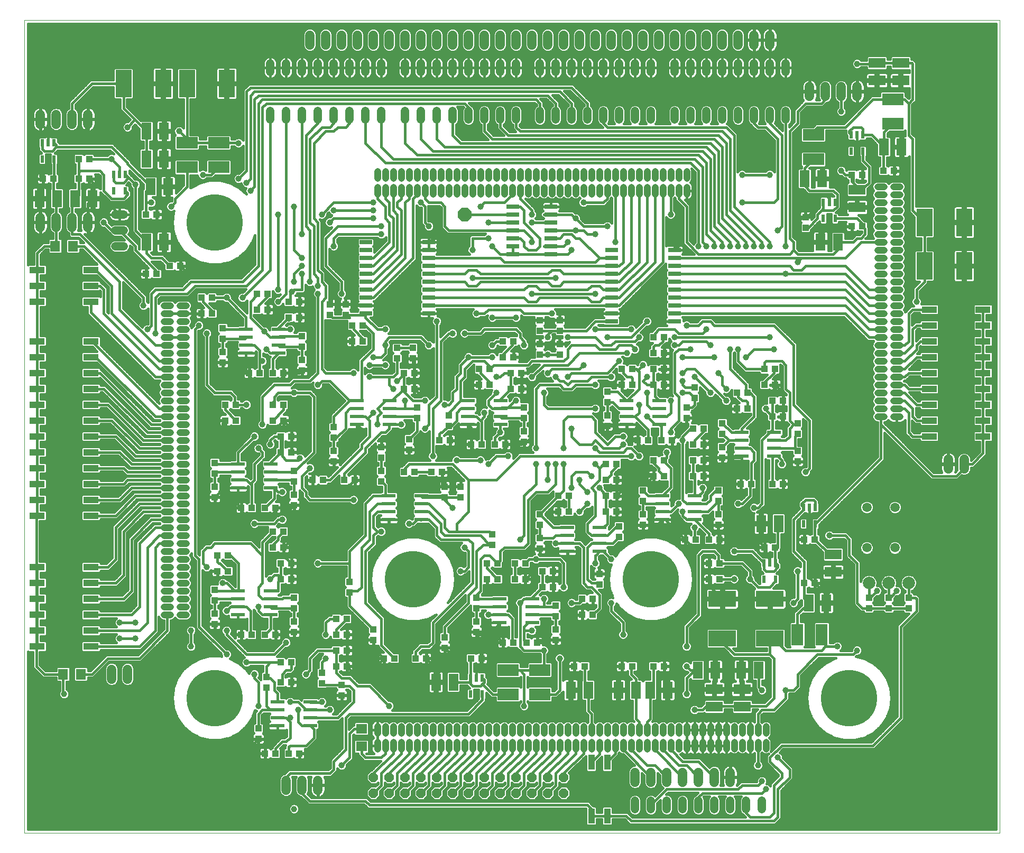
<source format=gtl>
G75*
G70*
%OFA0B0*%
%FSLAX24Y24*%
%IPPOS*%
%LPD*%
%AMOC8*
5,1,8,0,0,1.08239X$1,22.5*
%
%ADD10C,0.0000*%
%ADD11C,0.0420*%
%ADD12R,0.0433X0.0394*%
%ADD13R,0.0394X0.0433*%
%ADD14R,0.0866X0.0236*%
%ADD15C,0.0520*%
%ADD16R,0.0800X0.0260*%
%ADD17R,0.0961X0.0445*%
%ADD18R,0.0630X0.1063*%
%ADD19C,0.0600*%
%ADD20OC8,0.0600*%
%ADD21R,0.0445X0.0961*%
%ADD22C,0.0787*%
%ADD23C,0.0594*%
%ADD24OC8,0.0850*%
%ADD25R,0.0217X0.0472*%
%ADD26R,0.1004X0.1732*%
%ADD27R,0.1339X0.0748*%
%ADD28R,0.1063X0.0630*%
%ADD29R,0.0748X0.1339*%
%ADD30R,0.0710X0.0630*%
%ADD31R,0.0630X0.0710*%
%ADD32R,0.1732X0.1004*%
%ADD33C,0.3543*%
%ADD34C,0.0160*%
%ADD35C,0.0396*%
D10*
X003680Y002180D02*
X003680Y053430D01*
X065180Y053430D01*
X065180Y002180D01*
X003680Y002180D01*
D11*
X012470Y015930D02*
X012890Y015930D01*
X012890Y016430D02*
X012470Y016430D01*
X012470Y016930D02*
X012890Y016930D01*
X012890Y017430D02*
X012470Y017430D01*
X012470Y017930D02*
X012890Y017930D01*
X012890Y018430D02*
X012470Y018430D01*
X012470Y018930D02*
X012890Y018930D01*
X012890Y019430D02*
X012470Y019430D01*
X012470Y019930D02*
X012890Y019930D01*
X012890Y020430D02*
X012470Y020430D01*
X012470Y020930D02*
X012890Y020930D01*
X012890Y021430D02*
X012470Y021430D01*
X012470Y021930D02*
X012890Y021930D01*
X012890Y022430D02*
X012470Y022430D01*
X012470Y022930D02*
X012890Y022930D01*
X012890Y023430D02*
X012470Y023430D01*
X012470Y023930D02*
X012890Y023930D01*
X012890Y024430D02*
X012470Y024430D01*
X012470Y024930D02*
X012890Y024930D01*
X012890Y025430D02*
X012470Y025430D01*
X012470Y025930D02*
X012890Y025930D01*
X012890Y026430D02*
X012470Y026430D01*
X012470Y026930D02*
X012890Y026930D01*
X012890Y027430D02*
X012470Y027430D01*
X012470Y027930D02*
X012890Y027930D01*
X012890Y028430D02*
X012470Y028430D01*
X012470Y028930D02*
X012890Y028930D01*
X012890Y029430D02*
X012470Y029430D01*
X012470Y029930D02*
X012890Y029930D01*
X012890Y030430D02*
X012470Y030430D01*
X012470Y030930D02*
X012890Y030930D01*
X012890Y031430D02*
X012470Y031430D01*
X012470Y031930D02*
X012890Y031930D01*
X012890Y032430D02*
X012470Y032430D01*
X012470Y032930D02*
X012890Y032930D01*
X012890Y033430D02*
X012470Y033430D01*
X012470Y033930D02*
X012890Y033930D01*
X012890Y034430D02*
X012470Y034430D01*
X012470Y034930D02*
X012890Y034930D01*
X012890Y035430D02*
X012470Y035430D01*
X013470Y035430D02*
X013890Y035430D01*
X013890Y034930D02*
X013470Y034930D01*
X013470Y034430D02*
X013890Y034430D01*
X013890Y033930D02*
X013470Y033930D01*
X013470Y033430D02*
X013890Y033430D01*
X013890Y032930D02*
X013470Y032930D01*
X013470Y032430D02*
X013890Y032430D01*
X013890Y031930D02*
X013470Y031930D01*
X013470Y031430D02*
X013890Y031430D01*
X013890Y030930D02*
X013470Y030930D01*
X013470Y030430D02*
X013890Y030430D01*
X013890Y029930D02*
X013470Y029930D01*
X013470Y029430D02*
X013890Y029430D01*
X013890Y028930D02*
X013470Y028930D01*
X013470Y028430D02*
X013890Y028430D01*
X013890Y027930D02*
X013470Y027930D01*
X013470Y027430D02*
X013890Y027430D01*
X013890Y026930D02*
X013470Y026930D01*
X013470Y026430D02*
X013890Y026430D01*
X013890Y025930D02*
X013470Y025930D01*
X013470Y025430D02*
X013890Y025430D01*
X013890Y024930D02*
X013470Y024930D01*
X013470Y024430D02*
X013890Y024430D01*
X013890Y023930D02*
X013470Y023930D01*
X013470Y023430D02*
X013890Y023430D01*
X013890Y022930D02*
X013470Y022930D01*
X013470Y022430D02*
X013890Y022430D01*
X013890Y021930D02*
X013470Y021930D01*
X013470Y021430D02*
X013890Y021430D01*
X013890Y020930D02*
X013470Y020930D01*
X013470Y020430D02*
X013890Y020430D01*
X013890Y019930D02*
X013470Y019930D01*
X013470Y019430D02*
X013890Y019430D01*
X013890Y018930D02*
X013470Y018930D01*
X013470Y018430D02*
X013890Y018430D01*
X013890Y017930D02*
X013470Y017930D01*
X013470Y017430D02*
X013890Y017430D01*
X013890Y016930D02*
X013470Y016930D01*
X013470Y016430D02*
X013890Y016430D01*
X013890Y015930D02*
X013470Y015930D01*
X025930Y008890D02*
X025930Y008470D01*
X026430Y008470D02*
X026430Y008890D01*
X026930Y008890D02*
X026930Y008470D01*
X027430Y008470D02*
X027430Y008890D01*
X027930Y008890D02*
X027930Y008470D01*
X028430Y008470D02*
X028430Y008890D01*
X028930Y008890D02*
X028930Y008470D01*
X029430Y008470D02*
X029430Y008890D01*
X029930Y008890D02*
X029930Y008470D01*
X030430Y008470D02*
X030430Y008890D01*
X030930Y008890D02*
X030930Y008470D01*
X031430Y008470D02*
X031430Y008890D01*
X031930Y008890D02*
X031930Y008470D01*
X032430Y008470D02*
X032430Y008890D01*
X032930Y008890D02*
X032930Y008470D01*
X033430Y008470D02*
X033430Y008890D01*
X033930Y008890D02*
X033930Y008470D01*
X034430Y008470D02*
X034430Y008890D01*
X034930Y008890D02*
X034930Y008470D01*
X035430Y008470D02*
X035430Y008890D01*
X035930Y008890D02*
X035930Y008470D01*
X036430Y008470D02*
X036430Y008890D01*
X036930Y008890D02*
X036930Y008470D01*
X037430Y008470D02*
X037430Y008890D01*
X037930Y008890D02*
X037930Y008470D01*
X038430Y008470D02*
X038430Y008890D01*
X038930Y008890D02*
X038930Y008470D01*
X039430Y008470D02*
X039430Y008890D01*
X039930Y008890D02*
X039930Y008470D01*
X040430Y008470D02*
X040430Y008890D01*
X040930Y008890D02*
X040930Y008470D01*
X041430Y008470D02*
X041430Y008890D01*
X041930Y008890D02*
X041930Y008470D01*
X042430Y008470D02*
X042430Y008890D01*
X042930Y008890D02*
X042930Y008470D01*
X043430Y008470D02*
X043430Y008890D01*
X043930Y008890D02*
X043930Y008470D01*
X044430Y008470D02*
X044430Y008890D01*
X044930Y008890D02*
X044930Y008470D01*
X045430Y008470D02*
X045430Y008890D01*
X045930Y008890D02*
X045930Y008470D01*
X046430Y008470D02*
X046430Y008890D01*
X046930Y008890D02*
X046930Y008470D01*
X047430Y008470D02*
X047430Y008890D01*
X047930Y008890D02*
X047930Y008470D01*
X048430Y008470D02*
X048430Y008890D01*
X048930Y008890D02*
X048930Y008470D01*
X049430Y008470D02*
X049430Y008890D01*
X049930Y008890D02*
X049930Y008470D01*
X050430Y008470D02*
X050430Y008890D01*
X050430Y007890D02*
X050430Y007470D01*
X049930Y007470D02*
X049930Y007890D01*
X049430Y007890D02*
X049430Y007470D01*
X048930Y007470D02*
X048930Y007890D01*
X048430Y007890D02*
X048430Y007470D01*
X047930Y007470D02*
X047930Y007890D01*
X047430Y007890D02*
X047430Y007470D01*
X046930Y007470D02*
X046930Y007890D01*
X046430Y007890D02*
X046430Y007470D01*
X045930Y007470D02*
X045930Y007890D01*
X045430Y007890D02*
X045430Y007470D01*
X044930Y007470D02*
X044930Y007890D01*
X044430Y007890D02*
X044430Y007470D01*
X043930Y007470D02*
X043930Y007890D01*
X043430Y007890D02*
X043430Y007470D01*
X042930Y007470D02*
X042930Y007890D01*
X042430Y007890D02*
X042430Y007470D01*
X041930Y007470D02*
X041930Y007890D01*
X041430Y007890D02*
X041430Y007470D01*
X040930Y007470D02*
X040930Y007890D01*
X040430Y007890D02*
X040430Y007470D01*
X039930Y007470D02*
X039930Y007890D01*
X039430Y007890D02*
X039430Y007470D01*
X038930Y007470D02*
X038930Y007890D01*
X038430Y007890D02*
X038430Y007470D01*
X037930Y007470D02*
X037930Y007890D01*
X037430Y007890D02*
X037430Y007470D01*
X036930Y007470D02*
X036930Y007890D01*
X036430Y007890D02*
X036430Y007470D01*
X035930Y007470D02*
X035930Y007890D01*
X035430Y007890D02*
X035430Y007470D01*
X034930Y007470D02*
X034930Y007890D01*
X034430Y007890D02*
X034430Y007470D01*
X033930Y007470D02*
X033930Y007890D01*
X033430Y007890D02*
X033430Y007470D01*
X032930Y007470D02*
X032930Y007890D01*
X032430Y007890D02*
X032430Y007470D01*
X031930Y007470D02*
X031930Y007890D01*
X031430Y007890D02*
X031430Y007470D01*
X030930Y007470D02*
X030930Y007890D01*
X030430Y007890D02*
X030430Y007470D01*
X029930Y007470D02*
X029930Y007890D01*
X029430Y007890D02*
X029430Y007470D01*
X028930Y007470D02*
X028930Y007890D01*
X028430Y007890D02*
X028430Y007470D01*
X027930Y007470D02*
X027930Y007890D01*
X027430Y007890D02*
X027430Y007470D01*
X026930Y007470D02*
X026930Y007890D01*
X026430Y007890D02*
X026430Y007470D01*
X025930Y007470D02*
X025930Y007890D01*
X057470Y028430D02*
X057890Y028430D01*
X057890Y028930D02*
X057470Y028930D01*
X057470Y029430D02*
X057890Y029430D01*
X057890Y029930D02*
X057470Y029930D01*
X057470Y030430D02*
X057890Y030430D01*
X057890Y030930D02*
X057470Y030930D01*
X057470Y031430D02*
X057890Y031430D01*
X057890Y031930D02*
X057470Y031930D01*
X057470Y032430D02*
X057890Y032430D01*
X057890Y032930D02*
X057470Y032930D01*
X057470Y033430D02*
X057890Y033430D01*
X057890Y033930D02*
X057470Y033930D01*
X057470Y034430D02*
X057890Y034430D01*
X057890Y034930D02*
X057470Y034930D01*
X057470Y035430D02*
X057890Y035430D01*
X057890Y035930D02*
X057470Y035930D01*
X057470Y036430D02*
X057890Y036430D01*
X057890Y036930D02*
X057470Y036930D01*
X057470Y037430D02*
X057890Y037430D01*
X057890Y037930D02*
X057470Y037930D01*
X057470Y038430D02*
X057890Y038430D01*
X057890Y038930D02*
X057470Y038930D01*
X057470Y039430D02*
X057890Y039430D01*
X057890Y039930D02*
X057470Y039930D01*
X057470Y040430D02*
X057890Y040430D01*
X057890Y040930D02*
X057470Y040930D01*
X057470Y041430D02*
X057890Y041430D01*
X057890Y041930D02*
X057470Y041930D01*
X057470Y042430D02*
X057890Y042430D01*
X057890Y042930D02*
X057470Y042930D01*
X058470Y042930D02*
X058890Y042930D01*
X058890Y042430D02*
X058470Y042430D01*
X058470Y041930D02*
X058890Y041930D01*
X058890Y041430D02*
X058470Y041430D01*
X058470Y040930D02*
X058890Y040930D01*
X058890Y040430D02*
X058470Y040430D01*
X058470Y039930D02*
X058890Y039930D01*
X058890Y039430D02*
X058470Y039430D01*
X058470Y038930D02*
X058890Y038930D01*
X058890Y038430D02*
X058470Y038430D01*
X058470Y037930D02*
X058890Y037930D01*
X058890Y037430D02*
X058470Y037430D01*
X058470Y036930D02*
X058890Y036930D01*
X058890Y036430D02*
X058470Y036430D01*
X058470Y035930D02*
X058890Y035930D01*
X058890Y035430D02*
X058470Y035430D01*
X058470Y034930D02*
X058890Y034930D01*
X058890Y034430D02*
X058470Y034430D01*
X058470Y033930D02*
X058890Y033930D01*
X058890Y033430D02*
X058470Y033430D01*
X058470Y032930D02*
X058890Y032930D01*
X058890Y032430D02*
X058470Y032430D01*
X058470Y031930D02*
X058890Y031930D01*
X058890Y031430D02*
X058470Y031430D01*
X058470Y030930D02*
X058890Y030930D01*
X058890Y030430D02*
X058470Y030430D01*
X058470Y029930D02*
X058890Y029930D01*
X058890Y029430D02*
X058470Y029430D01*
X058470Y028930D02*
X058890Y028930D01*
X058890Y028430D02*
X058470Y028430D01*
X045430Y042470D02*
X045430Y042890D01*
X044930Y042890D02*
X044930Y042470D01*
X044430Y042470D02*
X044430Y042890D01*
X043930Y042890D02*
X043930Y042470D01*
X043430Y042470D02*
X043430Y042890D01*
X042930Y042890D02*
X042930Y042470D01*
X042430Y042470D02*
X042430Y042890D01*
X041930Y042890D02*
X041930Y042470D01*
X041430Y042470D02*
X041430Y042890D01*
X040930Y042890D02*
X040930Y042470D01*
X040430Y042470D02*
X040430Y042890D01*
X039930Y042890D02*
X039930Y042470D01*
X039430Y042470D02*
X039430Y042890D01*
X038930Y042890D02*
X038930Y042470D01*
X038430Y042470D02*
X038430Y042890D01*
X037930Y042890D02*
X037930Y042470D01*
X037430Y042470D02*
X037430Y042890D01*
X036930Y042890D02*
X036930Y042470D01*
X036430Y042470D02*
X036430Y042890D01*
X035930Y042890D02*
X035930Y042470D01*
X035430Y042470D02*
X035430Y042890D01*
X034930Y042890D02*
X034930Y042470D01*
X034430Y042470D02*
X034430Y042890D01*
X033930Y042890D02*
X033930Y042470D01*
X033430Y042470D02*
X033430Y042890D01*
X032930Y042890D02*
X032930Y042470D01*
X032430Y042470D02*
X032430Y042890D01*
X031930Y042890D02*
X031930Y042470D01*
X031430Y042470D02*
X031430Y042890D01*
X030930Y042890D02*
X030930Y042470D01*
X030430Y042470D02*
X030430Y042890D01*
X029930Y042890D02*
X029930Y042470D01*
X029430Y042470D02*
X029430Y042890D01*
X028930Y042890D02*
X028930Y042470D01*
X028430Y042470D02*
X028430Y042890D01*
X027930Y042890D02*
X027930Y042470D01*
X027430Y042470D02*
X027430Y042890D01*
X026930Y042890D02*
X026930Y042470D01*
X026430Y042470D02*
X026430Y042890D01*
X025930Y042890D02*
X025930Y042470D01*
X025930Y043470D02*
X025930Y043890D01*
X026430Y043890D02*
X026430Y043470D01*
X026930Y043470D02*
X026930Y043890D01*
X027430Y043890D02*
X027430Y043470D01*
X027930Y043470D02*
X027930Y043890D01*
X028430Y043890D02*
X028430Y043470D01*
X028930Y043470D02*
X028930Y043890D01*
X029430Y043890D02*
X029430Y043470D01*
X029930Y043470D02*
X029930Y043890D01*
X030430Y043890D02*
X030430Y043470D01*
X030930Y043470D02*
X030930Y043890D01*
X031430Y043890D02*
X031430Y043470D01*
X031930Y043470D02*
X031930Y043890D01*
X032430Y043890D02*
X032430Y043470D01*
X032930Y043470D02*
X032930Y043890D01*
X033430Y043890D02*
X033430Y043470D01*
X033930Y043470D02*
X033930Y043890D01*
X034430Y043890D02*
X034430Y043470D01*
X034930Y043470D02*
X034930Y043890D01*
X035430Y043890D02*
X035430Y043470D01*
X035930Y043470D02*
X035930Y043890D01*
X036430Y043890D02*
X036430Y043470D01*
X036930Y043470D02*
X036930Y043890D01*
X037430Y043890D02*
X037430Y043470D01*
X037930Y043470D02*
X037930Y043890D01*
X038430Y043890D02*
X038430Y043470D01*
X038930Y043470D02*
X038930Y043890D01*
X039430Y043890D02*
X039430Y043470D01*
X039930Y043470D02*
X039930Y043890D01*
X040430Y043890D02*
X040430Y043470D01*
X040930Y043470D02*
X040930Y043890D01*
X041430Y043890D02*
X041430Y043470D01*
X041930Y043470D02*
X041930Y043890D01*
X042430Y043890D02*
X042430Y043470D01*
X042930Y043470D02*
X042930Y043890D01*
X043430Y043890D02*
X043430Y043470D01*
X043930Y043470D02*
X043930Y043890D01*
X044430Y043890D02*
X044430Y043470D01*
X044930Y043470D02*
X044930Y043890D01*
X045430Y043890D02*
X045430Y043470D01*
D12*
X055845Y043680D03*
X056515Y043680D03*
X057845Y043930D03*
X058515Y043930D03*
X056515Y040430D03*
X055845Y040430D03*
X044015Y032430D03*
X043345Y032430D03*
X043345Y031430D03*
X044015Y031430D03*
X044015Y030430D03*
X043345Y030430D03*
X042015Y030430D03*
X041345Y030430D03*
X040430Y030015D03*
X040430Y029345D03*
X040430Y028515D03*
X040430Y027845D03*
X043345Y024680D03*
X044015Y024680D03*
X042680Y023765D03*
X042680Y023095D03*
X042680Y022265D03*
X042680Y021595D03*
X041180Y021515D03*
X041180Y020845D03*
X041015Y022430D03*
X040345Y022430D03*
X040345Y023430D03*
X041015Y023430D03*
X041015Y024430D03*
X040345Y024430D03*
X038015Y022430D03*
X037345Y022430D03*
X036180Y022265D03*
X036180Y021595D03*
X036180Y020765D03*
X036180Y020095D03*
X036345Y018680D03*
X037015Y018680D03*
X037015Y017680D03*
X036345Y017680D03*
X035265Y018180D03*
X034595Y018180D03*
X033515Y018180D03*
X032845Y018180D03*
X032180Y017015D03*
X032180Y016345D03*
X032180Y015515D03*
X032180Y014845D03*
X031845Y013180D03*
X032515Y013180D03*
X030180Y013845D03*
X030180Y014515D03*
X025680Y014345D03*
X025680Y015015D03*
X024015Y014680D03*
X023345Y014680D03*
X023345Y013680D03*
X024015Y013680D03*
X024015Y012680D03*
X023345Y012680D03*
X022430Y012265D03*
X022430Y011595D03*
X023680Y011515D03*
X023680Y010845D03*
X020515Y011680D03*
X019845Y011680D03*
X018930Y012015D03*
X018930Y011345D03*
X018430Y008765D03*
X018430Y008095D03*
X020680Y014845D03*
X020680Y015515D03*
X020680Y016345D03*
X020680Y017015D03*
X020515Y018180D03*
X019845Y018180D03*
X019845Y019180D03*
X020515Y019180D03*
X020015Y020180D03*
X019345Y020180D03*
X020680Y022845D03*
X020680Y023515D03*
X020680Y024345D03*
X020680Y025015D03*
X020515Y026180D03*
X019845Y026180D03*
X019845Y027180D03*
X020515Y027180D03*
X020015Y028180D03*
X019345Y028180D03*
X017015Y028180D03*
X016345Y028180D03*
X015680Y025515D03*
X015680Y024845D03*
X015680Y024015D03*
X015680Y023345D03*
X015845Y018680D03*
X016515Y018680D03*
X015680Y017515D03*
X015680Y016845D03*
X015680Y016015D03*
X015680Y015345D03*
X024180Y017345D03*
X024180Y018015D03*
X026180Y024345D03*
X026180Y025015D03*
X027930Y026345D03*
X027930Y027015D03*
X028430Y028345D03*
X028430Y029015D03*
X028265Y030180D03*
X027595Y030180D03*
X027595Y031180D03*
X028265Y031180D03*
X027180Y032095D03*
X027180Y032765D03*
X025015Y033180D03*
X024345Y033180D03*
X021180Y032845D03*
X021180Y033515D03*
X021180Y032015D03*
X021180Y031345D03*
X021015Y034680D03*
X020345Y034680D03*
X020345Y035680D03*
X021015Y035680D03*
X019015Y035180D03*
X018345Y035180D03*
X016180Y034015D03*
X016180Y033345D03*
X016180Y032515D03*
X016180Y031845D03*
X015515Y034930D03*
X014845Y034930D03*
X013515Y037930D03*
X012845Y037930D03*
X012015Y037430D03*
X011345Y037430D03*
X011345Y041180D03*
X012015Y041180D03*
X007765Y043430D03*
X007095Y043430D03*
X005515Y043430D03*
X004845Y043430D03*
X023180Y027765D03*
X023180Y027095D03*
X023180Y026265D03*
X023180Y025595D03*
X029345Y024930D03*
X030015Y024930D03*
X030430Y027845D03*
X030430Y028515D03*
X032345Y030430D03*
X033015Y030430D03*
X034345Y030180D03*
X035015Y030180D03*
X035015Y031180D03*
X034345Y031180D03*
X034515Y032180D03*
X033845Y032180D03*
X035180Y029015D03*
X035180Y028345D03*
X035180Y027515D03*
X035180Y026845D03*
X033180Y021015D03*
X033180Y020345D03*
X037180Y016515D03*
X037180Y015845D03*
X037180Y015015D03*
X037180Y014345D03*
X038345Y012680D03*
X039015Y012680D03*
X041345Y012680D03*
X042015Y012680D03*
X043345Y012680D03*
X044015Y012680D03*
X039930Y017845D03*
X039930Y018515D03*
X046845Y018180D03*
X047515Y018180D03*
X047515Y019180D03*
X046845Y019180D03*
X047430Y021595D03*
X047430Y022265D03*
X047430Y023095D03*
X047430Y023765D03*
X046515Y024680D03*
X045845Y024680D03*
X045845Y025680D03*
X046515Y025680D03*
X047680Y025845D03*
X047680Y026515D03*
X047680Y027345D03*
X046515Y026680D03*
X045845Y026680D03*
X045430Y028345D03*
X045430Y029015D03*
X045930Y029595D03*
X045930Y030265D03*
X047680Y028015D03*
X048595Y028930D03*
X049265Y028930D03*
X050845Y028430D03*
X051515Y028430D03*
X052430Y028015D03*
X052430Y027345D03*
X052430Y026265D03*
X052430Y025595D03*
X051515Y029430D03*
X050845Y029430D03*
X051015Y030430D03*
X050345Y030430D03*
X052845Y020680D03*
X053515Y020680D03*
X051015Y020180D03*
X050345Y020180D03*
X052845Y017930D03*
X053515Y017930D03*
X056930Y017015D03*
X056930Y016345D03*
X058180Y016345D03*
X058180Y017015D03*
X059430Y017015D03*
X059430Y016345D03*
D13*
X051515Y024180D03*
X050845Y024180D03*
X049515Y024180D03*
X048845Y024180D03*
X047515Y020680D03*
X046845Y020680D03*
X046015Y020680D03*
X045345Y020680D03*
X044015Y025680D03*
X043345Y025680D03*
X043015Y026930D03*
X042345Y026930D03*
X043845Y026930D03*
X044515Y026930D03*
X045845Y027680D03*
X046515Y027680D03*
X048595Y029930D03*
X049265Y029930D03*
X050345Y031430D03*
X051015Y031430D03*
X044015Y033430D03*
X043345Y033430D03*
X042015Y031430D03*
X041345Y031430D03*
X037430Y032345D03*
X037430Y033015D03*
X037430Y033845D03*
X037430Y034515D03*
X036180Y034515D03*
X036180Y033845D03*
X036180Y033015D03*
X036180Y032345D03*
X034515Y033180D03*
X033845Y033180D03*
X033015Y031430D03*
X032345Y031430D03*
X028180Y032095D03*
X028180Y032765D03*
X025015Y034180D03*
X024345Y034180D03*
X023930Y034845D03*
X023930Y035515D03*
X022930Y035515D03*
X022930Y034845D03*
X019015Y036180D03*
X018345Y036180D03*
X015515Y035930D03*
X014845Y035930D03*
X017845Y031180D03*
X018515Y031180D03*
X019345Y031180D03*
X020015Y031180D03*
X020015Y029180D03*
X019345Y029180D03*
X017015Y029180D03*
X016345Y029180D03*
X021845Y024430D03*
X022515Y024430D03*
X023845Y024430D03*
X024515Y024430D03*
X026180Y025845D03*
X026180Y026515D03*
X027595Y024930D03*
X028265Y024930D03*
X030180Y024015D03*
X030180Y023345D03*
X031180Y023345D03*
X031180Y024015D03*
X031845Y026680D03*
X032515Y026680D03*
X033345Y026680D03*
X034015Y026680D03*
X030515Y026930D03*
X029845Y026930D03*
X037345Y023430D03*
X038015Y023430D03*
X040345Y025430D03*
X041015Y025430D03*
X035265Y019180D03*
X034595Y019180D03*
X033515Y019180D03*
X032845Y019180D03*
X033845Y014180D03*
X034515Y014180D03*
X035345Y014180D03*
X036015Y014180D03*
X038845Y015930D03*
X039515Y015930D03*
X039515Y016930D03*
X038845Y016930D03*
X029015Y013180D03*
X028345Y013180D03*
X027015Y013180D03*
X026345Y013180D03*
X024015Y015680D03*
X023345Y015680D03*
X020515Y012930D03*
X019845Y012930D03*
X019515Y014680D03*
X018845Y014680D03*
X018015Y014680D03*
X017345Y014680D03*
X016515Y019680D03*
X015845Y019680D03*
X017345Y022680D03*
X018015Y022680D03*
X018845Y022680D03*
X019515Y022680D03*
X019345Y021180D03*
X020015Y021180D03*
X020345Y007180D03*
X021015Y007180D03*
X019515Y007180D03*
X018845Y007180D03*
X052930Y040345D03*
X052930Y041015D03*
X007765Y044680D03*
X007095Y044680D03*
D14*
X017656Y033930D03*
X017656Y033430D03*
X017656Y032930D03*
X017656Y032430D03*
X019704Y032430D03*
X019704Y032930D03*
X019704Y033430D03*
X019704Y033930D03*
X024656Y029430D03*
X024656Y028930D03*
X024656Y028430D03*
X024656Y027930D03*
X026704Y027930D03*
X026704Y028430D03*
X026704Y028930D03*
X026704Y029430D03*
X031656Y029430D03*
X031656Y028930D03*
X031656Y028430D03*
X031656Y027930D03*
X033704Y027930D03*
X033704Y028430D03*
X033704Y028930D03*
X033704Y029430D03*
X028704Y023430D03*
X028704Y022930D03*
X028704Y022430D03*
X028704Y021930D03*
X026656Y021930D03*
X026656Y022430D03*
X026656Y022930D03*
X026656Y023430D03*
X019204Y023930D03*
X019204Y024430D03*
X019204Y024930D03*
X019204Y025430D03*
X017156Y025430D03*
X017156Y024930D03*
X017156Y024430D03*
X017156Y023930D03*
X017156Y017430D03*
X017156Y016930D03*
X017156Y016430D03*
X017156Y015930D03*
X019204Y015930D03*
X019204Y016430D03*
X019204Y016930D03*
X019204Y017430D03*
X019656Y010430D03*
X019656Y009930D03*
X019656Y009430D03*
X019656Y008930D03*
X021704Y008930D03*
X021704Y009430D03*
X021704Y009930D03*
X021704Y010430D03*
X033656Y015430D03*
X033656Y015930D03*
X033656Y016430D03*
X033656Y016930D03*
X035704Y016930D03*
X035704Y016430D03*
X035704Y015930D03*
X035704Y015430D03*
X037906Y019930D03*
X037906Y020430D03*
X037906Y020930D03*
X037906Y021430D03*
X039954Y021430D03*
X039954Y020930D03*
X039954Y020430D03*
X039954Y019930D03*
X043906Y021930D03*
X043906Y022430D03*
X043906Y022930D03*
X043906Y023430D03*
X045954Y023430D03*
X045954Y022930D03*
X045954Y022430D03*
X045954Y021930D03*
X048906Y025930D03*
X048906Y026430D03*
X048906Y026930D03*
X048906Y027430D03*
X050954Y027430D03*
X050954Y026930D03*
X050954Y026430D03*
X050954Y025930D03*
X043704Y027930D03*
X043704Y028430D03*
X043704Y028930D03*
X043704Y029430D03*
X041656Y029430D03*
X041656Y028930D03*
X041656Y028430D03*
X041656Y027930D03*
D15*
X041180Y047170D02*
X041180Y047690D01*
X042180Y047690D02*
X042180Y047170D01*
X043180Y047170D02*
X043180Y047690D01*
X044680Y047690D02*
X044680Y047170D01*
X045680Y047170D02*
X045680Y047690D01*
X046680Y047690D02*
X046680Y047170D01*
X047680Y047170D02*
X047680Y047690D01*
X048680Y047690D02*
X048680Y047170D01*
X049680Y047170D02*
X049680Y047690D01*
X050680Y047690D02*
X050680Y047170D01*
X051680Y047170D02*
X051680Y047690D01*
X051680Y050170D02*
X051680Y050690D01*
X050680Y050690D02*
X050680Y050170D01*
X049680Y050170D02*
X049680Y050690D01*
X048680Y050690D02*
X048680Y050170D01*
X047680Y050170D02*
X047680Y050690D01*
X046680Y050690D02*
X046680Y050170D01*
X045680Y050170D02*
X045680Y050690D01*
X044680Y050690D02*
X044680Y050170D01*
X043180Y050170D02*
X043180Y050690D01*
X042180Y050690D02*
X042180Y050170D01*
X041180Y050170D02*
X041180Y050690D01*
X040180Y050690D02*
X040180Y050170D01*
X039180Y050170D02*
X039180Y050690D01*
X038180Y050690D02*
X038180Y050170D01*
X037180Y050170D02*
X037180Y050690D01*
X036180Y050690D02*
X036180Y050170D01*
X034680Y050170D02*
X034680Y050690D01*
X033680Y050690D02*
X033680Y050170D01*
X032680Y050170D02*
X032680Y050690D01*
X031680Y050690D02*
X031680Y050170D01*
X030680Y050170D02*
X030680Y050690D01*
X029680Y050690D02*
X029680Y050170D01*
X028680Y050170D02*
X028680Y050690D01*
X027680Y050690D02*
X027680Y050170D01*
X026180Y050170D02*
X026180Y050690D01*
X025180Y050690D02*
X025180Y050170D01*
X024180Y050170D02*
X024180Y050690D01*
X023180Y050690D02*
X023180Y050170D01*
X022180Y050170D02*
X022180Y050690D01*
X021180Y050690D02*
X021180Y050170D01*
X020180Y050170D02*
X020180Y050690D01*
X019180Y050690D02*
X019180Y050170D01*
X019180Y047690D02*
X019180Y047170D01*
X020180Y047170D02*
X020180Y047690D01*
X021180Y047690D02*
X021180Y047170D01*
X022180Y047170D02*
X022180Y047690D01*
X023180Y047690D02*
X023180Y047170D01*
X024180Y047170D02*
X024180Y047690D01*
X025180Y047690D02*
X025180Y047170D01*
X026180Y047170D02*
X026180Y047690D01*
X027680Y047690D02*
X027680Y047170D01*
X028680Y047170D02*
X028680Y047690D01*
X029680Y047690D02*
X029680Y047170D01*
X030680Y047170D02*
X030680Y047690D01*
X031680Y047690D02*
X031680Y047170D01*
X032680Y047170D02*
X032680Y047690D01*
X033680Y047690D02*
X033680Y047170D01*
X034680Y047170D02*
X034680Y047690D01*
X036180Y047690D02*
X036180Y047170D01*
X037180Y047170D02*
X037180Y047690D01*
X038180Y047690D02*
X038180Y047170D01*
X039180Y047170D02*
X039180Y047690D01*
X040180Y047690D02*
X040180Y047170D01*
X009940Y041180D02*
X009420Y041180D01*
X009420Y040180D02*
X009940Y040180D01*
X009940Y039180D02*
X009420Y039180D01*
X042180Y004190D02*
X042180Y003670D01*
X043180Y003670D02*
X043180Y004190D01*
X044180Y004190D02*
X044180Y003670D01*
X045180Y003670D02*
X045180Y004190D01*
X046180Y004190D02*
X046180Y003670D01*
X047180Y003670D02*
X047180Y004190D01*
X048180Y004190D02*
X048180Y003670D01*
X049180Y003670D02*
X049180Y004190D01*
X050180Y004190D02*
X050180Y003670D01*
D16*
X044660Y034430D03*
X044660Y034930D03*
X044660Y035430D03*
X044660Y035930D03*
X044660Y036430D03*
X044660Y036930D03*
X044660Y037430D03*
X044660Y037930D03*
X044660Y038430D03*
X044660Y038930D03*
X040700Y038930D03*
X040700Y038430D03*
X040700Y037930D03*
X040700Y037430D03*
X040700Y036930D03*
X040700Y036430D03*
X040700Y035930D03*
X040700Y035430D03*
X040700Y034930D03*
X040700Y034430D03*
X036890Y038680D03*
X036890Y039180D03*
X036890Y039680D03*
X036890Y040180D03*
X036890Y040680D03*
X036890Y041180D03*
X036890Y041680D03*
X034470Y041680D03*
X034470Y041180D03*
X034470Y040680D03*
X034470Y040180D03*
X034470Y039680D03*
X034470Y039180D03*
X034470Y038680D03*
X029160Y038430D03*
X029160Y037930D03*
X029160Y037430D03*
X029160Y036930D03*
X029160Y036430D03*
X029160Y035930D03*
X029160Y035430D03*
X029160Y034930D03*
X025200Y034930D03*
X025200Y035430D03*
X025200Y035930D03*
X025200Y036430D03*
X025200Y036930D03*
X025200Y037430D03*
X025200Y037930D03*
X025200Y038430D03*
X025200Y038930D03*
X025200Y039430D03*
X029160Y039430D03*
X029160Y038930D03*
D17*
X007873Y037680D03*
X007873Y036680D03*
X007873Y035680D03*
X007873Y033180D03*
X007873Y032180D03*
X007873Y031180D03*
X007873Y030180D03*
X007873Y029180D03*
X007873Y028180D03*
X007873Y027180D03*
X007873Y026180D03*
X007873Y025180D03*
X007873Y024180D03*
X007873Y023180D03*
X007873Y022180D03*
X004487Y022180D03*
X004487Y023180D03*
X004487Y024180D03*
X004487Y025180D03*
X004487Y026180D03*
X004487Y027180D03*
X004487Y028180D03*
X004487Y029180D03*
X004487Y030180D03*
X004487Y031180D03*
X004487Y032180D03*
X004487Y033180D03*
X004487Y035680D03*
X004487Y036680D03*
X004487Y037680D03*
X004487Y018930D03*
X004487Y017930D03*
X004487Y016930D03*
X004487Y015930D03*
X004487Y014930D03*
X004487Y013930D03*
X007873Y013930D03*
X007873Y014930D03*
X007873Y015930D03*
X007873Y016930D03*
X007873Y017930D03*
X007873Y018930D03*
X060737Y027180D03*
X060737Y028180D03*
X060737Y029180D03*
X060737Y030180D03*
X060737Y031180D03*
X060737Y032180D03*
X060737Y033180D03*
X060737Y034180D03*
X060737Y035180D03*
X064123Y035180D03*
X064123Y034180D03*
X064123Y033180D03*
X064123Y032180D03*
X064123Y031180D03*
X064123Y030180D03*
X064123Y029180D03*
X064123Y028180D03*
X064123Y027180D03*
D18*
X051231Y021680D03*
X050129Y021680D03*
X053129Y016680D03*
X054231Y016680D03*
X049981Y012430D03*
X048879Y012430D03*
X047231Y012430D03*
X046129Y012430D03*
X044231Y011180D03*
X043129Y011180D03*
X042231Y011180D03*
X041129Y011180D03*
X039231Y011180D03*
X038129Y011180D03*
X030731Y011680D03*
X029629Y011680D03*
X012481Y039430D03*
X011379Y039430D03*
X007981Y042180D03*
X006879Y042180D03*
X005731Y042180D03*
X004629Y042180D03*
X011379Y044680D03*
X012481Y044680D03*
X012731Y042930D03*
X011629Y042930D03*
X011379Y046430D03*
X012481Y046430D03*
X052879Y043430D03*
X053981Y043430D03*
X057879Y045430D03*
X058981Y045430D03*
X054981Y039430D03*
X053879Y039430D03*
D19*
X054180Y048630D02*
X054180Y049230D01*
X055180Y049230D02*
X055180Y048630D01*
X056180Y048630D02*
X056180Y049230D01*
X053180Y049230D02*
X053180Y048630D01*
X050680Y051880D02*
X050680Y052480D01*
X049680Y052480D02*
X049680Y051880D01*
X048680Y051880D02*
X048680Y052480D01*
X047680Y052480D02*
X047680Y051880D01*
X046680Y051880D02*
X046680Y052480D01*
X045680Y052480D02*
X045680Y051880D01*
X044680Y051880D02*
X044680Y052480D01*
X043680Y052480D02*
X043680Y051880D01*
X042680Y051880D02*
X042680Y052480D01*
X041680Y052480D02*
X041680Y051880D01*
X040680Y051880D02*
X040680Y052480D01*
X039680Y052480D02*
X039680Y051880D01*
X038680Y051880D02*
X038680Y052480D01*
X037680Y052480D02*
X037680Y051880D01*
X036680Y051880D02*
X036680Y052480D01*
X035680Y052480D02*
X035680Y051880D01*
X034680Y051880D02*
X034680Y052480D01*
X033680Y052480D02*
X033680Y051880D01*
X032680Y051880D02*
X032680Y052480D01*
X031680Y052480D02*
X031680Y051880D01*
X030680Y051880D02*
X030680Y052480D01*
X029680Y052480D02*
X029680Y051880D01*
X028680Y051880D02*
X028680Y052480D01*
X027680Y052480D02*
X027680Y051880D01*
X026680Y051880D02*
X026680Y052480D01*
X025680Y052480D02*
X025680Y051880D01*
X024680Y051880D02*
X024680Y052480D01*
X023680Y052480D02*
X023680Y051880D01*
X022680Y051880D02*
X022680Y052480D01*
X021680Y052480D02*
X021680Y051880D01*
X007680Y047480D02*
X007680Y046880D01*
X006680Y046880D02*
X006680Y047480D01*
X005680Y047480D02*
X005680Y046880D01*
X004680Y046880D02*
X004680Y047480D01*
X004680Y040980D02*
X004680Y040380D01*
X005680Y040380D02*
X005680Y040980D01*
X006680Y040980D02*
X006680Y040380D01*
X007680Y040380D02*
X007680Y040980D01*
X009180Y012480D02*
X009180Y011880D01*
X010180Y011880D02*
X010180Y012480D01*
X020180Y005480D02*
X020180Y004880D01*
X021180Y004880D02*
X021180Y005480D01*
X022180Y005480D02*
X022180Y004880D01*
X042180Y005380D02*
X042180Y005980D01*
X043180Y005980D02*
X043180Y005380D01*
X044180Y005380D02*
X044180Y005980D01*
X045180Y005980D02*
X045180Y005380D01*
X046180Y005380D02*
X046180Y005980D01*
X047180Y005980D02*
X047180Y005380D01*
X048180Y005380D02*
X048180Y005980D01*
X061930Y025130D02*
X061930Y025730D01*
X062930Y025730D02*
X062930Y025130D01*
D20*
X037680Y005680D03*
X036680Y005680D03*
X036680Y004680D03*
X037680Y004680D03*
X035680Y004680D03*
X034680Y004680D03*
X033680Y004680D03*
X033680Y005680D03*
X034680Y005680D03*
X035680Y005680D03*
X032680Y005680D03*
X031680Y005680D03*
X031680Y004680D03*
X032680Y004680D03*
X030680Y004680D03*
X029680Y004680D03*
X029680Y005680D03*
X030680Y005680D03*
X028680Y005680D03*
X027680Y005680D03*
X027680Y004680D03*
X028680Y004680D03*
X026680Y004680D03*
X025680Y004680D03*
X025680Y005680D03*
X026680Y005680D03*
D21*
X039430Y006623D03*
X040430Y006623D03*
X040430Y003237D03*
X039430Y003237D03*
D22*
X056930Y017930D03*
X058180Y017930D03*
X059430Y017930D03*
D23*
X058566Y020150D03*
X056794Y020150D03*
X056794Y022710D03*
X058566Y022710D03*
D24*
X031430Y041180D03*
D25*
X010054Y042668D03*
X009306Y042668D03*
X009306Y043692D03*
X009680Y043692D03*
X010054Y043692D03*
X005554Y044668D03*
X004806Y044668D03*
X004806Y045692D03*
X005180Y045692D03*
X005554Y045692D03*
X031806Y011942D03*
X032180Y011942D03*
X032554Y011942D03*
X032554Y010918D03*
X031806Y010918D03*
X050306Y018168D03*
X051054Y018168D03*
X051054Y019192D03*
X050680Y019192D03*
X050306Y019192D03*
X052806Y021668D03*
X053554Y021668D03*
X053554Y022692D03*
X053180Y022692D03*
X052806Y022692D03*
X054056Y040918D03*
X054804Y040918D03*
X054804Y041942D03*
X054430Y041942D03*
X054056Y041942D03*
X055806Y045168D03*
X056554Y045168D03*
X056554Y046192D03*
X056180Y046192D03*
X055806Y046192D03*
D26*
X060430Y040680D03*
X062930Y040680D03*
X062930Y037930D03*
X060430Y037930D03*
X016430Y049430D03*
X013930Y049430D03*
X012430Y049430D03*
X009930Y049430D03*
D27*
X013930Y045698D03*
X013930Y044162D03*
X015930Y044162D03*
X015930Y045698D03*
X053430Y046198D03*
X053430Y044662D03*
X058430Y046912D03*
X058430Y048448D03*
X036180Y012448D03*
X036180Y010912D03*
X034180Y010912D03*
X034180Y012448D03*
D28*
X047180Y011231D03*
X047180Y010129D03*
X048930Y010129D03*
X048930Y011231D03*
X054680Y018629D03*
X054680Y019731D03*
X056180Y041629D03*
X056180Y042731D03*
X057430Y049629D03*
X057430Y050731D03*
X058930Y050731D03*
X058930Y049629D03*
D29*
X053948Y014680D03*
X052412Y014680D03*
D30*
X024930Y008740D03*
X024930Y007620D03*
D31*
X007240Y012180D03*
X006120Y012180D03*
X005620Y039180D03*
X006740Y039180D03*
D32*
X047680Y016930D03*
X047680Y014430D03*
X050680Y014430D03*
X050680Y016930D03*
D33*
X043180Y018180D03*
X055680Y010680D03*
X028180Y018180D03*
X015680Y010680D03*
X015680Y040680D03*
D34*
X017880Y039196D02*
X018210Y039196D01*
X018210Y039354D02*
X017990Y039354D01*
X018047Y039437D02*
X018047Y039437D01*
X018210Y039866D01*
X018210Y038021D01*
X017339Y037150D01*
X014089Y037150D01*
X013589Y036650D01*
X011839Y036650D01*
X011589Y036400D01*
X011460Y036271D01*
X011460Y035628D01*
X011400Y035688D01*
X011400Y036021D01*
X011271Y036150D01*
X007476Y039945D01*
X007496Y039935D01*
X007568Y039912D01*
X007642Y039900D01*
X007660Y039900D01*
X007660Y040660D01*
X007200Y040660D01*
X007200Y040342D01*
X007212Y040268D01*
X007235Y040196D01*
X007258Y040150D01*
X007061Y040150D01*
X007120Y040292D01*
X007120Y041068D01*
X007053Y041229D01*
X006929Y041353D01*
X006900Y041365D01*
X006900Y041509D01*
X007252Y041509D01*
X007334Y041591D01*
X007334Y042769D01*
X007315Y042788D01*
X007315Y043093D01*
X007370Y043093D01*
X007402Y043126D01*
X007404Y043123D01*
X007438Y043089D01*
X007479Y043065D01*
X007524Y043053D01*
X007746Y043053D01*
X007746Y043412D01*
X007783Y043412D01*
X007783Y043448D01*
X008161Y043448D01*
X008161Y043651D01*
X008149Y043696D01*
X008141Y043710D01*
X008339Y043710D01*
X008460Y043589D01*
X008460Y042788D01*
X008440Y042822D01*
X008407Y042856D01*
X008366Y042879D01*
X008320Y042891D01*
X008059Y042891D01*
X008059Y042257D01*
X008476Y042257D01*
X008476Y042573D01*
X008960Y042089D01*
X009089Y041960D01*
X010021Y041960D01*
X010271Y042210D01*
X010400Y042339D01*
X010400Y042633D01*
X010302Y042731D01*
X010302Y042962D01*
X010220Y043044D01*
X010106Y043044D01*
X010248Y043187D01*
X010342Y043093D01*
X010342Y042999D01*
X010393Y042874D01*
X010460Y042808D01*
X010460Y040089D01*
X010589Y039960D01*
X010924Y039625D01*
X010924Y038997D01*
X010900Y039021D01*
X010900Y039271D01*
X010771Y039400D01*
X010248Y039923D01*
X010279Y039953D01*
X010340Y040100D01*
X010340Y040260D01*
X010279Y040407D01*
X010167Y040519D01*
X010020Y040580D01*
X009340Y040580D01*
X009193Y040519D01*
X009173Y040498D01*
X009018Y040653D01*
X009018Y040747D01*
X008967Y040872D01*
X008872Y040967D01*
X008747Y041018D01*
X008613Y041018D01*
X008488Y040967D01*
X008393Y040872D01*
X008342Y040747D01*
X008342Y040613D01*
X008393Y040488D01*
X008488Y040393D01*
X008613Y040342D01*
X008707Y040342D01*
X009071Y039978D01*
X009081Y039953D01*
X009193Y039841D01*
X009340Y039780D01*
X009769Y039780D01*
X009969Y039580D01*
X009340Y039580D01*
X009193Y039519D01*
X009081Y039407D01*
X009020Y039260D01*
X009020Y039100D01*
X009081Y038953D01*
X009193Y038841D01*
X009340Y038780D01*
X010020Y038780D01*
X010167Y038841D01*
X010279Y038953D01*
X010340Y039100D01*
X010340Y039209D01*
X010460Y039089D01*
X010460Y038839D01*
X011492Y037807D01*
X011364Y037807D01*
X011364Y037448D01*
X011327Y037448D01*
X011327Y037412D01*
X010949Y037412D01*
X010949Y037209D01*
X010961Y037164D01*
X010985Y037123D01*
X011018Y037089D01*
X011059Y037065D01*
X011105Y037053D01*
X011327Y037053D01*
X011327Y037412D01*
X011364Y037412D01*
X011364Y037053D01*
X011586Y037053D01*
X011631Y037065D01*
X011672Y037089D01*
X011706Y037123D01*
X011708Y037126D01*
X011740Y037093D01*
X012289Y037093D01*
X012371Y037175D01*
X012371Y037685D01*
X012289Y037767D01*
X012150Y037767D01*
X012150Y037771D01*
X012021Y037900D01*
X011711Y038210D01*
X012254Y038210D01*
X012489Y037975D01*
X012489Y037675D01*
X012571Y037593D01*
X013120Y037593D01*
X013152Y037626D01*
X013154Y037623D01*
X013188Y037589D01*
X013229Y037565D01*
X013274Y037553D01*
X013496Y037553D01*
X013496Y037912D01*
X013533Y037912D01*
X013533Y037948D01*
X013911Y037948D01*
X013911Y038151D01*
X013899Y038196D01*
X013875Y038237D01*
X013842Y038271D01*
X013801Y038295D01*
X013755Y038307D01*
X013533Y038307D01*
X013533Y037948D01*
X013496Y037948D01*
X013496Y038307D01*
X013274Y038307D01*
X013229Y038295D01*
X013188Y038271D01*
X013154Y038237D01*
X013152Y038234D01*
X013120Y038267D01*
X012820Y038267D01*
X012436Y038650D01*
X011771Y038650D01*
X011663Y038759D01*
X011752Y038759D01*
X011834Y038841D01*
X011834Y040019D01*
X011752Y040101D01*
X011070Y040101D01*
X010900Y040271D01*
X010900Y042808D01*
X010967Y042874D01*
X011018Y042999D01*
X011018Y043133D01*
X010967Y043257D01*
X010872Y043352D01*
X010747Y043404D01*
X010653Y043404D01*
X010468Y043589D01*
X010302Y043755D01*
X010302Y043945D01*
X011174Y043074D01*
X011174Y042786D01*
X011125Y042738D01*
X011125Y041517D01*
X011071Y041517D01*
X010989Y041435D01*
X010989Y040925D01*
X011071Y040843D01*
X011620Y040843D01*
X011652Y040876D01*
X011654Y040873D01*
X011688Y040839D01*
X011729Y040815D01*
X011774Y040803D01*
X011996Y040803D01*
X011996Y041162D01*
X012033Y041162D01*
X012033Y041198D01*
X012411Y041198D01*
X012411Y041401D01*
X012399Y041446D01*
X012375Y041487D01*
X012342Y041521D01*
X012301Y041545D01*
X012255Y041557D01*
X012033Y041557D01*
X012033Y041198D01*
X011996Y041198D01*
X011996Y041557D01*
X011774Y041557D01*
X011729Y041545D01*
X011688Y041521D01*
X011654Y041487D01*
X011652Y041484D01*
X011620Y041517D01*
X011565Y041517D01*
X011565Y041612D01*
X011613Y041592D01*
X011747Y041592D01*
X011872Y041643D01*
X011967Y041738D01*
X012018Y041863D01*
X012018Y041997D01*
X011967Y042122D01*
X011872Y042217D01*
X011770Y042259D01*
X012002Y042259D01*
X012084Y042341D01*
X012084Y043519D01*
X012002Y043601D01*
X011268Y043601D01*
X010400Y044470D01*
X010400Y044521D01*
X010271Y044650D01*
X009271Y045650D01*
X005900Y045650D01*
X005900Y045657D01*
X005802Y045755D01*
X005802Y045986D01*
X005720Y046068D01*
X005403Y046068D01*
X005399Y046072D01*
X005358Y046096D01*
X005312Y046108D01*
X005180Y046108D01*
X005180Y045692D01*
X005180Y046108D01*
X005048Y046108D01*
X005002Y046096D01*
X004961Y046072D01*
X004957Y046068D01*
X004640Y046068D01*
X004558Y045986D01*
X004558Y045398D01*
X004586Y045369D01*
X004586Y045213D01*
X004710Y045089D01*
X004754Y045044D01*
X004640Y045044D01*
X004558Y044962D01*
X004558Y044374D01*
X004640Y044292D01*
X004972Y044292D01*
X005054Y044374D01*
X005054Y044960D01*
X005306Y044960D01*
X005306Y044374D01*
X005334Y044346D01*
X005334Y043767D01*
X005240Y043767D01*
X005208Y043734D01*
X005206Y043737D01*
X005172Y043771D01*
X005131Y043795D01*
X005086Y043807D01*
X004864Y043807D01*
X004864Y043448D01*
X004827Y043448D01*
X004827Y043412D01*
X004449Y043412D01*
X004449Y043209D01*
X004461Y043164D01*
X004485Y043123D01*
X004518Y043089D01*
X004559Y043065D01*
X004605Y043053D01*
X004827Y043053D01*
X004827Y043412D01*
X004864Y043412D01*
X004864Y043053D01*
X005086Y043053D01*
X005131Y043065D01*
X005172Y043089D01*
X005206Y043123D01*
X005208Y043126D01*
X005240Y043093D01*
X005295Y043093D01*
X005295Y042788D01*
X005276Y042769D01*
X005276Y041591D01*
X005358Y041509D01*
X005460Y041509D01*
X005460Y041365D01*
X005431Y041353D01*
X005307Y041229D01*
X005240Y041068D01*
X005240Y040292D01*
X005307Y040131D01*
X005431Y040007D01*
X005460Y039995D01*
X005460Y039675D01*
X005247Y039675D01*
X005165Y039593D01*
X005165Y039400D01*
X004839Y039400D01*
X004710Y039271D01*
X004267Y038828D01*
X004267Y038042D01*
X003949Y038042D01*
X003910Y038004D01*
X003910Y053200D01*
X064950Y053200D01*
X064950Y002410D01*
X003910Y002410D01*
X003910Y013606D01*
X003949Y013568D01*
X004210Y013568D01*
X004210Y012589D01*
X004339Y012460D01*
X004839Y011960D01*
X005665Y011960D01*
X005665Y011767D01*
X005747Y011685D01*
X005900Y011685D01*
X005900Y011128D01*
X005893Y011122D01*
X005842Y010997D01*
X005842Y010863D01*
X005893Y010738D01*
X005988Y010643D01*
X006113Y010592D01*
X006247Y010592D01*
X006372Y010643D01*
X006467Y010738D01*
X006518Y010863D01*
X006518Y010997D01*
X006467Y011122D01*
X006372Y011217D01*
X006340Y011230D01*
X006340Y011685D01*
X006493Y011685D01*
X006575Y011767D01*
X006575Y012593D01*
X006493Y012675D01*
X005747Y012675D01*
X005665Y012593D01*
X005665Y012400D01*
X005021Y012400D01*
X004650Y012771D01*
X004650Y013568D01*
X005025Y013568D01*
X005107Y013650D01*
X005107Y014210D01*
X005025Y014292D01*
X004707Y014292D01*
X004707Y014568D01*
X005025Y014568D01*
X005107Y014650D01*
X005107Y015210D01*
X005025Y015292D01*
X004707Y015292D01*
X004707Y015568D01*
X005025Y015568D01*
X005107Y015650D01*
X005107Y016210D01*
X005025Y016292D01*
X004707Y016292D01*
X004707Y016568D01*
X005025Y016568D01*
X005107Y016650D01*
X005107Y017210D01*
X005025Y017292D01*
X004707Y017292D01*
X004707Y017568D01*
X005025Y017568D01*
X005107Y017650D01*
X005107Y018210D01*
X005025Y018292D01*
X004707Y018292D01*
X004707Y018568D01*
X005025Y018568D01*
X005107Y018650D01*
X005107Y019210D01*
X005025Y019292D01*
X004650Y019292D01*
X004650Y021818D01*
X005025Y021818D01*
X005107Y021900D01*
X005107Y022460D01*
X005025Y022542D01*
X004707Y022542D01*
X004707Y022818D01*
X005025Y022818D01*
X005107Y022900D01*
X005107Y023460D01*
X005025Y023542D01*
X004707Y023542D01*
X004707Y023818D01*
X005025Y023818D01*
X005107Y023900D01*
X005107Y024460D01*
X005025Y024542D01*
X004707Y024542D01*
X004707Y024818D01*
X005025Y024818D01*
X005107Y024900D01*
X005107Y025460D01*
X005025Y025542D01*
X004707Y025542D01*
X004707Y025818D01*
X005025Y025818D01*
X005107Y025900D01*
X005107Y026460D01*
X005025Y026542D01*
X004707Y026542D01*
X004707Y026818D01*
X005025Y026818D01*
X005107Y026900D01*
X005107Y027460D01*
X005025Y027542D01*
X004707Y027542D01*
X004707Y027818D01*
X005025Y027818D01*
X005107Y027900D01*
X005107Y028460D01*
X005025Y028542D01*
X004707Y028542D01*
X004707Y028818D01*
X005025Y028818D01*
X005107Y028900D01*
X005107Y029460D01*
X005025Y029542D01*
X004707Y029542D01*
X004707Y029818D01*
X005025Y029818D01*
X005107Y029900D01*
X005107Y030460D01*
X005025Y030542D01*
X004707Y030542D01*
X004707Y030818D01*
X005025Y030818D01*
X005107Y030900D01*
X005107Y031460D01*
X005025Y031542D01*
X004707Y031542D01*
X004707Y031818D01*
X005025Y031818D01*
X005107Y031900D01*
X005107Y032460D01*
X005025Y032542D01*
X004707Y032542D01*
X004707Y032818D01*
X005025Y032818D01*
X005107Y032900D01*
X005107Y033460D01*
X005025Y033542D01*
X004707Y033542D01*
X004707Y035318D01*
X005025Y035318D01*
X005107Y035400D01*
X005107Y035960D01*
X005025Y036042D01*
X004707Y036042D01*
X004707Y036318D01*
X005025Y036318D01*
X005107Y036400D01*
X005107Y036960D01*
X005025Y037042D01*
X004707Y037042D01*
X004707Y037318D01*
X005025Y037318D01*
X005107Y037400D01*
X005107Y037960D01*
X005025Y038042D01*
X004707Y038042D01*
X004707Y038646D01*
X005021Y038960D01*
X005165Y038960D01*
X005165Y038767D01*
X005247Y038685D01*
X005993Y038685D01*
X006075Y038767D01*
X006075Y039593D01*
X005993Y039675D01*
X005900Y039675D01*
X005900Y039995D01*
X005929Y040007D01*
X006053Y040131D01*
X006120Y040292D01*
X006120Y041068D01*
X006053Y041229D01*
X005929Y041353D01*
X005900Y041365D01*
X005900Y041509D01*
X006104Y041509D01*
X006186Y041591D01*
X006186Y042769D01*
X006104Y042851D01*
X005735Y042851D01*
X005735Y043093D01*
X005789Y043093D01*
X005871Y043175D01*
X005871Y043685D01*
X005789Y043767D01*
X005774Y043767D01*
X005774Y044346D01*
X005802Y044374D01*
X005802Y044962D01*
X005720Y045044D01*
X005606Y045044D01*
X005771Y045210D01*
X009089Y045210D01*
X009304Y044994D01*
X009247Y045018D01*
X009113Y045018D01*
X008988Y044967D01*
X008922Y044900D01*
X008101Y044900D01*
X008101Y044955D01*
X008019Y045037D01*
X007510Y045037D01*
X007430Y044957D01*
X007350Y045037D01*
X006841Y045037D01*
X006759Y044955D01*
X006759Y044405D01*
X006841Y044323D01*
X006875Y044323D01*
X006875Y043767D01*
X006821Y043767D01*
X006739Y043685D01*
X006739Y043175D01*
X006821Y043093D01*
X006875Y043093D01*
X006875Y042851D01*
X006506Y042851D01*
X006424Y042769D01*
X006424Y041591D01*
X006460Y041554D01*
X006460Y041365D01*
X006431Y041353D01*
X006307Y041229D01*
X006240Y041068D01*
X006240Y040292D01*
X006307Y040131D01*
X006431Y040007D01*
X006460Y039995D01*
X006460Y039839D01*
X006589Y039710D01*
X007089Y039710D01*
X007399Y039400D01*
X007195Y039400D01*
X007195Y039593D01*
X007113Y039675D01*
X006367Y039675D01*
X006285Y039593D01*
X006285Y038767D01*
X006367Y038685D01*
X007113Y038685D01*
X007195Y038767D01*
X007195Y038960D01*
X007339Y038960D01*
X008256Y038042D01*
X007335Y038042D01*
X007253Y037960D01*
X007253Y037400D01*
X007335Y037318D01*
X008231Y037318D01*
X008960Y036589D01*
X008960Y034961D01*
X008900Y035021D01*
X008900Y036521D01*
X008771Y036650D01*
X008521Y036900D01*
X008493Y036900D01*
X008493Y036960D01*
X008411Y037042D01*
X007335Y037042D01*
X007253Y036960D01*
X007253Y036400D01*
X007335Y036318D01*
X008411Y036318D01*
X008446Y036353D01*
X008460Y036339D01*
X008460Y035994D01*
X008411Y036042D01*
X007335Y036042D01*
X007253Y035960D01*
X007253Y035400D01*
X007335Y035318D01*
X007653Y035318D01*
X007653Y034896D01*
X011710Y030839D01*
X011839Y030710D01*
X012195Y030710D01*
X012225Y030680D01*
X012173Y030628D01*
X012120Y030500D01*
X012120Y030360D01*
X012173Y030232D01*
X012225Y030180D01*
X012173Y030128D01*
X012120Y030000D01*
X012120Y029860D01*
X012173Y029732D01*
X012225Y029680D01*
X012173Y029628D01*
X012120Y029500D01*
X012120Y029360D01*
X012162Y029259D01*
X008493Y032928D01*
X008493Y033460D01*
X008411Y033542D01*
X007335Y033542D01*
X007253Y033460D01*
X007253Y032900D01*
X007335Y032818D01*
X007981Y032818D01*
X008256Y032542D01*
X007335Y032542D01*
X007253Y032460D01*
X007253Y031900D01*
X007335Y031818D01*
X008231Y031818D01*
X011710Y028339D01*
X011839Y028210D01*
X012195Y028210D01*
X012225Y028180D01*
X012195Y028150D01*
X011771Y028150D01*
X008521Y031400D01*
X008493Y031400D01*
X008493Y031460D01*
X008411Y031542D01*
X007335Y031542D01*
X007253Y031460D01*
X007253Y030900D01*
X007335Y030818D01*
X008411Y030818D01*
X008446Y030853D01*
X011460Y027839D01*
X011589Y027710D01*
X012195Y027710D01*
X012225Y027680D01*
X012195Y027650D01*
X011521Y027650D01*
X008771Y030400D01*
X008493Y030400D01*
X008493Y030460D01*
X008411Y030542D01*
X007335Y030542D01*
X007253Y030460D01*
X007253Y029900D01*
X007335Y029818D01*
X008411Y029818D01*
X008493Y029900D01*
X008493Y029960D01*
X008589Y029960D01*
X011210Y027339D01*
X011339Y027210D01*
X012195Y027210D01*
X012225Y027180D01*
X012195Y027150D01*
X011271Y027150D01*
X009021Y029400D01*
X008493Y029400D01*
X008493Y029460D01*
X008411Y029542D01*
X007335Y029542D01*
X007253Y029460D01*
X007253Y028900D01*
X007335Y028818D01*
X008411Y028818D01*
X008493Y028900D01*
X008493Y028960D01*
X008839Y028960D01*
X010960Y026839D01*
X011089Y026710D01*
X012195Y026710D01*
X012225Y026680D01*
X012195Y026650D01*
X011021Y026650D01*
X009271Y028400D01*
X008493Y028400D01*
X008493Y028460D01*
X008411Y028542D01*
X007335Y028542D01*
X007253Y028460D01*
X007253Y027900D01*
X007335Y027818D01*
X008411Y027818D01*
X008493Y027900D01*
X008493Y027960D01*
X009089Y027960D01*
X010710Y026339D01*
X010839Y026210D01*
X012195Y026210D01*
X012225Y026180D01*
X012195Y026150D01*
X010771Y026150D01*
X009521Y027400D01*
X008493Y027400D01*
X008493Y027460D01*
X008411Y027542D01*
X007335Y027542D01*
X007253Y027460D01*
X007253Y026900D01*
X007335Y026818D01*
X008411Y026818D01*
X008493Y026900D01*
X008493Y026960D01*
X009339Y026960D01*
X010460Y025839D01*
X010589Y025710D01*
X012195Y025710D01*
X012225Y025680D01*
X012195Y025650D01*
X010521Y025650D01*
X009771Y026400D01*
X008493Y026400D01*
X008493Y026460D01*
X008411Y026542D01*
X007335Y026542D01*
X007253Y026460D01*
X007253Y025900D01*
X007335Y025818D01*
X008411Y025818D01*
X008493Y025900D01*
X008493Y025960D01*
X009589Y025960D01*
X010210Y025339D01*
X010339Y025210D01*
X012195Y025210D01*
X012225Y025180D01*
X012195Y025150D01*
X010271Y025150D01*
X010150Y025271D01*
X010150Y025271D01*
X010021Y025400D01*
X008493Y025400D01*
X008493Y025460D01*
X008411Y025542D01*
X007335Y025542D01*
X007253Y025460D01*
X007253Y024900D01*
X007335Y024818D01*
X008411Y024818D01*
X008493Y024900D01*
X008493Y024960D01*
X009839Y024960D01*
X009960Y024839D01*
X009960Y024839D01*
X010089Y024710D01*
X012195Y024710D01*
X012225Y024680D01*
X012195Y024650D01*
X010089Y024650D01*
X009960Y024521D01*
X009839Y024400D01*
X008493Y024400D01*
X008493Y024460D01*
X008411Y024542D01*
X007335Y024542D01*
X007253Y024460D01*
X007253Y023900D01*
X007335Y023818D01*
X008411Y023818D01*
X008493Y023900D01*
X008493Y023960D01*
X010021Y023960D01*
X010271Y024210D01*
X012195Y024210D01*
X012225Y024180D01*
X012195Y024150D01*
X010339Y024150D01*
X010210Y024021D01*
X009589Y023400D01*
X008493Y023400D01*
X008493Y023460D01*
X008411Y023542D01*
X007335Y023542D01*
X007253Y023460D01*
X007253Y022900D01*
X007335Y022818D01*
X008411Y022818D01*
X008493Y022900D01*
X008493Y022960D01*
X009771Y022960D01*
X010521Y023710D01*
X012195Y023710D01*
X012225Y023680D01*
X012195Y023650D01*
X010589Y023650D01*
X010460Y023521D01*
X009339Y022400D01*
X008493Y022400D01*
X008493Y022460D01*
X008411Y022542D01*
X007335Y022542D01*
X007253Y022460D01*
X007253Y021900D01*
X007335Y021818D01*
X008411Y021818D01*
X008493Y021900D01*
X008493Y021960D01*
X009521Y021960D01*
X010771Y023210D01*
X012195Y023210D01*
X012225Y023180D01*
X012195Y023150D01*
X010839Y023150D01*
X010710Y023021D01*
X009210Y021521D01*
X009210Y019521D01*
X008839Y019150D01*
X008493Y019150D01*
X008493Y019210D01*
X008411Y019292D01*
X007335Y019292D01*
X007253Y019210D01*
X007253Y018650D01*
X007335Y018568D01*
X008411Y018568D01*
X008493Y018650D01*
X008493Y018710D01*
X009021Y018710D01*
X009521Y019210D01*
X009650Y019339D01*
X009650Y021339D01*
X011021Y022710D01*
X012195Y022710D01*
X012225Y022680D01*
X012195Y022650D01*
X011089Y022650D01*
X010960Y022521D01*
X009710Y021271D01*
X009710Y018521D01*
X009339Y018150D01*
X008493Y018150D01*
X008493Y018210D01*
X008411Y018292D01*
X007335Y018292D01*
X007253Y018210D01*
X007253Y017650D01*
X007335Y017568D01*
X008411Y017568D01*
X008493Y017650D01*
X008493Y017710D01*
X009521Y017710D01*
X010021Y018210D01*
X010150Y018339D01*
X010150Y021089D01*
X011271Y022210D01*
X012195Y022210D01*
X012225Y022180D01*
X012195Y022150D01*
X011589Y022150D01*
X011460Y022021D01*
X010210Y020771D01*
X010210Y017521D01*
X009839Y017150D01*
X008493Y017150D01*
X008493Y017210D01*
X008411Y017292D01*
X007335Y017292D01*
X007253Y017210D01*
X007253Y016650D01*
X007335Y016568D01*
X008411Y016568D01*
X008493Y016650D01*
X008493Y016710D01*
X010021Y016710D01*
X010521Y017210D01*
X010650Y017339D01*
X010650Y020589D01*
X011771Y021710D01*
X012195Y021710D01*
X012225Y021680D01*
X012195Y021650D01*
X011839Y021650D01*
X011710Y021521D01*
X010710Y020521D01*
X010710Y016521D01*
X010339Y016150D01*
X008493Y016150D01*
X008493Y016210D01*
X008411Y016292D01*
X007335Y016292D01*
X007253Y016210D01*
X007253Y015650D01*
X007335Y015568D01*
X008411Y015568D01*
X008493Y015650D01*
X008493Y015710D01*
X009482Y015710D01*
X009393Y015622D01*
X009342Y015497D01*
X009342Y015363D01*
X009393Y015238D01*
X009482Y015150D01*
X008493Y015150D01*
X008493Y015210D01*
X008411Y015292D01*
X007335Y015292D01*
X007253Y015210D01*
X007253Y014650D01*
X007335Y014568D01*
X008411Y014568D01*
X008493Y014650D01*
X008493Y014710D01*
X009482Y014710D01*
X009393Y014622D01*
X009342Y014497D01*
X009342Y014363D01*
X009393Y014238D01*
X009482Y014150D01*
X008493Y014150D01*
X008493Y014210D01*
X008411Y014292D01*
X007335Y014292D01*
X007253Y014210D01*
X007253Y013650D01*
X007335Y013568D01*
X008411Y013568D01*
X008493Y013650D01*
X008493Y013710D01*
X011021Y013710D01*
X012021Y014710D01*
X012021Y014710D01*
X012150Y014839D01*
X012150Y015788D01*
X012173Y015732D01*
X012272Y015633D01*
X012400Y015580D01*
X012460Y015580D01*
X012460Y015021D01*
X010839Y013400D01*
X008839Y013400D01*
X008710Y013271D01*
X007839Y012400D01*
X007695Y012400D01*
X007695Y012593D01*
X007613Y012675D01*
X006867Y012675D01*
X006785Y012593D01*
X006785Y011767D01*
X006867Y011685D01*
X007613Y011685D01*
X007695Y011767D01*
X007695Y011960D01*
X008021Y011960D01*
X009021Y012960D01*
X011021Y012960D01*
X012771Y014710D01*
X012900Y014839D01*
X012900Y015580D01*
X012960Y015580D01*
X013088Y015633D01*
X013180Y015725D01*
X013272Y015633D01*
X013400Y015580D01*
X013960Y015580D01*
X014088Y015633D01*
X014187Y015732D01*
X014240Y015860D01*
X014240Y016000D01*
X014187Y016128D01*
X014135Y016180D01*
X014187Y016232D01*
X014240Y016360D01*
X014240Y016500D01*
X014187Y016628D01*
X014135Y016680D01*
X014187Y016732D01*
X014240Y016860D01*
X014240Y017000D01*
X014187Y017128D01*
X014135Y017180D01*
X014187Y017232D01*
X014240Y017360D01*
X014240Y017500D01*
X014187Y017628D01*
X014135Y017680D01*
X014187Y017732D01*
X014240Y017860D01*
X014240Y018000D01*
X014187Y018128D01*
X014135Y018180D01*
X014187Y018232D01*
X014240Y018360D01*
X014240Y018500D01*
X014187Y018628D01*
X014135Y018680D01*
X014187Y018732D01*
X014240Y018860D01*
X014240Y019000D01*
X014187Y019128D01*
X014135Y019180D01*
X014187Y019232D01*
X014240Y019360D01*
X014240Y019500D01*
X014187Y019628D01*
X014135Y019680D01*
X014187Y019732D01*
X014210Y019788D01*
X014210Y019589D01*
X014339Y019460D01*
X014460Y019339D01*
X014460Y015128D01*
X014372Y015217D01*
X014247Y015268D01*
X014113Y015268D01*
X013988Y015217D01*
X013893Y015122D01*
X013842Y014997D01*
X013842Y014863D01*
X013893Y014738D01*
X013960Y014672D01*
X013960Y014188D01*
X013893Y014122D01*
X013842Y013997D01*
X013842Y013863D01*
X013893Y013738D01*
X013988Y013643D01*
X014113Y013592D01*
X014247Y013592D01*
X014372Y013643D01*
X014467Y013738D01*
X014518Y013863D01*
X014518Y013997D01*
X014467Y014122D01*
X014400Y014188D01*
X014400Y014672D01*
X014467Y014738D01*
X014518Y014863D01*
X014518Y014997D01*
X014494Y015054D01*
X014589Y014960D01*
X016092Y013457D01*
X016092Y013363D01*
X016115Y013306D01*
X016002Y013334D01*
X015358Y013334D01*
X014732Y013180D01*
X014732Y013180D01*
X014161Y012880D01*
X013679Y012453D01*
X013313Y011923D01*
X013313Y011923D01*
X013084Y011320D01*
X013084Y011320D01*
X013006Y010680D01*
X013084Y010040D01*
X013313Y009437D01*
X013679Y008907D01*
X014161Y008480D01*
X014732Y008180D01*
X015358Y008026D01*
X016002Y008026D01*
X016628Y008180D01*
X017199Y008480D01*
X017681Y008907D01*
X018047Y009437D01*
X018047Y009437D01*
X018225Y009907D01*
X018238Y009893D01*
X018305Y009866D01*
X018210Y009771D01*
X018210Y009101D01*
X018155Y009101D01*
X018073Y009019D01*
X018073Y008510D01*
X018131Y008452D01*
X018103Y008436D01*
X018069Y008403D01*
X018046Y008362D01*
X018033Y008316D01*
X018033Y008114D01*
X018412Y008114D01*
X018412Y008077D01*
X018448Y008077D01*
X018448Y007719D01*
X018670Y007719D01*
X018716Y007731D01*
X018757Y007754D01*
X018791Y007788D01*
X018814Y007829D01*
X018827Y007875D01*
X018827Y008077D01*
X018448Y008077D01*
X018448Y008114D01*
X018827Y008114D01*
X018827Y008316D01*
X018814Y008362D01*
X018791Y008403D01*
X018757Y008436D01*
X018729Y008452D01*
X018787Y008510D01*
X018787Y009019D01*
X018705Y009101D01*
X018650Y009101D01*
X018650Y009589D01*
X018771Y009710D01*
X019127Y009710D01*
X019157Y009680D01*
X019083Y009606D01*
X019083Y009254D01*
X019133Y009204D01*
X019113Y009192D01*
X019079Y009159D01*
X019056Y009118D01*
X019043Y009072D01*
X019043Y008930D01*
X019656Y008930D01*
X019043Y008930D01*
X019043Y008788D01*
X019056Y008742D01*
X019079Y008701D01*
X019113Y008668D01*
X019154Y008644D01*
X019200Y008632D01*
X019656Y008632D01*
X019656Y008930D01*
X019656Y008930D01*
X019656Y008930D01*
X019656Y008632D01*
X020113Y008632D01*
X020159Y008644D01*
X020200Y008668D01*
X020210Y008678D01*
X020210Y008271D01*
X020089Y008150D01*
X019839Y008150D01*
X019710Y008021D01*
X019295Y007606D01*
X019295Y007537D01*
X019260Y007537D01*
X019202Y007479D01*
X019186Y007507D01*
X019153Y007541D01*
X019112Y007564D01*
X019066Y007577D01*
X018864Y007577D01*
X018864Y007198D01*
X018827Y007198D01*
X018827Y007162D01*
X018469Y007162D01*
X018469Y006940D01*
X018481Y006894D01*
X018504Y006853D01*
X018538Y006819D01*
X018579Y006796D01*
X018625Y006783D01*
X018827Y006783D01*
X018827Y007162D01*
X018864Y007162D01*
X018864Y006783D01*
X019066Y006783D01*
X019112Y006796D01*
X019153Y006819D01*
X019186Y006853D01*
X019202Y006881D01*
X019260Y006823D01*
X019769Y006823D01*
X019851Y006905D01*
X019851Y007455D01*
X019809Y007497D01*
X020021Y007710D01*
X020149Y007710D01*
X020125Y007686D01*
X020125Y007537D01*
X020091Y007537D01*
X020009Y007455D01*
X020009Y006905D01*
X020091Y006823D01*
X020600Y006823D01*
X020658Y006881D01*
X020674Y006853D01*
X020707Y006819D01*
X020748Y006796D01*
X020794Y006783D01*
X020996Y006783D01*
X020996Y007162D01*
X021033Y007162D01*
X021033Y007198D01*
X021391Y007198D01*
X021391Y007420D01*
X021381Y007460D01*
X021521Y007460D01*
X022021Y007960D01*
X022150Y008089D01*
X022150Y008672D01*
X022195Y008672D01*
X022277Y008754D01*
X022277Y009106D01*
X022203Y009180D01*
X022233Y009210D01*
X023521Y009210D01*
X023710Y009399D01*
X023710Y007521D01*
X023089Y006900D01*
X022960Y006771D01*
X022960Y006271D01*
X022839Y006150D01*
X020339Y006150D01*
X020210Y006021D01*
X020109Y005920D01*
X020092Y005920D01*
X019931Y005853D01*
X019807Y005729D01*
X019740Y005568D01*
X019740Y004792D01*
X019807Y004631D01*
X019931Y004507D01*
X020092Y004440D01*
X020268Y004440D01*
X020429Y004507D01*
X020553Y004631D01*
X020620Y004792D01*
X020620Y005568D01*
X020561Y005710D01*
X020799Y005710D01*
X020740Y005568D01*
X020740Y004792D01*
X020807Y004631D01*
X020931Y004507D01*
X021092Y004440D01*
X021109Y004440D01*
X021460Y004089D01*
X021589Y003960D01*
X025089Y003960D01*
X025210Y003839D01*
X025339Y003710D01*
X039068Y003710D01*
X039068Y002699D01*
X039150Y002617D01*
X039710Y002617D01*
X039792Y002699D01*
X039792Y003017D01*
X040068Y003017D01*
X040068Y002699D01*
X040150Y002617D01*
X040710Y002617D01*
X040792Y002699D01*
X040792Y003017D01*
X041532Y003017D01*
X041710Y002839D01*
X041839Y002710D01*
X051021Y002710D01*
X051271Y002960D01*
X051400Y003089D01*
X051400Y004839D01*
X052021Y005460D01*
X052150Y005589D01*
X052150Y006271D01*
X051518Y006903D01*
X051518Y006997D01*
X051467Y007122D01*
X051372Y007217D01*
X051305Y007244D01*
X051521Y007460D01*
X057271Y007460D01*
X057400Y007589D01*
X059021Y009210D01*
X059021Y009210D01*
X059150Y009339D01*
X059150Y015089D01*
X060150Y016089D01*
X060150Y017021D01*
X060021Y017150D01*
X059936Y017235D01*
X059787Y017235D01*
X059787Y017269D01*
X059705Y017351D01*
X059650Y017351D01*
X059650Y017443D01*
X059732Y017478D01*
X059882Y017628D01*
X059964Y017824D01*
X059964Y018036D01*
X059882Y018232D01*
X059732Y018382D01*
X059536Y018464D01*
X059324Y018464D01*
X059128Y018382D01*
X058978Y018232D01*
X058896Y018036D01*
X058896Y017824D01*
X058978Y017628D01*
X059128Y017478D01*
X059210Y017443D01*
X059210Y017351D01*
X059155Y017351D01*
X059073Y017269D01*
X059073Y016760D01*
X059153Y016680D01*
X059073Y016600D01*
X059073Y016565D01*
X058537Y016565D01*
X058537Y016600D01*
X058457Y016680D01*
X058537Y016760D01*
X058537Y016975D01*
X058653Y017092D01*
X058747Y017092D01*
X058872Y017143D01*
X058967Y017238D01*
X059018Y017363D01*
X059018Y017497D01*
X058967Y017622D01*
X058872Y017717D01*
X058747Y017768D01*
X058691Y017768D01*
X058714Y017824D01*
X058714Y018036D01*
X058632Y018232D01*
X058482Y018382D01*
X058286Y018464D01*
X058074Y018464D01*
X057878Y018382D01*
X057728Y018232D01*
X057646Y018036D01*
X057646Y017824D01*
X057728Y017628D01*
X057878Y017478D01*
X057960Y017443D01*
X057960Y017351D01*
X057905Y017351D01*
X057823Y017269D01*
X057823Y016760D01*
X057903Y016680D01*
X057823Y016600D01*
X057823Y016565D01*
X057287Y016565D01*
X057287Y016600D01*
X057207Y016680D01*
X057287Y016760D01*
X057287Y016975D01*
X057403Y017092D01*
X057497Y017092D01*
X057622Y017143D01*
X057717Y017238D01*
X057768Y017363D01*
X057768Y017497D01*
X057717Y017622D01*
X057622Y017717D01*
X057497Y017768D01*
X057441Y017768D01*
X057464Y017824D01*
X057464Y018036D01*
X057382Y018232D01*
X057232Y018382D01*
X057036Y018464D01*
X056824Y018464D01*
X056628Y018382D01*
X056478Y018232D01*
X056400Y018045D01*
X056400Y019271D01*
X055900Y019771D01*
X055900Y020771D01*
X055650Y021021D01*
X055521Y021150D01*
X054688Y021150D01*
X054622Y021217D01*
X054497Y021268D01*
X054363Y021268D01*
X054238Y021217D01*
X054143Y021122D01*
X054092Y020997D01*
X054092Y020863D01*
X054143Y020738D01*
X054238Y020643D01*
X054363Y020592D01*
X054497Y020592D01*
X054622Y020643D01*
X054688Y020710D01*
X055339Y020710D01*
X055460Y020589D01*
X055460Y019589D01*
X055589Y019460D01*
X055960Y019089D01*
X055960Y016589D01*
X056089Y016460D01*
X056424Y016125D01*
X056573Y016125D01*
X056573Y016091D01*
X056655Y016009D01*
X057205Y016009D01*
X057287Y016091D01*
X057287Y016125D01*
X057823Y016125D01*
X057823Y016091D01*
X057905Y016009D01*
X058455Y016009D01*
X058537Y016091D01*
X058537Y016125D01*
X059073Y016125D01*
X059073Y016091D01*
X059155Y016009D01*
X059447Y016009D01*
X058839Y015400D01*
X058710Y015271D01*
X058710Y009521D01*
X057089Y007900D01*
X051339Y007900D01*
X050738Y007299D01*
X050780Y007400D01*
X050780Y007960D01*
X050727Y008088D01*
X050635Y008180D01*
X050727Y008272D01*
X050780Y008400D01*
X050780Y008960D01*
X050727Y009088D01*
X050628Y009187D01*
X050500Y009240D01*
X050360Y009240D01*
X050232Y009187D01*
X050180Y009135D01*
X050150Y009165D01*
X050150Y009589D01*
X050271Y009710D01*
X051021Y009710D01*
X051150Y009839D01*
X051900Y010589D01*
X051900Y010922D01*
X051938Y010960D01*
X052271Y010960D01*
X052650Y011339D01*
X052650Y012089D01*
X053771Y013210D01*
X054854Y013210D01*
X054732Y013180D01*
X054161Y012880D01*
X053679Y012453D01*
X053313Y011923D01*
X053313Y011923D01*
X053084Y011320D01*
X053084Y011320D01*
X053006Y010680D01*
X053084Y010040D01*
X053313Y009437D01*
X053679Y008907D01*
X054161Y008480D01*
X054732Y008180D01*
X055358Y008026D01*
X056002Y008026D01*
X056628Y008180D01*
X057199Y008480D01*
X057681Y008907D01*
X058047Y009437D01*
X058276Y010040D01*
X058276Y010040D01*
X058354Y010680D01*
X058276Y011320D01*
X058047Y011923D01*
X057681Y012453D01*
X057199Y012880D01*
X057199Y012880D01*
X056628Y013180D01*
X056117Y013306D01*
X056150Y013339D01*
X056153Y013342D01*
X056247Y013342D01*
X056372Y013393D01*
X056467Y013488D01*
X056518Y013613D01*
X056518Y013747D01*
X056467Y013872D01*
X056372Y013967D01*
X056247Y014018D01*
X056113Y014018D01*
X055988Y013967D01*
X055893Y013872D01*
X055842Y013747D01*
X055842Y013653D01*
X055839Y013650D01*
X055128Y013650D01*
X055217Y013738D01*
X055268Y013863D01*
X055268Y013997D01*
X055217Y014122D01*
X055122Y014217D01*
X054997Y014268D01*
X054863Y014268D01*
X054738Y014217D01*
X054672Y014150D01*
X054462Y014150D01*
X054462Y015407D01*
X054380Y015489D01*
X053516Y015489D01*
X053434Y015407D01*
X053434Y013953D01*
X053486Y013900D01*
X052874Y013900D01*
X052926Y013953D01*
X052926Y015407D01*
X052844Y015489D01*
X052632Y015489D01*
X052632Y015872D01*
X052768Y016009D01*
X053502Y016009D01*
X053584Y016091D01*
X053584Y017269D01*
X053502Y017351D01*
X053065Y017351D01*
X053065Y017593D01*
X053120Y017593D01*
X053152Y017626D01*
X053154Y017623D01*
X053188Y017589D01*
X053229Y017565D01*
X053274Y017553D01*
X053496Y017553D01*
X053496Y017912D01*
X053533Y017912D01*
X053533Y017948D01*
X053911Y017948D01*
X053911Y018151D01*
X053899Y018196D01*
X053875Y018237D01*
X053842Y018271D01*
X053801Y018295D01*
X053755Y018307D01*
X053533Y018307D01*
X053533Y017948D01*
X053496Y017948D01*
X053496Y018307D01*
X053274Y018307D01*
X053229Y018295D01*
X053188Y018271D01*
X053154Y018237D01*
X053152Y018234D01*
X053120Y018267D01*
X053065Y018267D01*
X053065Y019356D01*
X052400Y020021D01*
X052400Y021839D01*
X052877Y022316D01*
X052957Y022316D01*
X052961Y022312D01*
X053002Y022288D01*
X053048Y022276D01*
X053180Y022276D01*
X053312Y022276D01*
X053358Y022288D01*
X053399Y022312D01*
X053403Y022316D01*
X053720Y022316D01*
X053802Y022398D01*
X053802Y022986D01*
X053774Y023014D01*
X053774Y023147D01*
X053650Y023271D01*
X053521Y023400D01*
X052839Y023400D01*
X052589Y023150D01*
X052460Y023021D01*
X052460Y022727D01*
X052558Y022629D01*
X052558Y022619D01*
X052089Y022150D01*
X051960Y022021D01*
X051960Y019839D01*
X052089Y019710D01*
X052625Y019174D01*
X052625Y018963D01*
X052622Y018967D01*
X052497Y019018D01*
X052363Y019018D01*
X052238Y018967D01*
X052143Y018872D01*
X052092Y018747D01*
X052092Y018613D01*
X052143Y018488D01*
X052210Y018422D01*
X052210Y017021D01*
X052207Y017018D01*
X052113Y017018D01*
X051988Y016967D01*
X051893Y016872D01*
X051842Y016747D01*
X051842Y016613D01*
X051893Y016488D01*
X051988Y016393D01*
X052113Y016342D01*
X052247Y016342D01*
X052372Y016393D01*
X052467Y016488D01*
X052518Y016613D01*
X052518Y016707D01*
X052650Y016839D01*
X052650Y016848D01*
X052674Y016824D01*
X052674Y016536D01*
X052192Y016055D01*
X052192Y015489D01*
X051980Y015489D01*
X051898Y015407D01*
X051898Y013953D01*
X051951Y013900D01*
X051771Y013900D01*
X051686Y013985D01*
X051686Y014990D01*
X051604Y015072D01*
X049756Y015072D01*
X049674Y014990D01*
X049674Y013870D01*
X049756Y013788D01*
X050460Y013788D01*
X050460Y013650D01*
X048521Y013650D01*
X048383Y013788D01*
X048604Y013788D01*
X048686Y013870D01*
X048686Y014990D01*
X048604Y015072D01*
X046756Y015072D01*
X046674Y014990D01*
X046674Y013870D01*
X046756Y013788D01*
X047761Y013788D01*
X048210Y013339D01*
X048339Y013210D01*
X050589Y013210D01*
X050710Y013089D01*
X050710Y010771D01*
X050339Y010400D01*
X049601Y010400D01*
X049601Y010502D01*
X049519Y010584D01*
X048341Y010584D01*
X048259Y010502D01*
X048259Y010400D01*
X047851Y010400D01*
X047851Y010502D01*
X047769Y010584D01*
X046591Y010584D01*
X046509Y010502D01*
X046509Y010320D01*
X046339Y010150D01*
X046188Y010150D01*
X046122Y010217D01*
X045997Y010268D01*
X045863Y010268D01*
X045738Y010217D01*
X045643Y010122D01*
X045592Y009997D01*
X045592Y009863D01*
X045643Y009738D01*
X045738Y009643D01*
X045863Y009592D01*
X045997Y009592D01*
X046122Y009643D01*
X046188Y009710D01*
X046521Y009710D01*
X046538Y009727D01*
X046591Y009674D01*
X047769Y009674D01*
X047851Y009756D01*
X047851Y009960D01*
X048259Y009960D01*
X048259Y009756D01*
X048341Y009674D01*
X049519Y009674D01*
X049601Y009756D01*
X049601Y009960D01*
X049899Y009960D01*
X049839Y009900D01*
X049710Y009771D01*
X049710Y009165D01*
X049708Y009163D01*
X049679Y009193D01*
X049615Y009236D01*
X049544Y009265D01*
X049468Y009280D01*
X049430Y009280D01*
X049430Y008680D01*
X049430Y008680D01*
X049430Y007680D01*
X049430Y007680D01*
X049430Y008280D01*
X049430Y008680D01*
X049430Y008680D01*
X049430Y009280D01*
X049392Y009280D01*
X049316Y009265D01*
X049245Y009236D01*
X049181Y009193D01*
X049152Y009163D01*
X049128Y009187D01*
X049000Y009240D01*
X048860Y009240D01*
X048732Y009187D01*
X048680Y009135D01*
X048628Y009187D01*
X048500Y009240D01*
X048360Y009240D01*
X048232Y009187D01*
X048208Y009163D01*
X048179Y009193D01*
X048115Y009236D01*
X048044Y009265D01*
X047968Y009280D01*
X047930Y009280D01*
X047930Y008680D01*
X047930Y008680D01*
X047930Y007680D01*
X047930Y006680D01*
X048180Y006430D01*
X048180Y005680D01*
X048200Y005700D02*
X048160Y005700D01*
X048160Y006460D01*
X048142Y006460D01*
X048068Y006448D01*
X047996Y006425D01*
X047928Y006391D01*
X047867Y006346D01*
X047814Y006293D01*
X047769Y006232D01*
X047735Y006164D01*
X047712Y006092D01*
X047700Y006018D01*
X047700Y005700D01*
X048160Y005700D01*
X048160Y005660D01*
X047700Y005660D01*
X047700Y005342D01*
X047712Y005268D01*
X047735Y005196D01*
X047758Y005150D01*
X047561Y005150D01*
X047620Y005292D01*
X047620Y006068D01*
X047553Y006229D01*
X047429Y006353D01*
X047268Y006420D01*
X047092Y006420D01*
X046931Y006353D01*
X046874Y006297D01*
X046271Y006900D01*
X045271Y006900D01*
X045036Y007135D01*
X045128Y007173D01*
X045152Y007197D01*
X045181Y007167D01*
X045245Y007124D01*
X045316Y007095D01*
X045392Y007080D01*
X045430Y007080D01*
X045468Y007080D01*
X045544Y007095D01*
X045615Y007124D01*
X045679Y007167D01*
X045680Y007168D01*
X045681Y007167D01*
X045745Y007124D01*
X045816Y007095D01*
X045892Y007080D01*
X045930Y007080D01*
X045968Y007080D01*
X046044Y007095D01*
X046115Y007124D01*
X046179Y007167D01*
X046180Y007168D01*
X046181Y007167D01*
X046245Y007124D01*
X046316Y007095D01*
X046392Y007080D01*
X046430Y007080D01*
X046468Y007080D01*
X046544Y007095D01*
X046615Y007124D01*
X046679Y007167D01*
X046680Y007168D01*
X046681Y007167D01*
X046745Y007124D01*
X046816Y007095D01*
X046892Y007080D01*
X046930Y007080D01*
X046968Y007080D01*
X047044Y007095D01*
X047115Y007124D01*
X047179Y007167D01*
X047180Y007168D01*
X047181Y007167D01*
X047245Y007124D01*
X047316Y007095D01*
X047392Y007080D01*
X047430Y007080D01*
X047468Y007080D01*
X047544Y007095D01*
X047615Y007124D01*
X047679Y007167D01*
X047680Y007168D01*
X047681Y007167D01*
X047745Y007124D01*
X047816Y007095D01*
X047892Y007080D01*
X047930Y007080D01*
X047968Y007080D01*
X048044Y007095D01*
X048115Y007124D01*
X048179Y007167D01*
X048208Y007197D01*
X048232Y007173D01*
X048360Y007120D01*
X048500Y007120D01*
X048628Y007173D01*
X048680Y007225D01*
X048732Y007173D01*
X048860Y007120D01*
X049000Y007120D01*
X049128Y007173D01*
X049152Y007197D01*
X049181Y007167D01*
X049245Y007124D01*
X049316Y007095D01*
X049392Y007080D01*
X049430Y007080D01*
X049468Y007080D01*
X049544Y007095D01*
X049615Y007124D01*
X049679Y007167D01*
X049708Y007197D01*
X049710Y007195D01*
X049710Y006688D01*
X049643Y006622D01*
X049592Y006497D01*
X049592Y006363D01*
X049643Y006238D01*
X049738Y006143D01*
X049863Y006092D01*
X049997Y006092D01*
X050122Y006143D01*
X050217Y006238D01*
X050268Y006363D01*
X050268Y006497D01*
X050217Y006622D01*
X050150Y006688D01*
X050150Y007195D01*
X050180Y007225D01*
X050232Y007173D01*
X050360Y007120D01*
X050500Y007120D01*
X050601Y007162D01*
X050589Y007150D01*
X050460Y007021D01*
X050460Y006589D01*
X051210Y005839D01*
X051210Y005771D01*
X050710Y005271D01*
X050710Y005128D01*
X050622Y005217D01*
X050497Y005268D01*
X050479Y005268D01*
X050518Y005363D01*
X050518Y005497D01*
X050467Y005622D01*
X050372Y005717D01*
X050247Y005768D01*
X050113Y005768D01*
X049988Y005717D01*
X049893Y005622D01*
X049842Y005497D01*
X049842Y005403D01*
X049839Y005400D01*
X048839Y005400D01*
X048615Y005176D01*
X048625Y005196D01*
X048648Y005268D01*
X048660Y005342D01*
X048660Y005660D01*
X048200Y005660D01*
X048200Y005700D01*
X048200Y006460D01*
X048218Y006460D01*
X048292Y006448D01*
X048364Y006425D01*
X048432Y006391D01*
X048493Y006346D01*
X048546Y006293D01*
X048591Y006232D01*
X048625Y006164D01*
X048648Y006092D01*
X048660Y006018D01*
X048660Y005700D01*
X048200Y005700D01*
X048200Y005752D02*
X048160Y005752D01*
X048160Y005911D02*
X048200Y005911D01*
X048200Y006069D02*
X048160Y006069D01*
X048160Y006228D02*
X048200Y006228D01*
X048200Y006386D02*
X048160Y006386D01*
X047922Y006386D02*
X047350Y006386D01*
X047554Y006228D02*
X047767Y006228D01*
X047708Y006069D02*
X047619Y006069D01*
X047620Y005911D02*
X047700Y005911D01*
X047700Y005752D02*
X047620Y005752D01*
X047620Y005594D02*
X047700Y005594D01*
X047700Y005435D02*
X047620Y005435D01*
X047613Y005277D02*
X047710Y005277D01*
X047180Y005680D02*
X046180Y006680D01*
X045180Y006680D01*
X044430Y007430D01*
X044430Y007680D01*
X043930Y007680D02*
X043930Y007430D01*
X044930Y006430D01*
X045430Y006430D01*
X046180Y005680D01*
X046785Y006386D02*
X047010Y006386D01*
X046627Y006545D02*
X049611Y006545D01*
X049592Y006386D02*
X048438Y006386D01*
X048593Y006228D02*
X049654Y006228D01*
X049930Y006430D02*
X049930Y007680D01*
X049430Y007680D02*
X049430Y007080D01*
X049430Y007680D01*
X049430Y007680D01*
X049430Y007654D02*
X049430Y007654D01*
X049430Y007496D02*
X049430Y007496D01*
X049430Y007337D02*
X049430Y007337D01*
X049430Y007179D02*
X049430Y007179D01*
X049690Y007179D02*
X049710Y007179D01*
X049710Y007020D02*
X045151Y007020D01*
X045133Y007179D02*
X045170Y007179D01*
X045430Y007179D02*
X045430Y007179D01*
X045430Y007080D02*
X045430Y007680D01*
X045930Y007680D01*
X045930Y007680D01*
X045930Y008680D01*
X046430Y008680D01*
X046930Y008680D01*
X047430Y008680D01*
X047930Y008680D01*
X047930Y008680D01*
X047930Y008680D01*
X047930Y009280D01*
X047892Y009280D01*
X047816Y009265D01*
X047745Y009236D01*
X047681Y009193D01*
X047680Y009192D01*
X047679Y009193D01*
X047615Y009236D01*
X047544Y009265D01*
X047468Y009280D01*
X047430Y009280D01*
X047430Y008680D01*
X047430Y008680D01*
X047430Y008680D01*
X047540Y008680D01*
X047930Y008680D01*
X047930Y008080D01*
X047930Y007680D01*
X047930Y007680D01*
X047930Y007680D01*
X047430Y007680D01*
X047430Y007680D01*
X047430Y007680D01*
X047430Y008680D01*
X047430Y008680D01*
X047430Y008680D01*
X047430Y009280D01*
X047392Y009280D01*
X047316Y009265D01*
X047245Y009236D01*
X047181Y009193D01*
X047180Y009192D01*
X047179Y009193D01*
X047115Y009236D01*
X047044Y009265D01*
X046968Y009280D01*
X046930Y009280D01*
X046930Y008680D01*
X046930Y008680D01*
X046930Y008680D01*
X046930Y007680D01*
X046930Y007680D01*
X047430Y007680D01*
X047820Y007680D01*
X047930Y007680D01*
X047930Y007080D01*
X047930Y007680D01*
X047930Y007680D01*
X047930Y007654D02*
X047930Y007654D01*
X047930Y007496D02*
X047930Y007496D01*
X047930Y007337D02*
X047930Y007337D01*
X047930Y007179D02*
X047930Y007179D01*
X048190Y007179D02*
X048227Y007179D01*
X048633Y007179D02*
X048727Y007179D01*
X049133Y007179D02*
X049170Y007179D01*
X049710Y006862D02*
X046310Y006862D01*
X046468Y006703D02*
X049710Y006703D01*
X050150Y006703D02*
X050460Y006703D01*
X050460Y006862D02*
X050150Y006862D01*
X050150Y007020D02*
X050460Y007020D01*
X050680Y006930D02*
X050680Y006680D01*
X051430Y005930D01*
X051430Y005680D01*
X050930Y005180D01*
X050930Y003430D01*
X050680Y003180D01*
X049430Y003180D01*
X049180Y003430D01*
X049180Y003930D01*
X048780Y004009D02*
X048580Y004009D01*
X048580Y004167D02*
X048780Y004167D01*
X048780Y004270D02*
X048780Y003590D01*
X048841Y003443D01*
X048953Y003331D01*
X048978Y003321D01*
X049089Y003210D01*
X049149Y003150D01*
X042021Y003150D01*
X041714Y003457D01*
X040792Y003457D01*
X040792Y003775D01*
X040710Y003857D01*
X040150Y003857D01*
X040068Y003775D01*
X040068Y003457D01*
X039792Y003457D01*
X039792Y003775D01*
X039710Y003857D01*
X039564Y003857D01*
X039521Y003900D01*
X039271Y004150D01*
X025521Y004150D01*
X025271Y004400D01*
X021771Y004400D01*
X021547Y004624D01*
X021553Y004631D01*
X021620Y004792D01*
X021620Y005568D01*
X021561Y005710D01*
X021758Y005710D01*
X021735Y005664D01*
X021712Y005592D01*
X021700Y005518D01*
X021700Y005200D01*
X022160Y005200D01*
X022160Y005160D01*
X022200Y005160D01*
X022200Y005200D01*
X022660Y005200D01*
X022660Y005518D01*
X022648Y005592D01*
X022625Y005664D01*
X022602Y005710D01*
X023021Y005710D01*
X023400Y006089D01*
X023400Y006232D01*
X023488Y006143D01*
X023613Y006092D01*
X023747Y006092D01*
X023872Y006143D01*
X023967Y006238D01*
X024018Y006363D01*
X024018Y006457D01*
X024400Y006839D01*
X024400Y008339D01*
X024435Y008374D01*
X024435Y008367D01*
X024517Y008285D01*
X025343Y008285D01*
X025425Y008367D01*
X025425Y009113D01*
X025343Y009195D01*
X024517Y009195D01*
X024435Y009113D01*
X024435Y008960D01*
X024399Y008960D01*
X024150Y008711D01*
X024150Y009339D01*
X024271Y009460D01*
X031771Y009460D01*
X031900Y009589D01*
X032774Y010463D01*
X032774Y010596D01*
X032802Y010624D01*
X032802Y010997D01*
X033107Y010692D01*
X033371Y010692D01*
X033371Y010480D01*
X033453Y010398D01*
X034907Y010398D01*
X034960Y010451D01*
X034960Y010438D01*
X034893Y010372D01*
X034842Y010247D01*
X034842Y010113D01*
X034893Y009988D01*
X034988Y009893D01*
X035113Y009842D01*
X035247Y009842D01*
X035372Y009893D01*
X035467Y009988D01*
X035518Y010113D01*
X035518Y010247D01*
X035467Y010372D01*
X035400Y010438D01*
X035400Y010451D01*
X035453Y010398D01*
X036907Y010398D01*
X036989Y010480D01*
X036989Y010692D01*
X037253Y010692D01*
X037634Y011073D01*
X037634Y010625D01*
X037646Y010579D01*
X037670Y010538D01*
X037703Y010504D01*
X037744Y010481D01*
X037790Y010469D01*
X038051Y010469D01*
X038051Y011103D01*
X038206Y011103D01*
X038206Y011257D01*
X038624Y011257D01*
X038624Y011735D01*
X038612Y011781D01*
X038588Y011822D01*
X038554Y011856D01*
X038513Y011879D01*
X038467Y011891D01*
X038206Y011891D01*
X038206Y011257D01*
X038051Y011257D01*
X038051Y011891D01*
X037790Y011891D01*
X037744Y011879D01*
X037703Y011856D01*
X037670Y011822D01*
X037650Y011788D01*
X037650Y012922D01*
X037717Y012988D01*
X037768Y013113D01*
X037768Y013247D01*
X037717Y013372D01*
X037622Y013467D01*
X037497Y013518D01*
X037363Y013518D01*
X037238Y013467D01*
X037143Y013372D01*
X037092Y013247D01*
X037092Y013113D01*
X037143Y012988D01*
X037210Y012922D01*
X037210Y011271D01*
X037071Y011132D01*
X036989Y011132D01*
X036989Y011344D01*
X036907Y011426D01*
X035453Y011426D01*
X035400Y011374D01*
X035400Y011986D01*
X035453Y011934D01*
X036907Y011934D01*
X036989Y012016D01*
X036989Y012880D01*
X036907Y012962D01*
X036650Y012962D01*
X036650Y013422D01*
X036717Y013488D01*
X036768Y013613D01*
X036768Y013747D01*
X036717Y013872D01*
X036622Y013967D01*
X036497Y014018D01*
X036391Y014018D01*
X036391Y014162D01*
X036033Y014162D01*
X036033Y014198D01*
X036391Y014198D01*
X036391Y014420D01*
X036379Y014466D01*
X036356Y014507D01*
X036322Y014541D01*
X036281Y014564D01*
X036235Y014577D01*
X036033Y014577D01*
X036033Y014198D01*
X035996Y014198D01*
X035996Y014577D01*
X035794Y014577D01*
X035748Y014564D01*
X035707Y014541D01*
X035674Y014507D01*
X035658Y014479D01*
X035600Y014537D01*
X035400Y014537D01*
X035400Y014710D01*
X035422Y014710D01*
X035488Y014643D01*
X035613Y014592D01*
X035747Y014592D01*
X035872Y014643D01*
X035967Y014738D01*
X036018Y014863D01*
X036018Y014997D01*
X035967Y015122D01*
X035916Y015172D01*
X036195Y015172D01*
X036277Y015254D01*
X036277Y015606D01*
X036203Y015680D01*
X036233Y015710D01*
X036823Y015710D01*
X036823Y015591D01*
X036905Y015509D01*
X036960Y015509D01*
X036960Y015351D01*
X036905Y015351D01*
X036823Y015269D01*
X036823Y014760D01*
X036881Y014702D01*
X036853Y014686D01*
X036819Y014653D01*
X036796Y014612D01*
X036783Y014566D01*
X036783Y014364D01*
X037162Y014364D01*
X037162Y014327D01*
X037198Y014327D01*
X037198Y013969D01*
X037420Y013969D01*
X037466Y013981D01*
X037507Y014004D01*
X037541Y014038D01*
X037564Y014079D01*
X037577Y014125D01*
X037577Y014327D01*
X037198Y014327D01*
X037198Y014364D01*
X037577Y014364D01*
X037577Y014566D01*
X037564Y014612D01*
X037541Y014653D01*
X037507Y014686D01*
X037479Y014702D01*
X037537Y014760D01*
X037537Y015269D01*
X037455Y015351D01*
X037400Y015351D01*
X037400Y015509D01*
X037455Y015509D01*
X037537Y015591D01*
X037537Y016100D01*
X037457Y016180D01*
X037537Y016260D01*
X037537Y016769D01*
X037455Y016851D01*
X036905Y016851D01*
X036823Y016769D01*
X036823Y016650D01*
X036650Y016650D01*
X036650Y016672D01*
X036717Y016738D01*
X036768Y016863D01*
X036768Y016997D01*
X036717Y017122D01*
X036622Y017217D01*
X036497Y017268D01*
X036363Y017268D01*
X036238Y017217D01*
X036202Y017180D01*
X036195Y017188D01*
X036165Y017188D01*
X036320Y017343D01*
X036620Y017343D01*
X036652Y017376D01*
X036654Y017373D01*
X036688Y017339D01*
X036729Y017315D01*
X036774Y017303D01*
X036996Y017303D01*
X036996Y017662D01*
X037033Y017662D01*
X037033Y017303D01*
X037255Y017303D01*
X037301Y017315D01*
X037342Y017339D01*
X037375Y017373D01*
X037399Y017414D01*
X037411Y017459D01*
X037411Y017471D01*
X037488Y017393D01*
X037613Y017342D01*
X037747Y017342D01*
X037872Y017393D01*
X037967Y017488D01*
X038018Y017613D01*
X038018Y017747D01*
X037967Y017872D01*
X037900Y017938D01*
X037900Y019271D01*
X037771Y019400D01*
X037650Y019521D01*
X037539Y019632D01*
X037906Y019632D01*
X037906Y019930D01*
X037293Y019930D01*
X037906Y019930D01*
X037906Y019930D01*
X037906Y019930D01*
X037930Y019906D01*
X037930Y019680D01*
X038430Y019180D01*
X038430Y018930D01*
X038710Y018908D02*
X037900Y018908D01*
X037900Y019066D02*
X038710Y019066D01*
X038710Y019225D02*
X037900Y019225D01*
X037788Y019383D02*
X038710Y019383D01*
X038710Y019542D02*
X037630Y019542D01*
X037430Y019430D02*
X035930Y019430D01*
X035515Y019430D01*
X035265Y019180D01*
X035601Y019206D02*
X035606Y019210D01*
X035672Y019210D01*
X035738Y019143D01*
X035863Y019092D01*
X035997Y019092D01*
X036122Y019143D01*
X036188Y019210D01*
X037339Y019210D01*
X037460Y019089D01*
X037460Y017938D01*
X037411Y017889D01*
X037411Y017901D01*
X037399Y017946D01*
X037375Y017987D01*
X037342Y018021D01*
X037301Y018045D01*
X037255Y018057D01*
X037033Y018057D01*
X037033Y017698D01*
X036996Y017698D01*
X036996Y018057D01*
X036774Y018057D01*
X036729Y018045D01*
X036688Y018021D01*
X036654Y017987D01*
X036652Y017984D01*
X036620Y018017D01*
X036565Y018017D01*
X036565Y018343D01*
X036620Y018343D01*
X036652Y018376D01*
X036654Y018373D01*
X036688Y018339D01*
X036729Y018315D01*
X036774Y018303D01*
X036996Y018303D01*
X036996Y018662D01*
X037033Y018662D01*
X037033Y018698D01*
X037411Y018698D01*
X037411Y018901D01*
X037399Y018946D01*
X037375Y018987D01*
X037342Y019021D01*
X037301Y019045D01*
X037255Y019057D01*
X037033Y019057D01*
X037033Y018698D01*
X036996Y018698D01*
X036996Y019057D01*
X036774Y019057D01*
X036729Y019045D01*
X036688Y019021D01*
X036654Y018987D01*
X036652Y018984D01*
X036620Y019017D01*
X036071Y019017D01*
X035989Y018935D01*
X035989Y018425D01*
X036071Y018343D01*
X036125Y018343D01*
X036125Y018017D01*
X036071Y018017D01*
X035989Y017935D01*
X035989Y017635D01*
X035612Y017258D01*
X035542Y017188D01*
X035213Y017188D01*
X035174Y017150D01*
X035089Y017150D01*
X034957Y017018D01*
X034863Y017018D01*
X034738Y016967D01*
X034643Y016872D01*
X034592Y016747D01*
X034592Y016613D01*
X034643Y016488D01*
X034710Y016422D01*
X034710Y014537D01*
X034650Y014537D01*
X034650Y015771D01*
X034400Y016021D01*
X034271Y016150D01*
X034186Y016150D01*
X034156Y016180D01*
X034229Y016254D01*
X034229Y016606D01*
X034156Y016680D01*
X034229Y016754D01*
X034229Y017106D01*
X034147Y017188D01*
X033165Y017188D01*
X033127Y017150D01*
X032537Y017150D01*
X032537Y017225D01*
X032650Y017339D01*
X032650Y017803D01*
X032827Y017803D01*
X032827Y018162D01*
X032864Y018162D01*
X032864Y017803D01*
X033086Y017803D01*
X033131Y017815D01*
X033172Y017839D01*
X033206Y017873D01*
X033208Y017876D01*
X033240Y017843D01*
X033789Y017843D01*
X033871Y017925D01*
X033871Y018435D01*
X033789Y018517D01*
X033489Y018517D01*
X033141Y018865D01*
X033180Y018903D01*
X033260Y018823D01*
X033769Y018823D01*
X033851Y018905D01*
X033851Y019206D01*
X033900Y019254D01*
X033900Y019839D01*
X034021Y019960D01*
X035271Y019960D01*
X035400Y020089D01*
X035650Y020339D01*
X035650Y023089D01*
X036021Y023460D01*
X036771Y023460D01*
X036900Y023589D01*
X037009Y023697D01*
X037009Y023404D01*
X036206Y022601D01*
X035905Y022601D01*
X035823Y022519D01*
X035823Y022010D01*
X035903Y021930D01*
X035823Y021850D01*
X035823Y021341D01*
X035905Y021259D01*
X035960Y021259D01*
X035960Y021101D01*
X035905Y021101D01*
X035823Y021019D01*
X035823Y020510D01*
X035881Y020452D01*
X035853Y020436D01*
X035819Y020403D01*
X035796Y020362D01*
X035783Y020316D01*
X035783Y020114D01*
X036162Y020114D01*
X036162Y020077D01*
X036198Y020077D01*
X036198Y019719D01*
X036420Y019719D01*
X036466Y019731D01*
X036507Y019754D01*
X036541Y019788D01*
X036564Y019829D01*
X036577Y019875D01*
X036577Y020077D01*
X036198Y020077D01*
X036198Y020114D01*
X036577Y020114D01*
X036577Y020316D01*
X036564Y020362D01*
X036541Y020403D01*
X036507Y020436D01*
X036479Y020452D01*
X036537Y020510D01*
X036537Y020545D01*
X036862Y020545D01*
X036842Y020497D01*
X036842Y020363D01*
X036893Y020238D01*
X036988Y020143D01*
X037113Y020092D01*
X037247Y020092D01*
X037305Y020116D01*
X037293Y020072D01*
X037293Y019930D01*
X037293Y019788D01*
X037306Y019742D01*
X037329Y019701D01*
X037363Y019668D01*
X037394Y019650D01*
X036188Y019650D01*
X036122Y019717D01*
X036117Y019719D01*
X036162Y019719D01*
X036162Y020077D01*
X035783Y020077D01*
X035783Y019875D01*
X035796Y019829D01*
X035819Y019788D01*
X035846Y019761D01*
X035738Y019717D01*
X035672Y019650D01*
X035424Y019650D01*
X035310Y019537D01*
X035010Y019537D01*
X034930Y019457D01*
X034850Y019537D01*
X034341Y019537D01*
X034259Y019455D01*
X034259Y018905D01*
X034341Y018823D01*
X034375Y018823D01*
X034375Y018517D01*
X034321Y018517D01*
X034239Y018435D01*
X034239Y017925D01*
X034321Y017843D01*
X034870Y017843D01*
X034902Y017876D01*
X034904Y017873D01*
X034938Y017839D01*
X034979Y017815D01*
X035024Y017803D01*
X035246Y017803D01*
X035246Y018162D01*
X035283Y018162D01*
X035283Y018198D01*
X035661Y018198D01*
X035661Y018401D01*
X035649Y018446D01*
X035625Y018487D01*
X035592Y018521D01*
X035551Y018545D01*
X035505Y018557D01*
X035283Y018557D01*
X035283Y018198D01*
X035246Y018198D01*
X035246Y018557D01*
X035024Y018557D01*
X034979Y018545D01*
X034938Y018521D01*
X034904Y018487D01*
X034902Y018484D01*
X034870Y018517D01*
X034815Y018517D01*
X034815Y018823D01*
X034850Y018823D01*
X034930Y018903D01*
X035010Y018823D01*
X035519Y018823D01*
X035601Y018905D01*
X035601Y019206D01*
X035601Y019066D02*
X037460Y019066D01*
X037460Y018908D02*
X037409Y018908D01*
X037411Y018749D02*
X037460Y018749D01*
X037411Y018662D02*
X037033Y018662D01*
X037033Y018303D01*
X037255Y018303D01*
X037301Y018315D01*
X037342Y018339D01*
X037375Y018373D01*
X037399Y018414D01*
X037411Y018459D01*
X037411Y018662D01*
X037411Y018591D02*
X037460Y018591D01*
X037460Y018432D02*
X037404Y018432D01*
X037460Y018274D02*
X036565Y018274D01*
X036565Y018115D02*
X037460Y018115D01*
X037460Y017957D02*
X037393Y017957D01*
X037033Y017957D02*
X036996Y017957D01*
X036996Y017798D02*
X037033Y017798D01*
X037015Y017680D02*
X037015Y018680D01*
X037015Y019095D01*
X036930Y019180D01*
X036180Y019180D01*
X035930Y018930D01*
X035930Y018845D01*
X035265Y018180D01*
X035283Y018162D02*
X035283Y017803D01*
X035505Y017803D01*
X035551Y017815D01*
X035592Y017839D01*
X035625Y017873D01*
X035649Y017914D01*
X035661Y017959D01*
X035661Y018162D01*
X035283Y018162D01*
X035283Y018115D02*
X035246Y018115D01*
X035246Y017957D02*
X035283Y017957D01*
X035283Y018274D02*
X035246Y018274D01*
X035246Y018432D02*
X035283Y018432D01*
X035653Y018432D02*
X035989Y018432D01*
X035989Y018591D02*
X034815Y018591D01*
X034815Y018749D02*
X035989Y018749D01*
X035989Y018908D02*
X035601Y018908D01*
X035661Y018274D02*
X036125Y018274D01*
X036125Y018115D02*
X035661Y018115D01*
X035660Y017957D02*
X036011Y017957D01*
X035989Y017798D02*
X032650Y017798D01*
X032650Y017640D02*
X035989Y017640D01*
X035835Y017481D02*
X032650Y017481D01*
X032634Y017323D02*
X035677Y017323D01*
X035704Y017038D02*
X035704Y016930D01*
X035180Y016930D01*
X034930Y016680D01*
X034930Y013930D01*
X035180Y013680D01*
X036430Y013680D01*
X036430Y012680D01*
X036198Y012448D01*
X036180Y012448D01*
X034180Y012448D01*
X034198Y012430D01*
X034930Y012430D01*
X035180Y012180D01*
X035180Y010180D01*
X035518Y010190D02*
X039011Y010190D01*
X039011Y010032D02*
X035484Y010032D01*
X035322Y009873D02*
X039011Y009873D01*
X039011Y009788D02*
X039210Y009589D01*
X039210Y009165D01*
X039180Y009135D01*
X039128Y009187D01*
X039000Y009240D01*
X038860Y009240D01*
X038732Y009187D01*
X038680Y009135D01*
X038628Y009187D01*
X038500Y009240D01*
X038360Y009240D01*
X038232Y009187D01*
X038180Y009135D01*
X038128Y009187D01*
X038000Y009240D01*
X037860Y009240D01*
X037732Y009187D01*
X037680Y009135D01*
X037628Y009187D01*
X037500Y009240D01*
X037360Y009240D01*
X037232Y009187D01*
X037180Y009135D01*
X037128Y009187D01*
X037000Y009240D01*
X036860Y009240D01*
X036732Y009187D01*
X036680Y009135D01*
X036628Y009187D01*
X036500Y009240D01*
X036360Y009240D01*
X036232Y009187D01*
X036180Y009135D01*
X036128Y009187D01*
X036000Y009240D01*
X035860Y009240D01*
X035732Y009187D01*
X035680Y009135D01*
X035628Y009187D01*
X035500Y009240D01*
X035360Y009240D01*
X035232Y009187D01*
X035180Y009135D01*
X035128Y009187D01*
X035000Y009240D01*
X034860Y009240D01*
X034732Y009187D01*
X034680Y009135D01*
X034628Y009187D01*
X034500Y009240D01*
X034360Y009240D01*
X034232Y009187D01*
X034180Y009135D01*
X034128Y009187D01*
X034000Y009240D01*
X033860Y009240D01*
X033732Y009187D01*
X033680Y009135D01*
X033628Y009187D01*
X033500Y009240D01*
X033360Y009240D01*
X033232Y009187D01*
X033180Y009135D01*
X033128Y009187D01*
X033000Y009240D01*
X032860Y009240D01*
X032732Y009187D01*
X032680Y009135D01*
X032628Y009187D01*
X032500Y009240D01*
X032360Y009240D01*
X032232Y009187D01*
X032180Y009135D01*
X032128Y009187D01*
X032000Y009240D01*
X031860Y009240D01*
X031732Y009187D01*
X031680Y009135D01*
X031628Y009187D01*
X031500Y009240D01*
X031360Y009240D01*
X031232Y009187D01*
X031180Y009135D01*
X031128Y009187D01*
X031000Y009240D01*
X030860Y009240D01*
X030732Y009187D01*
X030680Y009135D01*
X030628Y009187D01*
X030500Y009240D01*
X030360Y009240D01*
X030232Y009187D01*
X030180Y009135D01*
X030128Y009187D01*
X030000Y009240D01*
X029860Y009240D01*
X029732Y009187D01*
X029680Y009135D01*
X029628Y009187D01*
X029500Y009240D01*
X029360Y009240D01*
X029232Y009187D01*
X029180Y009135D01*
X029128Y009187D01*
X029000Y009240D01*
X028860Y009240D01*
X028732Y009187D01*
X028680Y009135D01*
X028628Y009187D01*
X028500Y009240D01*
X028360Y009240D01*
X028232Y009187D01*
X028180Y009135D01*
X028128Y009187D01*
X028000Y009240D01*
X027860Y009240D01*
X027732Y009187D01*
X027680Y009135D01*
X027628Y009187D01*
X027500Y009240D01*
X027360Y009240D01*
X027232Y009187D01*
X027180Y009135D01*
X027128Y009187D01*
X027000Y009240D01*
X026860Y009240D01*
X026732Y009187D01*
X026680Y009135D01*
X026628Y009187D01*
X026500Y009240D01*
X026360Y009240D01*
X026232Y009187D01*
X026208Y009163D01*
X026179Y009193D01*
X026115Y009236D01*
X026044Y009265D01*
X025968Y009280D01*
X025930Y009280D01*
X025930Y008680D01*
X025930Y008680D01*
X025930Y007680D01*
X025930Y007680D01*
X025930Y008280D01*
X025930Y008680D01*
X025930Y008680D01*
X025930Y008680D01*
X025540Y008680D01*
X025540Y008928D01*
X025555Y009004D01*
X025584Y009075D01*
X025627Y009139D01*
X025681Y009193D01*
X025745Y009236D01*
X025816Y009265D01*
X025892Y009280D01*
X025930Y009280D01*
X025930Y008680D01*
X025540Y008680D01*
X025540Y008432D01*
X025555Y008356D01*
X025584Y008285D01*
X025627Y008221D01*
X025668Y008180D01*
X025627Y008139D01*
X025584Y008075D01*
X025555Y008004D01*
X025540Y007928D01*
X025540Y007680D01*
X025930Y007680D01*
X025930Y007680D01*
X025540Y007680D01*
X025540Y007432D01*
X025555Y007356D01*
X025584Y007285D01*
X025627Y007221D01*
X025681Y007167D01*
X025707Y007150D01*
X025271Y007150D01*
X025256Y007165D01*
X025343Y007165D01*
X025425Y007247D01*
X025425Y007993D01*
X025343Y008075D01*
X024517Y008075D01*
X024435Y007993D01*
X024435Y007247D01*
X024517Y007165D01*
X024710Y007165D01*
X024710Y007089D01*
X024960Y006839D01*
X025089Y006710D01*
X026149Y006710D01*
X025589Y006150D01*
X025589Y006150D01*
X025559Y006120D01*
X025498Y006120D01*
X025240Y005862D01*
X025240Y005498D01*
X025498Y005240D01*
X025862Y005240D01*
X025960Y005338D01*
X025960Y005271D01*
X025809Y005120D01*
X025498Y005120D01*
X025240Y004862D01*
X025240Y004498D01*
X025498Y004240D01*
X025862Y004240D01*
X026120Y004498D01*
X026120Y004809D01*
X026271Y004960D01*
X026400Y005089D01*
X026400Y005338D01*
X026498Y005240D01*
X026862Y005240D01*
X026960Y005338D01*
X026960Y005271D01*
X026809Y005120D01*
X026498Y005120D01*
X026240Y004862D01*
X026240Y004498D01*
X026498Y004240D01*
X026862Y004240D01*
X027120Y004498D01*
X027120Y004809D01*
X027271Y004960D01*
X027400Y005089D01*
X027400Y005338D01*
X027498Y005240D01*
X027862Y005240D01*
X027960Y005338D01*
X027960Y005271D01*
X027809Y005120D01*
X027498Y005120D01*
X027240Y004862D01*
X027240Y004498D01*
X027498Y004240D01*
X027862Y004240D01*
X028120Y004498D01*
X028120Y004809D01*
X028271Y004960D01*
X028400Y005089D01*
X028400Y005338D01*
X028498Y005240D01*
X028862Y005240D01*
X028960Y005338D01*
X028960Y005271D01*
X028809Y005120D01*
X028498Y005120D01*
X028240Y004862D01*
X028240Y004498D01*
X028498Y004240D01*
X028862Y004240D01*
X029120Y004498D01*
X029120Y004809D01*
X029271Y004960D01*
X029400Y005089D01*
X029400Y005338D01*
X029498Y005240D01*
X029862Y005240D01*
X029960Y005338D01*
X029960Y005271D01*
X029809Y005120D01*
X029498Y005120D01*
X029240Y004862D01*
X029240Y004498D01*
X029498Y004240D01*
X029862Y004240D01*
X030120Y004498D01*
X030120Y004809D01*
X030271Y004960D01*
X030400Y005089D01*
X030400Y005338D01*
X030498Y005240D01*
X030862Y005240D01*
X030960Y005338D01*
X030960Y005271D01*
X030809Y005120D01*
X030498Y005120D01*
X030240Y004862D01*
X030240Y004498D01*
X030498Y004240D01*
X030862Y004240D01*
X031120Y004498D01*
X031120Y004809D01*
X031271Y004960D01*
X031271Y004960D01*
X031400Y005089D01*
X031400Y005338D01*
X031498Y005240D01*
X031862Y005240D01*
X031960Y005338D01*
X031960Y005271D01*
X031809Y005120D01*
X031498Y005120D01*
X031240Y004862D01*
X031240Y004498D01*
X031498Y004240D01*
X031862Y004240D01*
X032120Y004498D01*
X032120Y004809D01*
X032271Y004960D01*
X032400Y005089D01*
X032400Y005338D01*
X032498Y005240D01*
X032862Y005240D01*
X032960Y005338D01*
X032960Y005271D01*
X032809Y005120D01*
X032498Y005120D01*
X032240Y004862D01*
X032240Y004498D01*
X032498Y004240D01*
X032862Y004240D01*
X033120Y004498D01*
X033120Y004809D01*
X033271Y004960D01*
X033400Y005089D01*
X033400Y005338D01*
X033498Y005240D01*
X033862Y005240D01*
X033960Y005338D01*
X033960Y005271D01*
X033809Y005120D01*
X033498Y005120D01*
X033240Y004862D01*
X033240Y004498D01*
X033498Y004240D01*
X033862Y004240D01*
X034120Y004498D01*
X034120Y004809D01*
X034271Y004960D01*
X034400Y005089D01*
X034400Y005338D01*
X034498Y005240D01*
X034862Y005240D01*
X034960Y005338D01*
X034960Y005271D01*
X034809Y005120D01*
X034498Y005120D01*
X034240Y004862D01*
X034240Y004498D01*
X034498Y004240D01*
X034862Y004240D01*
X035120Y004498D01*
X035120Y004809D01*
X035271Y004960D01*
X035400Y005089D01*
X035400Y005338D01*
X035498Y005240D01*
X035862Y005240D01*
X035960Y005338D01*
X035960Y005271D01*
X035809Y005120D01*
X035498Y005120D01*
X035240Y004862D01*
X035240Y004498D01*
X035498Y004240D01*
X035862Y004240D01*
X036120Y004498D01*
X036120Y004809D01*
X036271Y004960D01*
X036271Y004960D01*
X036400Y005089D01*
X036400Y005338D01*
X036498Y005240D01*
X036862Y005240D01*
X036960Y005338D01*
X036960Y005271D01*
X036809Y005120D01*
X036498Y005120D01*
X036240Y004862D01*
X036240Y004498D01*
X036498Y004240D01*
X036862Y004240D01*
X037120Y004498D01*
X037120Y004809D01*
X037271Y004960D01*
X037400Y005089D01*
X037400Y005338D01*
X037498Y005240D01*
X037862Y005240D01*
X038120Y005498D01*
X038120Y005862D01*
X038022Y005961D01*
X039068Y007006D01*
X039068Y006085D01*
X039150Y006003D01*
X039710Y006003D01*
X039792Y006085D01*
X039792Y006674D01*
X040068Y006949D01*
X040068Y006085D01*
X040150Y006003D01*
X040710Y006003D01*
X040792Y006085D01*
X040792Y006731D01*
X041021Y006960D01*
X041150Y007089D01*
X041150Y007195D01*
X041180Y007225D01*
X041232Y007173D01*
X041360Y007120D01*
X041429Y007120D01*
X042129Y006420D01*
X042092Y006420D01*
X041931Y006353D01*
X041807Y006229D01*
X041740Y006068D01*
X041740Y005292D01*
X041807Y005131D01*
X041931Y005007D01*
X042092Y004940D01*
X042268Y004940D01*
X042429Y005007D01*
X042553Y005131D01*
X042620Y005292D01*
X042620Y005929D01*
X042740Y005809D01*
X042740Y005292D01*
X042807Y005131D01*
X042931Y005007D01*
X043092Y004940D01*
X043268Y004940D01*
X043429Y005007D01*
X043553Y005131D01*
X043620Y005292D01*
X043620Y005929D01*
X043740Y005809D01*
X043740Y005292D01*
X043807Y005131D01*
X043931Y005007D01*
X043941Y005003D01*
X043437Y004498D01*
X043407Y004529D01*
X043260Y004590D01*
X043100Y004590D01*
X042953Y004529D01*
X042841Y004417D01*
X042780Y004270D01*
X042780Y003590D01*
X042841Y003443D01*
X042953Y003331D01*
X043100Y003270D01*
X043260Y003270D01*
X043407Y003331D01*
X043519Y003443D01*
X043580Y003590D01*
X043580Y004019D01*
X043780Y004219D01*
X043780Y003590D01*
X043841Y003443D01*
X043953Y003331D01*
X044100Y003270D01*
X044260Y003270D01*
X044407Y003331D01*
X044519Y003443D01*
X044580Y003590D01*
X044580Y004270D01*
X044519Y004417D01*
X044407Y004529D01*
X044260Y004590D01*
X044151Y004590D01*
X044271Y004710D01*
X046149Y004710D01*
X046089Y004650D01*
X045978Y004539D01*
X045953Y004529D01*
X045841Y004417D01*
X045780Y004270D01*
X045780Y003590D01*
X045841Y003443D01*
X045953Y003331D01*
X046100Y003270D01*
X046260Y003270D01*
X046407Y003331D01*
X046519Y003443D01*
X046580Y003590D01*
X046580Y004270D01*
X046519Y004417D01*
X046498Y004437D01*
X046521Y004460D01*
X046884Y004460D01*
X046841Y004417D01*
X046780Y004270D01*
X046780Y003590D01*
X046841Y003443D01*
X046953Y003331D01*
X047100Y003270D01*
X047260Y003270D01*
X047407Y003331D01*
X047519Y003443D01*
X047580Y003590D01*
X047580Y004270D01*
X047519Y004417D01*
X047476Y004460D01*
X047884Y004460D01*
X047841Y004417D01*
X047780Y004270D01*
X047780Y003590D01*
X047841Y003443D01*
X047953Y003331D01*
X048100Y003270D01*
X048260Y003270D01*
X048407Y003331D01*
X048519Y003443D01*
X048580Y003590D01*
X048580Y004270D01*
X048519Y004417D01*
X048476Y004460D01*
X048884Y004460D01*
X048841Y004417D01*
X048780Y004270D01*
X048803Y004326D02*
X048557Y004326D01*
X048580Y003850D02*
X048780Y003850D01*
X048780Y003692D02*
X048580Y003692D01*
X048556Y003533D02*
X048804Y003533D01*
X048910Y003375D02*
X048450Y003375D01*
X047910Y003375D02*
X047450Y003375D01*
X047556Y003533D02*
X047804Y003533D01*
X047780Y003692D02*
X047580Y003692D01*
X047580Y003850D02*
X047780Y003850D01*
X047780Y004009D02*
X047580Y004009D01*
X047580Y004167D02*
X047780Y004167D01*
X047803Y004326D02*
X047557Y004326D01*
X046803Y004326D02*
X046557Y004326D01*
X046580Y004167D02*
X046780Y004167D01*
X046780Y004009D02*
X046580Y004009D01*
X046580Y003850D02*
X046780Y003850D01*
X046780Y003692D02*
X046580Y003692D01*
X046556Y003533D02*
X046804Y003533D01*
X046910Y003375D02*
X046450Y003375D01*
X045910Y003375D02*
X045450Y003375D01*
X045407Y003331D02*
X045519Y003443D01*
X045580Y003590D01*
X045580Y004270D01*
X045519Y004417D01*
X045407Y004529D01*
X045260Y004590D01*
X045100Y004590D01*
X044953Y004529D01*
X044841Y004417D01*
X044780Y004270D01*
X044780Y003590D01*
X044841Y003443D01*
X044953Y003331D01*
X045100Y003270D01*
X045260Y003270D01*
X045407Y003331D01*
X045556Y003533D02*
X045804Y003533D01*
X045780Y003692D02*
X045580Y003692D01*
X045580Y003850D02*
X045780Y003850D01*
X045780Y004009D02*
X045580Y004009D01*
X045580Y004167D02*
X045780Y004167D01*
X045803Y004326D02*
X045557Y004326D01*
X045452Y004484D02*
X045908Y004484D01*
X046081Y004643D02*
X044204Y004643D01*
X044180Y004930D02*
X043180Y003930D01*
X043580Y004009D02*
X043780Y004009D01*
X043780Y004167D02*
X043728Y004167D01*
X043780Y003850D02*
X043580Y003850D01*
X043580Y003692D02*
X043780Y003692D01*
X043804Y003533D02*
X043556Y003533D01*
X043450Y003375D02*
X043910Y003375D01*
X044450Y003375D02*
X044910Y003375D01*
X044804Y003533D02*
X044556Y003533D01*
X044580Y003692D02*
X044780Y003692D01*
X044780Y003850D02*
X044580Y003850D01*
X044580Y004009D02*
X044780Y004009D01*
X044780Y004167D02*
X044580Y004167D01*
X044557Y004326D02*
X044803Y004326D01*
X044908Y004484D02*
X044452Y004484D01*
X044180Y004930D02*
X048680Y004930D01*
X048930Y005180D01*
X049930Y005180D01*
X050180Y005430D01*
X050518Y005435D02*
X050874Y005435D01*
X051032Y005594D02*
X050478Y005594D01*
X050286Y005752D02*
X051191Y005752D01*
X051138Y005911D02*
X048660Y005911D01*
X048652Y006069D02*
X050980Y006069D01*
X050821Y006228D02*
X050206Y006228D01*
X050268Y006386D02*
X050663Y006386D01*
X050504Y006545D02*
X050249Y006545D01*
X050680Y006930D02*
X051430Y007680D01*
X057180Y007680D01*
X058930Y009430D01*
X058930Y015180D01*
X059930Y016180D01*
X059930Y016930D01*
X059845Y017015D01*
X059430Y017015D01*
X059430Y017930D01*
X059931Y018115D02*
X064950Y018115D01*
X064950Y017957D02*
X059964Y017957D01*
X059953Y017798D02*
X064950Y017798D01*
X064950Y017640D02*
X059887Y017640D01*
X059736Y017481D02*
X064950Y017481D01*
X064950Y017323D02*
X059733Y017323D01*
X060007Y017164D02*
X064950Y017164D01*
X064950Y017006D02*
X060150Y017006D01*
X060150Y016847D02*
X064950Y016847D01*
X064950Y016689D02*
X060150Y016689D01*
X060150Y016530D02*
X064950Y016530D01*
X064950Y016372D02*
X060150Y016372D01*
X060150Y016213D02*
X064950Y016213D01*
X064950Y016055D02*
X060116Y016055D01*
X059957Y015896D02*
X064950Y015896D01*
X064950Y015738D02*
X059799Y015738D01*
X059640Y015579D02*
X064950Y015579D01*
X064950Y015421D02*
X059482Y015421D01*
X059323Y015262D02*
X064950Y015262D01*
X064950Y015104D02*
X059165Y015104D01*
X059150Y014945D02*
X064950Y014945D01*
X064950Y014787D02*
X059150Y014787D01*
X059150Y014628D02*
X064950Y014628D01*
X064950Y014470D02*
X059150Y014470D01*
X059150Y014311D02*
X064950Y014311D01*
X064950Y014153D02*
X059150Y014153D01*
X059150Y013994D02*
X064950Y013994D01*
X064950Y013836D02*
X059150Y013836D01*
X059150Y013677D02*
X064950Y013677D01*
X064950Y013519D02*
X059150Y013519D01*
X059150Y013360D02*
X064950Y013360D01*
X064950Y013202D02*
X059150Y013202D01*
X059150Y013043D02*
X064950Y013043D01*
X064950Y012885D02*
X059150Y012885D01*
X059150Y012726D02*
X064950Y012726D01*
X064950Y012568D02*
X059150Y012568D01*
X059150Y012409D02*
X064950Y012409D01*
X064950Y012251D02*
X059150Y012251D01*
X059150Y012092D02*
X064950Y012092D01*
X064950Y011934D02*
X059150Y011934D01*
X059150Y011775D02*
X064950Y011775D01*
X064950Y011617D02*
X059150Y011617D01*
X059150Y011458D02*
X064950Y011458D01*
X064950Y011300D02*
X059150Y011300D01*
X059150Y011141D02*
X064950Y011141D01*
X064950Y010983D02*
X059150Y010983D01*
X059150Y010824D02*
X064950Y010824D01*
X064950Y010666D02*
X059150Y010666D01*
X059150Y010507D02*
X064950Y010507D01*
X064950Y010349D02*
X059150Y010349D01*
X059150Y010190D02*
X064950Y010190D01*
X064950Y010032D02*
X059150Y010032D01*
X059150Y009873D02*
X064950Y009873D01*
X064950Y009715D02*
X059150Y009715D01*
X059150Y009556D02*
X064950Y009556D01*
X064950Y009398D02*
X059150Y009398D01*
X059050Y009239D02*
X064950Y009239D01*
X064950Y009081D02*
X058892Y009081D01*
X058733Y008922D02*
X064950Y008922D01*
X064950Y008764D02*
X058575Y008764D01*
X058416Y008605D02*
X064950Y008605D01*
X064950Y008447D02*
X058258Y008447D01*
X058099Y008288D02*
X064950Y008288D01*
X064950Y008130D02*
X057941Y008130D01*
X057782Y007971D02*
X064950Y007971D01*
X064950Y007813D02*
X057624Y007813D01*
X057465Y007654D02*
X064950Y007654D01*
X064950Y007496D02*
X057307Y007496D01*
X057400Y007589D02*
X057400Y007589D01*
X057160Y007971D02*
X050775Y007971D01*
X050780Y007813D02*
X051251Y007813D01*
X051093Y007654D02*
X050780Y007654D01*
X050780Y007496D02*
X050934Y007496D01*
X050776Y007337D02*
X050754Y007337D01*
X050227Y007179D02*
X050150Y007179D01*
X049430Y007813D02*
X049430Y007813D01*
X049430Y007971D02*
X049430Y007971D01*
X049430Y008130D02*
X049430Y008130D01*
X049430Y008288D02*
X049430Y008288D01*
X049430Y008447D02*
X049430Y008447D01*
X049430Y008605D02*
X049430Y008605D01*
X049430Y008764D02*
X049430Y008764D01*
X049430Y008922D02*
X049430Y008922D01*
X049430Y009081D02*
X049430Y009081D01*
X049430Y009239D02*
X049430Y009239D01*
X049607Y009239D02*
X049710Y009239D01*
X049710Y009398D02*
X043349Y009398D01*
X043349Y009288D02*
X043349Y010509D01*
X043502Y010509D01*
X043584Y010591D01*
X043584Y011769D01*
X043565Y011788D01*
X043565Y012343D01*
X043620Y012343D01*
X043652Y012376D01*
X043654Y012373D01*
X043688Y012339D01*
X043729Y012315D01*
X043774Y012303D01*
X043996Y012303D01*
X043996Y012662D01*
X044033Y012662D01*
X044033Y012698D01*
X044411Y012698D01*
X044411Y012901D01*
X044399Y012946D01*
X044375Y012987D01*
X044342Y013021D01*
X044301Y013045D01*
X044255Y013057D01*
X044033Y013057D01*
X044033Y012698D01*
X043996Y012698D01*
X043996Y013057D01*
X043774Y013057D01*
X043729Y013045D01*
X043688Y013021D01*
X043654Y012987D01*
X043652Y012984D01*
X043620Y013017D01*
X043071Y013017D01*
X042989Y012935D01*
X042989Y012425D01*
X043071Y012343D01*
X043125Y012343D01*
X043125Y011851D01*
X042756Y011851D01*
X042680Y011776D01*
X042604Y011851D01*
X042451Y011851D01*
X042451Y011970D01*
X042150Y012271D01*
X042150Y012343D01*
X042289Y012343D01*
X042371Y012425D01*
X042371Y012935D01*
X042289Y013017D01*
X041740Y013017D01*
X041708Y012984D01*
X041706Y012987D01*
X041672Y013021D01*
X041631Y013045D01*
X041586Y013057D01*
X041364Y013057D01*
X041364Y012698D01*
X041327Y012698D01*
X041327Y012662D01*
X040949Y012662D01*
X040949Y012459D01*
X040961Y012414D01*
X040985Y012373D01*
X041018Y012339D01*
X041059Y012315D01*
X041105Y012303D01*
X041327Y012303D01*
X041327Y012662D01*
X041364Y012662D01*
X041364Y012303D01*
X041586Y012303D01*
X041631Y012315D01*
X041672Y012339D01*
X041706Y012373D01*
X041708Y012376D01*
X041710Y012373D01*
X041710Y012089D01*
X041839Y011960D01*
X041947Y011851D01*
X041858Y011851D01*
X041776Y011769D01*
X041776Y010591D01*
X041858Y010509D01*
X042011Y010509D01*
X042011Y009288D01*
X042101Y009198D01*
X042000Y009240D01*
X041860Y009240D01*
X041732Y009187D01*
X041680Y009135D01*
X041628Y009187D01*
X041500Y009240D01*
X041360Y009240D01*
X041232Y009187D01*
X041180Y009135D01*
X041128Y009187D01*
X041000Y009240D01*
X040860Y009240D01*
X040732Y009187D01*
X040680Y009135D01*
X040628Y009187D01*
X040500Y009240D01*
X040360Y009240D01*
X040232Y009187D01*
X040180Y009135D01*
X040128Y009187D01*
X040000Y009240D01*
X039860Y009240D01*
X039732Y009187D01*
X039680Y009135D01*
X039650Y009165D01*
X039650Y009771D01*
X039521Y009900D01*
X039451Y009970D01*
X039451Y010509D01*
X039604Y010509D01*
X039686Y010591D01*
X039686Y011769D01*
X039604Y011851D01*
X039235Y011851D01*
X039235Y012343D01*
X039289Y012343D01*
X039371Y012425D01*
X039371Y012935D01*
X039289Y013017D01*
X038740Y013017D01*
X038708Y012984D01*
X038706Y012987D01*
X038672Y013021D01*
X038631Y013045D01*
X038586Y013057D01*
X038364Y013057D01*
X038364Y012698D01*
X038327Y012698D01*
X038327Y012662D01*
X037949Y012662D01*
X037949Y012459D01*
X037961Y012414D01*
X037985Y012373D01*
X038018Y012339D01*
X038059Y012315D01*
X038105Y012303D01*
X038327Y012303D01*
X038327Y012662D01*
X038364Y012662D01*
X038364Y012303D01*
X038586Y012303D01*
X038631Y012315D01*
X038672Y012339D01*
X038706Y012373D01*
X038708Y012376D01*
X038740Y012343D01*
X038795Y012343D01*
X038795Y011788D01*
X038776Y011769D01*
X038776Y010591D01*
X038858Y010509D01*
X039011Y010509D01*
X039011Y009788D01*
X039084Y009715D02*
X032026Y009715D01*
X032184Y009873D02*
X035038Y009873D01*
X034876Y010032D02*
X032343Y010032D01*
X032501Y010190D02*
X034842Y010190D01*
X034884Y010349D02*
X032660Y010349D01*
X032774Y010507D02*
X033371Y010507D01*
X033371Y010666D02*
X032802Y010666D01*
X032802Y010824D02*
X032975Y010824D01*
X032816Y010983D02*
X032802Y010983D01*
X032554Y010918D02*
X032554Y010554D01*
X031680Y009680D01*
X024180Y009680D01*
X023930Y009430D01*
X023930Y007430D01*
X023180Y006680D01*
X023180Y006180D01*
X022930Y005930D01*
X020430Y005930D01*
X020180Y005680D01*
X020180Y005180D01*
X020620Y005118D02*
X020740Y005118D01*
X020740Y004960D02*
X020620Y004960D01*
X020620Y004801D02*
X020740Y004801D01*
X020802Y004643D02*
X020558Y004643D01*
X020374Y004484D02*
X020986Y004484D01*
X021180Y004680D02*
X021680Y004180D01*
X025180Y004180D01*
X025430Y003930D01*
X039180Y003930D01*
X039430Y003680D01*
X039430Y003237D01*
X040430Y003237D01*
X041623Y003237D01*
X041930Y002930D01*
X050930Y002930D01*
X051180Y003180D01*
X051180Y004930D01*
X051930Y005680D01*
X051930Y006180D01*
X051180Y006930D01*
X051410Y007179D02*
X064950Y007179D01*
X064950Y007337D02*
X051398Y007337D01*
X051509Y007020D02*
X064950Y007020D01*
X064950Y006862D02*
X051560Y006862D01*
X051718Y006703D02*
X064950Y006703D01*
X064950Y006545D02*
X051877Y006545D01*
X052035Y006386D02*
X064950Y006386D01*
X064950Y006228D02*
X052150Y006228D01*
X052150Y006069D02*
X064950Y006069D01*
X064950Y005911D02*
X052150Y005911D01*
X052150Y005752D02*
X064950Y005752D01*
X064950Y005594D02*
X052150Y005594D01*
X051996Y005435D02*
X064950Y005435D01*
X064950Y005277D02*
X051838Y005277D01*
X051679Y005118D02*
X064950Y005118D01*
X064950Y004960D02*
X051521Y004960D01*
X051400Y004801D02*
X064950Y004801D01*
X064950Y004643D02*
X051400Y004643D01*
X051400Y004484D02*
X064950Y004484D01*
X064950Y004326D02*
X051400Y004326D01*
X051400Y004167D02*
X064950Y004167D01*
X064950Y004009D02*
X051400Y004009D01*
X051400Y003850D02*
X064950Y003850D01*
X064950Y003692D02*
X051400Y003692D01*
X051400Y003533D02*
X064950Y003533D01*
X064950Y003375D02*
X051400Y003375D01*
X051400Y003216D02*
X064950Y003216D01*
X064950Y003058D02*
X051369Y003058D01*
X051210Y002899D02*
X064950Y002899D01*
X064950Y002741D02*
X051052Y002741D01*
X049083Y003216D02*
X041955Y003216D01*
X041953Y003331D02*
X042100Y003270D01*
X042260Y003270D01*
X042407Y003331D01*
X042519Y003443D01*
X042580Y003590D01*
X042580Y004270D01*
X042519Y004417D01*
X042407Y004529D01*
X042260Y004590D01*
X042100Y004590D01*
X041953Y004529D01*
X041841Y004417D01*
X041780Y004270D01*
X041780Y003590D01*
X041841Y003443D01*
X041953Y003331D01*
X041910Y003375D02*
X041797Y003375D01*
X041804Y003533D02*
X040792Y003533D01*
X040792Y003692D02*
X041780Y003692D01*
X041780Y003850D02*
X040718Y003850D01*
X040142Y003850D02*
X039718Y003850D01*
X039792Y003692D02*
X040068Y003692D01*
X040068Y003533D02*
X039792Y003533D01*
X039413Y004009D02*
X041780Y004009D01*
X041780Y004167D02*
X025504Y004167D01*
X025412Y004326D02*
X025346Y004326D01*
X025254Y004484D02*
X022452Y004484D01*
X022432Y004469D02*
X022493Y004514D01*
X022546Y004567D01*
X022591Y004628D01*
X022625Y004696D01*
X022648Y004768D01*
X022660Y004842D01*
X022660Y005160D01*
X022200Y005160D01*
X022200Y004400D01*
X022218Y004400D01*
X022292Y004412D01*
X022364Y004435D01*
X022432Y004469D01*
X022200Y004484D02*
X022160Y004484D01*
X022160Y004400D02*
X022160Y005160D01*
X021700Y005160D01*
X021700Y004842D01*
X021712Y004768D01*
X021735Y004696D01*
X021769Y004628D01*
X021814Y004567D01*
X021867Y004514D01*
X021928Y004469D01*
X021996Y004435D01*
X022068Y004412D01*
X022142Y004400D01*
X022160Y004400D01*
X022160Y004643D02*
X022200Y004643D01*
X022200Y004801D02*
X022160Y004801D01*
X022160Y004960D02*
X022200Y004960D01*
X022200Y005118D02*
X022160Y005118D01*
X021700Y005118D02*
X021620Y005118D01*
X021620Y004960D02*
X021700Y004960D01*
X021707Y004801D02*
X021620Y004801D01*
X021558Y004643D02*
X021762Y004643D01*
X021687Y004484D02*
X021908Y004484D01*
X021540Y004009D02*
X020770Y004009D01*
X020747Y004018D02*
X020613Y004018D01*
X020488Y003967D01*
X020393Y003872D01*
X020342Y003747D01*
X020342Y003613D01*
X020393Y003488D01*
X020488Y003393D01*
X020613Y003342D01*
X020747Y003342D01*
X020872Y003393D01*
X020967Y003488D01*
X021018Y003613D01*
X021018Y003747D01*
X020967Y003872D01*
X020872Y003967D01*
X020747Y004018D01*
X020590Y004009D02*
X003910Y004009D01*
X003910Y004167D02*
X021382Y004167D01*
X021223Y004326D02*
X003910Y004326D01*
X003910Y004484D02*
X019986Y004484D01*
X019802Y004643D02*
X003910Y004643D01*
X003910Y004801D02*
X019740Y004801D01*
X019740Y004960D02*
X003910Y004960D01*
X003910Y005118D02*
X019740Y005118D01*
X019740Y005277D02*
X003910Y005277D01*
X003910Y005435D02*
X019740Y005435D01*
X019751Y005594D02*
X003910Y005594D01*
X003910Y005752D02*
X019830Y005752D01*
X020070Y005911D02*
X003910Y005911D01*
X003910Y006069D02*
X020258Y006069D01*
X020609Y005594D02*
X020751Y005594D01*
X020740Y005435D02*
X020620Y005435D01*
X020620Y005277D02*
X020740Y005277D01*
X021180Y005180D02*
X021180Y004680D01*
X021620Y005277D02*
X021700Y005277D01*
X021700Y005435D02*
X021620Y005435D01*
X021609Y005594D02*
X021712Y005594D01*
X022648Y005594D02*
X025240Y005594D01*
X025240Y005752D02*
X023063Y005752D01*
X023222Y005911D02*
X025288Y005911D01*
X025447Y006069D02*
X023380Y006069D01*
X023400Y006228D02*
X023404Y006228D01*
X023680Y006430D02*
X024180Y006930D01*
X024180Y008430D01*
X024490Y008740D01*
X024930Y008740D01*
X025425Y008764D02*
X025540Y008764D01*
X025540Y008922D02*
X025425Y008922D01*
X025425Y009081D02*
X025588Y009081D01*
X025753Y009239D02*
X024150Y009239D01*
X024150Y009081D02*
X024435Y009081D01*
X024361Y008922D02*
X024150Y008922D01*
X024150Y008764D02*
X024202Y008764D01*
X023710Y008764D02*
X022277Y008764D01*
X022277Y008922D02*
X023710Y008922D01*
X023710Y009081D02*
X022277Y009081D01*
X022150Y008605D02*
X023710Y008605D01*
X023710Y008447D02*
X022150Y008447D01*
X022150Y008288D02*
X023710Y008288D01*
X023710Y008130D02*
X022150Y008130D01*
X022032Y007971D02*
X023710Y007971D01*
X023710Y007813D02*
X021874Y007813D01*
X021715Y007654D02*
X023710Y007654D01*
X023684Y007496D02*
X021557Y007496D01*
X021430Y007680D02*
X021930Y008180D01*
X021930Y008704D01*
X021704Y008930D01*
X021180Y008930D01*
X020930Y009180D01*
X020930Y009930D01*
X021430Y009930D02*
X021704Y009930D01*
X022930Y009930D01*
X022672Y010150D02*
X022628Y010150D01*
X022717Y010238D01*
X022768Y010363D01*
X022768Y010497D01*
X022717Y010622D01*
X022622Y010717D01*
X022497Y010768D01*
X022363Y010768D01*
X022238Y010717D01*
X022202Y010680D01*
X022195Y010688D01*
X021213Y010688D01*
X021131Y010606D01*
X021131Y010541D01*
X021021Y010650D01*
X020688Y010650D01*
X020622Y010717D01*
X020497Y010768D01*
X020363Y010768D01*
X020238Y010717D01*
X020179Y010657D01*
X020147Y010688D01*
X019876Y010688D01*
X019876Y011045D01*
X019650Y011271D01*
X019650Y011343D01*
X020120Y011343D01*
X020152Y011376D01*
X020154Y011373D01*
X020188Y011339D01*
X020229Y011315D01*
X020274Y011303D01*
X020496Y011303D01*
X020496Y011662D01*
X020533Y011662D01*
X020533Y011698D01*
X020911Y011698D01*
X020911Y011901D01*
X020899Y011946D01*
X020875Y011987D01*
X020842Y012021D01*
X020801Y012045D01*
X020755Y012057D01*
X020533Y012057D01*
X020533Y011698D01*
X020496Y011698D01*
X020496Y012057D01*
X020274Y012057D01*
X020229Y012045D01*
X020188Y012021D01*
X020154Y011987D01*
X020152Y011984D01*
X020150Y011987D01*
X020150Y012089D01*
X020271Y012210D01*
X020521Y012210D01*
X020650Y012339D01*
X020735Y012424D01*
X020735Y012573D01*
X020769Y012573D01*
X020851Y012655D01*
X020851Y013205D01*
X020769Y013287D01*
X020260Y013287D01*
X020180Y013207D01*
X020100Y013287D01*
X019598Y013287D01*
X019650Y013339D01*
X020153Y013842D01*
X020247Y013842D01*
X020372Y013893D01*
X020467Y013988D01*
X020518Y014113D01*
X020518Y014247D01*
X020467Y014372D01*
X020372Y014467D01*
X020247Y014518D01*
X020113Y014518D01*
X019988Y014467D01*
X019893Y014372D01*
X019842Y014247D01*
X019842Y014153D01*
X019339Y013650D01*
X017771Y013650D01*
X017138Y014283D01*
X017327Y014283D01*
X017327Y014662D01*
X016969Y014662D01*
X016969Y014453D01*
X016700Y014721D01*
X016717Y014738D01*
X016768Y014863D01*
X016768Y014997D01*
X016717Y015122D01*
X016622Y015217D01*
X016497Y015268D01*
X016363Y015268D01*
X016238Y015217D01*
X016143Y015122D01*
X016092Y014997D01*
X016092Y014863D01*
X016143Y014738D01*
X016210Y014672D01*
X016210Y014589D01*
X016339Y014460D01*
X017555Y013244D01*
X017488Y013217D01*
X017393Y013122D01*
X017342Y012997D01*
X017342Y012863D01*
X017393Y012738D01*
X017488Y012643D01*
X017613Y012592D01*
X017747Y012592D01*
X017872Y012643D01*
X017938Y012710D01*
X018710Y012710D01*
X018710Y012351D01*
X018655Y012351D01*
X018573Y012269D01*
X018573Y011848D01*
X018521Y011900D01*
X018450Y011971D01*
X018467Y011988D01*
X018518Y012113D01*
X018518Y012247D01*
X018467Y012372D01*
X018372Y012467D01*
X018247Y012518D01*
X018113Y012518D01*
X017988Y012467D01*
X017893Y012372D01*
X017842Y012247D01*
X017842Y012220D01*
X017681Y012453D01*
X017199Y012880D01*
X017199Y012880D01*
X016648Y013170D01*
X016717Y013238D01*
X016768Y013363D01*
X016768Y013497D01*
X016717Y013622D01*
X016622Y013717D01*
X016497Y013768D01*
X016403Y013768D01*
X014900Y015271D01*
X014900Y018732D01*
X014988Y018643D01*
X015113Y018592D01*
X015247Y018592D01*
X015372Y018643D01*
X015449Y018721D01*
X015449Y018698D01*
X015827Y018698D01*
X015827Y018662D01*
X015449Y018662D01*
X015449Y018459D01*
X015461Y018414D01*
X015485Y018373D01*
X015518Y018339D01*
X015559Y018315D01*
X015605Y018303D01*
X015827Y018303D01*
X015827Y018662D01*
X015864Y018662D01*
X015864Y018303D01*
X016086Y018303D01*
X016131Y018315D01*
X016172Y018339D01*
X016206Y018373D01*
X016208Y018376D01*
X016240Y018343D01*
X016789Y018343D01*
X016871Y018425D01*
X016871Y018935D01*
X016789Y019017D01*
X016489Y019017D01*
X016235Y019271D01*
X016141Y019365D01*
X016180Y019403D01*
X016260Y019323D01*
X016725Y019323D01*
X016960Y019089D01*
X016960Y017711D01*
X016521Y018150D01*
X016438Y018150D01*
X016372Y018217D01*
X016247Y018268D01*
X016113Y018268D01*
X015988Y018217D01*
X015893Y018122D01*
X015842Y017997D01*
X015842Y017863D01*
X015847Y017851D01*
X015405Y017851D01*
X015323Y017769D01*
X015323Y017260D01*
X015403Y017180D01*
X015323Y017100D01*
X015323Y016591D01*
X015405Y016509D01*
X015460Y016509D01*
X015460Y016351D01*
X015405Y016351D01*
X015323Y016269D01*
X015323Y015760D01*
X015381Y015702D01*
X015353Y015686D01*
X015319Y015653D01*
X015296Y015612D01*
X015283Y015566D01*
X015283Y015364D01*
X015662Y015364D01*
X015662Y015327D01*
X015698Y015327D01*
X015698Y014969D01*
X015920Y014969D01*
X015966Y014981D01*
X016007Y015004D01*
X016041Y015038D01*
X016064Y015079D01*
X016077Y015125D01*
X016077Y015327D01*
X015698Y015327D01*
X015698Y015364D01*
X016077Y015364D01*
X016077Y015566D01*
X016064Y015612D01*
X016041Y015653D01*
X016007Y015686D01*
X015979Y015702D01*
X016037Y015760D01*
X016037Y016269D01*
X015955Y016351D01*
X015900Y016351D01*
X015900Y016509D01*
X015955Y016509D01*
X016037Y016591D01*
X016037Y016710D01*
X016627Y016710D01*
X016657Y016680D01*
X016627Y016650D01*
X016589Y016650D01*
X016460Y016521D01*
X016457Y016518D01*
X016363Y016518D01*
X016238Y016467D01*
X016143Y016372D01*
X015900Y016372D01*
X015976Y016530D02*
X016469Y016530D01*
X016680Y016430D02*
X017156Y016430D01*
X017680Y016430D01*
X017930Y016180D01*
X017930Y014765D01*
X018015Y014680D01*
X018351Y014628D02*
X018509Y014628D01*
X018509Y014470D02*
X018351Y014470D01*
X018351Y014405D02*
X018351Y014955D01*
X018269Y015037D01*
X018150Y015037D01*
X018150Y016232D01*
X018210Y016172D01*
X018210Y016089D01*
X018339Y015960D01*
X018460Y015839D01*
X018460Y015839D01*
X018589Y015710D01*
X018674Y015710D01*
X018713Y015672D01*
X018984Y015672D01*
X018984Y015129D01*
X018891Y015037D01*
X018591Y015037D01*
X018509Y014955D01*
X018509Y014405D01*
X018591Y014323D01*
X019100Y014323D01*
X019158Y014381D01*
X019174Y014353D01*
X019207Y014319D01*
X019248Y014296D01*
X019294Y014283D01*
X019496Y014283D01*
X019496Y014662D01*
X019533Y014662D01*
X019533Y014698D01*
X019891Y014698D01*
X019891Y014920D01*
X019879Y014966D01*
X019856Y015007D01*
X019822Y015041D01*
X019781Y015064D01*
X019735Y015077D01*
X019533Y015077D01*
X019533Y014698D01*
X019496Y014698D01*
X019496Y015077D01*
X019424Y015077D01*
X019424Y015672D01*
X019695Y015672D01*
X019777Y015754D01*
X019777Y016106D01*
X019757Y016125D01*
X020323Y016125D01*
X020323Y016091D01*
X020405Y016009D01*
X020460Y016009D01*
X020460Y015851D01*
X020405Y015851D01*
X020323Y015769D01*
X020323Y015260D01*
X020381Y015202D01*
X020353Y015186D01*
X020319Y015153D01*
X020296Y015112D01*
X020283Y015066D01*
X020283Y014864D01*
X020662Y014864D01*
X020662Y014827D01*
X020698Y014827D01*
X020698Y014469D01*
X020920Y014469D01*
X020966Y014481D01*
X021007Y014504D01*
X021041Y014538D01*
X021064Y014579D01*
X021077Y014625D01*
X021077Y014827D01*
X020698Y014827D01*
X020698Y014864D01*
X021077Y014864D01*
X021077Y015066D01*
X021064Y015112D01*
X021041Y015153D01*
X021007Y015186D01*
X020979Y015202D01*
X021037Y015260D01*
X021037Y015769D01*
X020955Y015851D01*
X020900Y015851D01*
X020900Y016009D01*
X020955Y016009D01*
X021037Y016091D01*
X021037Y016600D01*
X020957Y016680D01*
X021037Y016760D01*
X021037Y017269D01*
X020955Y017351D01*
X020405Y017351D01*
X020323Y017269D01*
X020323Y017235D01*
X019924Y017235D01*
X019839Y017150D01*
X019733Y017150D01*
X019703Y017180D01*
X019733Y017210D01*
X019771Y017210D01*
X019900Y017339D01*
X019900Y017843D01*
X020120Y017843D01*
X020152Y017876D01*
X020154Y017873D01*
X020188Y017839D01*
X020229Y017815D01*
X020274Y017803D01*
X020496Y017803D01*
X020496Y018162D01*
X020533Y018162D01*
X020533Y018198D01*
X020911Y018198D01*
X020911Y018401D01*
X020899Y018446D01*
X020875Y018487D01*
X020842Y018521D01*
X020801Y018545D01*
X020755Y018557D01*
X020533Y018557D01*
X020533Y018198D01*
X020496Y018198D01*
X020496Y018557D01*
X020274Y018557D01*
X020229Y018545D01*
X020188Y018521D01*
X020154Y018487D01*
X020152Y018484D01*
X020120Y018517D01*
X020065Y018517D01*
X020065Y018843D01*
X020120Y018843D01*
X020152Y018876D01*
X020154Y018873D01*
X020188Y018839D01*
X020229Y018815D01*
X020274Y018803D01*
X020496Y018803D01*
X020496Y019162D01*
X020533Y019162D01*
X020533Y019198D01*
X020911Y019198D01*
X020911Y019401D01*
X020899Y019446D01*
X020875Y019487D01*
X020842Y019521D01*
X020801Y019545D01*
X020755Y019557D01*
X020533Y019557D01*
X020533Y019198D01*
X020496Y019198D01*
X020496Y019557D01*
X020274Y019557D01*
X020229Y019545D01*
X020188Y019521D01*
X020154Y019487D01*
X020152Y019484D01*
X020120Y019517D01*
X019571Y019517D01*
X019489Y019435D01*
X019489Y018925D01*
X019571Y018843D01*
X019625Y018843D01*
X019625Y018650D01*
X019339Y018650D01*
X019210Y018521D01*
X019207Y018518D01*
X019113Y018518D01*
X018988Y018467D01*
X018900Y018378D01*
X018900Y020424D01*
X019300Y020823D01*
X019460Y020823D01*
X019460Y020771D01*
X019254Y020565D01*
X019206Y020517D01*
X019071Y020517D01*
X018989Y020435D01*
X018989Y019925D01*
X019071Y019843D01*
X019620Y019843D01*
X019652Y019876D01*
X019654Y019873D01*
X019688Y019839D01*
X019729Y019815D01*
X019774Y019803D01*
X019996Y019803D01*
X019996Y020162D01*
X020033Y020162D01*
X020033Y020198D01*
X020411Y020198D01*
X020411Y020401D01*
X020399Y020446D01*
X020375Y020487D01*
X020342Y020521D01*
X020301Y020545D01*
X020255Y020557D01*
X020033Y020557D01*
X020033Y020198D01*
X019996Y020198D01*
X019996Y020557D01*
X019868Y020557D01*
X019900Y020589D01*
X019900Y020754D01*
X019969Y020823D01*
X020269Y020823D01*
X020351Y020905D01*
X020351Y021455D01*
X020269Y021537D01*
X019760Y021537D01*
X019680Y021457D01*
X019600Y021537D01*
X019598Y021537D01*
X019721Y021660D01*
X019738Y021643D01*
X019863Y021592D01*
X019997Y021592D01*
X020122Y021643D01*
X020217Y021738D01*
X020268Y021863D01*
X020268Y021997D01*
X020217Y022122D01*
X020122Y022217D01*
X019997Y022268D01*
X019863Y022268D01*
X019738Y022217D01*
X019672Y022150D01*
X019589Y022150D01*
X019460Y022021D01*
X019339Y021900D01*
X018438Y021900D01*
X018372Y021967D01*
X018247Y022018D01*
X018113Y022018D01*
X017988Y021967D01*
X017893Y021872D01*
X017842Y021747D01*
X017842Y021613D01*
X017893Y021488D01*
X017988Y021393D01*
X018113Y021342D01*
X018247Y021342D01*
X018372Y021393D01*
X018438Y021460D01*
X019014Y021460D01*
X019009Y021455D01*
X019009Y021154D01*
X018589Y020735D01*
X018460Y020606D01*
X018460Y020211D01*
X018150Y020521D01*
X018021Y020650D01*
X015589Y020650D01*
X015339Y020400D01*
X015089Y020400D01*
X014839Y020150D01*
X014710Y020021D01*
X014710Y019711D01*
X014650Y019771D01*
X014650Y033839D01*
X014653Y033842D01*
X014747Y033842D01*
X014872Y033893D01*
X014967Y033988D01*
X015018Y034113D01*
X015018Y034247D01*
X014967Y034372D01*
X014872Y034467D01*
X014747Y034518D01*
X014613Y034518D01*
X014488Y034467D01*
X014393Y034372D01*
X014342Y034247D01*
X014342Y034153D01*
X014225Y034036D01*
X014187Y034128D01*
X014135Y034180D01*
X014187Y034232D01*
X014240Y034360D01*
X014240Y034500D01*
X014187Y034628D01*
X014163Y034652D01*
X014193Y034681D01*
X014236Y034745D01*
X014265Y034816D01*
X014280Y034892D01*
X014280Y034930D01*
X014280Y034968D01*
X014265Y035044D01*
X014236Y035115D01*
X014193Y035179D01*
X014163Y035208D01*
X014187Y035232D01*
X014240Y035360D01*
X014240Y035500D01*
X014187Y035628D01*
X014088Y035727D01*
X013960Y035780D01*
X013400Y035780D01*
X013272Y035727D01*
X013180Y035635D01*
X013088Y035727D01*
X012960Y035780D01*
X012400Y035780D01*
X012272Y035727D01*
X012173Y035628D01*
X012150Y035572D01*
X012150Y035839D01*
X012271Y035960D01*
X014021Y035960D01*
X014150Y036089D01*
X014521Y036460D01*
X017649Y036460D01*
X017457Y036268D01*
X017363Y036268D01*
X017238Y036217D01*
X017143Y036122D01*
X017092Y035997D01*
X017092Y035863D01*
X017143Y035738D01*
X017238Y035643D01*
X017363Y035592D01*
X017497Y035592D01*
X017622Y035643D01*
X017710Y035732D01*
X017710Y034961D01*
X016768Y035903D01*
X016768Y035997D01*
X016717Y036122D01*
X016622Y036217D01*
X016497Y036268D01*
X016363Y036268D01*
X016238Y036217D01*
X016172Y036150D01*
X015851Y036150D01*
X015851Y036205D01*
X015769Y036287D01*
X015260Y036287D01*
X015180Y036207D01*
X015100Y036287D01*
X014591Y036287D01*
X014509Y036205D01*
X014509Y035655D01*
X014591Y035573D01*
X014725Y035573D01*
X014839Y035460D01*
X014992Y035307D01*
X014864Y035307D01*
X014864Y034948D01*
X014827Y034948D01*
X014827Y034912D01*
X014449Y034912D01*
X014449Y034709D01*
X014461Y034664D01*
X014485Y034623D01*
X014518Y034589D01*
X014559Y034565D01*
X014605Y034553D01*
X014827Y034553D01*
X014827Y034912D01*
X014864Y034912D01*
X014864Y034553D01*
X015086Y034553D01*
X015131Y034565D01*
X015172Y034589D01*
X015206Y034623D01*
X015208Y034626D01*
X015240Y034593D01*
X015789Y034593D01*
X015871Y034675D01*
X015871Y035185D01*
X015789Y035267D01*
X015654Y035267D01*
X015348Y035573D01*
X015769Y035573D01*
X015851Y035655D01*
X015851Y035710D01*
X016172Y035710D01*
X016238Y035643D01*
X016363Y035592D01*
X016457Y035592D01*
X017436Y034612D01*
X017436Y034188D01*
X017165Y034188D01*
X017127Y034150D01*
X016537Y034150D01*
X016537Y034269D01*
X016455Y034351D01*
X015905Y034351D01*
X015823Y034269D01*
X015823Y033760D01*
X015903Y033680D01*
X015823Y033600D01*
X015823Y033091D01*
X015905Y033009D01*
X015960Y033009D01*
X015960Y032851D01*
X015905Y032851D01*
X015823Y032769D01*
X015823Y032260D01*
X015881Y032202D01*
X015853Y032186D01*
X015819Y032153D01*
X015796Y032112D01*
X015783Y032066D01*
X015783Y031864D01*
X016162Y031864D01*
X016162Y031827D01*
X016198Y031827D01*
X016198Y031469D01*
X016420Y031469D01*
X016466Y031481D01*
X016507Y031504D01*
X016541Y031538D01*
X016564Y031579D01*
X016577Y031625D01*
X016577Y031827D01*
X016198Y031827D01*
X016198Y031864D01*
X016577Y031864D01*
X016577Y032066D01*
X016564Y032112D01*
X016541Y032153D01*
X016507Y032186D01*
X016479Y032202D01*
X016537Y032260D01*
X016537Y032769D01*
X016455Y032851D01*
X016400Y032851D01*
X016400Y033009D01*
X016455Y033009D01*
X016537Y033091D01*
X016537Y033125D01*
X017103Y033125D01*
X017083Y033106D01*
X017083Y032754D01*
X017133Y032704D01*
X017113Y032692D01*
X017079Y032659D01*
X017056Y032618D01*
X017043Y032572D01*
X017043Y032430D01*
X017656Y032430D01*
X017043Y032430D01*
X017043Y032288D01*
X017056Y032242D01*
X017079Y032201D01*
X017113Y032168D01*
X017154Y032144D01*
X017200Y032132D01*
X017656Y032132D01*
X017656Y032430D01*
X017656Y032430D01*
X017656Y032430D01*
X017656Y031369D01*
X017491Y031369D01*
X016930Y031930D01*
X016930Y032430D01*
X017043Y032380D02*
X016537Y032380D01*
X016537Y032539D02*
X017043Y032539D01*
X017121Y032697D02*
X016537Y032697D01*
X016400Y032856D02*
X017083Y032856D01*
X017083Y033014D02*
X016460Y033014D01*
X016180Y033345D02*
X017572Y033345D01*
X017656Y033430D01*
X017656Y032930D02*
X018180Y032930D01*
X018515Y032595D01*
X018515Y032095D01*
X018680Y031930D01*
X018515Y032095D02*
X018515Y031180D01*
X018851Y031112D02*
X019009Y031112D01*
X019009Y030954D02*
X018851Y030954D01*
X018851Y030905D02*
X018851Y031455D01*
X018769Y031537D01*
X018735Y031537D01*
X018735Y031592D01*
X018747Y031592D01*
X018872Y031643D01*
X018967Y031738D01*
X019018Y031863D01*
X019018Y031997D01*
X018967Y032122D01*
X018872Y032217D01*
X018747Y032268D01*
X018735Y032268D01*
X018735Y032397D01*
X018738Y032393D01*
X018863Y032342D01*
X018957Y032342D01*
X018960Y032339D01*
X019089Y032210D01*
X019172Y032210D01*
X019125Y032163D01*
X019125Y031537D01*
X019091Y031537D01*
X019009Y031455D01*
X019009Y030905D01*
X019091Y030823D01*
X019600Y030823D01*
X019658Y030881D01*
X019674Y030853D01*
X019707Y030819D01*
X019748Y030796D01*
X019794Y030783D01*
X019996Y030783D01*
X019996Y031162D01*
X020033Y031162D01*
X020033Y031198D01*
X020391Y031198D01*
X020391Y031420D01*
X020379Y031466D01*
X020356Y031507D01*
X020322Y031541D01*
X020281Y031564D01*
X020235Y031577D01*
X020033Y031577D01*
X020033Y031198D01*
X019996Y031198D01*
X019996Y031577D01*
X019794Y031577D01*
X019748Y031564D01*
X019707Y031541D01*
X019674Y031507D01*
X019658Y031479D01*
X019600Y031537D01*
X019565Y031537D01*
X019565Y031981D01*
X019757Y032172D01*
X020195Y032172D01*
X020277Y032254D01*
X020277Y032606D01*
X020257Y032625D01*
X020823Y032625D01*
X020823Y032591D01*
X020905Y032509D01*
X020960Y032509D01*
X020960Y032351D01*
X020905Y032351D01*
X020823Y032269D01*
X020823Y031760D01*
X020881Y031702D01*
X020853Y031686D01*
X020819Y031653D01*
X020796Y031612D01*
X020783Y031566D01*
X020783Y031364D01*
X021162Y031364D01*
X021162Y031327D01*
X021198Y031327D01*
X021198Y030969D01*
X021420Y030969D01*
X021466Y030981D01*
X021507Y031004D01*
X021541Y031038D01*
X021564Y031079D01*
X021577Y031125D01*
X021577Y031327D01*
X021198Y031327D01*
X021198Y031364D01*
X021577Y031364D01*
X021577Y031566D01*
X021564Y031612D01*
X021541Y031653D01*
X021507Y031686D01*
X021479Y031702D01*
X021537Y031760D01*
X021537Y032269D01*
X021455Y032351D01*
X021400Y032351D01*
X021400Y032509D01*
X021455Y032509D01*
X021537Y032591D01*
X021537Y033100D01*
X021457Y033180D01*
X021537Y033260D01*
X021537Y033769D01*
X021455Y033851D01*
X020905Y033851D01*
X020823Y033769D01*
X020823Y033735D01*
X020713Y033735D01*
X020717Y033738D01*
X020768Y033863D01*
X020768Y033997D01*
X020717Y034122D01*
X020622Y034217D01*
X020497Y034268D01*
X020363Y034268D01*
X020238Y034217D01*
X020202Y034180D01*
X020195Y034188D01*
X020165Y034188D01*
X020271Y034295D01*
X020436Y034295D01*
X020485Y034343D01*
X020620Y034343D01*
X020652Y034376D01*
X020654Y034373D01*
X020688Y034339D01*
X020729Y034315D01*
X020774Y034303D01*
X020996Y034303D01*
X020996Y034662D01*
X021033Y034662D01*
X021033Y034698D01*
X021411Y034698D01*
X021411Y034901D01*
X021399Y034946D01*
X021375Y034987D01*
X021342Y035021D01*
X021301Y035045D01*
X021255Y035057D01*
X021033Y035057D01*
X021033Y034698D01*
X020996Y034698D01*
X020996Y035057D01*
X020774Y035057D01*
X020729Y035045D01*
X020688Y035021D01*
X020654Y034987D01*
X020652Y034984D01*
X020620Y035017D01*
X020071Y035017D01*
X019989Y034935D01*
X019989Y034635D01*
X019542Y034188D01*
X019213Y034188D01*
X019131Y034106D01*
X019131Y033903D01*
X019092Y033997D01*
X018997Y034092D01*
X018872Y034143D01*
X018778Y034143D01*
X018150Y034771D01*
X018150Y034843D01*
X018620Y034843D01*
X018652Y034876D01*
X018654Y034873D01*
X018688Y034839D01*
X018729Y034815D01*
X018774Y034803D01*
X018996Y034803D01*
X018996Y035162D01*
X019033Y035162D01*
X019033Y035198D01*
X019411Y035198D01*
X019411Y035401D01*
X019399Y035446D01*
X019375Y035487D01*
X019342Y035521D01*
X019301Y035545D01*
X019255Y035557D01*
X019033Y035557D01*
X019033Y035198D01*
X018996Y035198D01*
X018996Y035557D01*
X018868Y035557D01*
X019135Y035823D01*
X019269Y035823D01*
X019351Y035905D01*
X019351Y036340D01*
X019393Y036238D01*
X019488Y036143D01*
X019613Y036092D01*
X019747Y036092D01*
X019804Y036116D01*
X019707Y036018D01*
X019613Y036018D01*
X019488Y035967D01*
X019393Y035872D01*
X019342Y035747D01*
X019342Y035613D01*
X019393Y035488D01*
X019488Y035393D01*
X019613Y035342D01*
X019747Y035342D01*
X019872Y035393D01*
X019967Y035488D01*
X019989Y035542D01*
X019989Y035425D01*
X020071Y035343D01*
X020620Y035343D01*
X020652Y035376D01*
X020654Y035373D01*
X020688Y035339D01*
X020729Y035315D01*
X020774Y035303D01*
X020996Y035303D01*
X020996Y035662D01*
X021033Y035662D01*
X021033Y035698D01*
X021411Y035698D01*
X021411Y035901D01*
X021399Y035946D01*
X021375Y035987D01*
X021342Y036021D01*
X021301Y036045D01*
X021255Y036057D01*
X021033Y036057D01*
X021033Y035698D01*
X020996Y035698D01*
X020996Y036057D01*
X020785Y036057D01*
X020842Y036113D01*
X020882Y036210D01*
X021271Y036210D01*
X021400Y036339D01*
X021400Y036732D01*
X021488Y036643D01*
X021613Y036592D01*
X021747Y036592D01*
X021842Y036631D01*
X021842Y036613D01*
X021893Y036488D01*
X021952Y036430D01*
X021893Y036372D01*
X021842Y036247D01*
X021842Y036113D01*
X021893Y035988D01*
X021960Y035922D01*
X021960Y031271D01*
X021589Y030900D01*
X020589Y030900D01*
X020339Y030650D01*
X019339Y030650D01*
X018589Y029900D01*
X018460Y029771D01*
X018460Y028188D01*
X018393Y028122D01*
X018342Y027997D01*
X018342Y027863D01*
X018393Y027738D01*
X018488Y027643D01*
X018613Y027592D01*
X018747Y027592D01*
X018872Y027643D01*
X018967Y027738D01*
X019018Y027863D01*
X019018Y027896D01*
X019071Y027843D01*
X019620Y027843D01*
X019652Y027876D01*
X019654Y027873D01*
X019688Y027839D01*
X019729Y027815D01*
X019774Y027803D01*
X019996Y027803D01*
X019996Y028162D01*
X020033Y028162D01*
X020033Y028198D01*
X020411Y028198D01*
X020411Y028401D01*
X020399Y028446D01*
X020375Y028487D01*
X020342Y028521D01*
X020301Y028545D01*
X020255Y028557D01*
X020033Y028557D01*
X020106Y028629D01*
X020235Y028758D01*
X020235Y028823D01*
X020269Y028823D01*
X020351Y028905D01*
X020351Y029455D01*
X020269Y029537D01*
X019760Y029537D01*
X019680Y029457D01*
X019650Y029487D01*
X019650Y029589D01*
X019771Y029710D01*
X020422Y029710D01*
X020488Y029643D01*
X020613Y029592D01*
X020747Y029592D01*
X020872Y029643D01*
X020938Y029710D01*
X021589Y029710D01*
X021710Y029589D01*
X021710Y026271D01*
X021369Y025930D01*
X021342Y025997D01*
X021247Y026092D01*
X021122Y026143D01*
X020988Y026143D01*
X020911Y026111D01*
X020911Y026162D01*
X020533Y026162D01*
X020533Y026198D01*
X020911Y026198D01*
X020911Y026401D01*
X020899Y026446D01*
X020875Y026487D01*
X020842Y026521D01*
X020801Y026545D01*
X020755Y026557D01*
X020533Y026557D01*
X020533Y026198D01*
X020496Y026198D01*
X020496Y026557D01*
X020274Y026557D01*
X020229Y026545D01*
X020188Y026521D01*
X020154Y026487D01*
X020152Y026484D01*
X020150Y026487D01*
X020150Y026873D01*
X020152Y026876D01*
X020154Y026873D01*
X020188Y026839D01*
X020229Y026815D01*
X020274Y026803D01*
X020496Y026803D01*
X020496Y027162D01*
X020533Y027162D01*
X020533Y027198D01*
X020911Y027198D01*
X020911Y027401D01*
X020899Y027446D01*
X020875Y027487D01*
X020842Y027521D01*
X020801Y027545D01*
X020755Y027557D01*
X020533Y027557D01*
X020533Y027198D01*
X020496Y027198D01*
X020496Y027557D01*
X020274Y027557D01*
X020229Y027545D01*
X020188Y027521D01*
X020154Y027487D01*
X020152Y027484D01*
X020120Y027517D01*
X019571Y027517D01*
X019489Y027435D01*
X019489Y027400D01*
X019339Y027400D01*
X019089Y027150D01*
X018960Y027021D01*
X018960Y026938D01*
X018893Y026872D01*
X018842Y026747D01*
X018842Y026613D01*
X018893Y026488D01*
X018988Y026393D01*
X019113Y026342D01*
X019247Y026342D01*
X019372Y026393D01*
X019467Y026488D01*
X019518Y026613D01*
X019518Y026747D01*
X019467Y026872D01*
X019450Y026889D01*
X019489Y026928D01*
X019489Y026925D01*
X019571Y026843D01*
X019625Y026843D01*
X019625Y026517D01*
X019571Y026517D01*
X019489Y026435D01*
X019489Y026135D01*
X019112Y025758D01*
X019042Y025688D01*
X018749Y025688D01*
X018771Y025710D01*
X018900Y025839D01*
X018900Y026271D01*
X018768Y026403D01*
X018768Y026497D01*
X018717Y026622D01*
X018622Y026717D01*
X018497Y026768D01*
X018363Y026768D01*
X018238Y026717D01*
X018143Y026622D01*
X018092Y026497D01*
X018092Y026363D01*
X018143Y026238D01*
X018238Y026143D01*
X018363Y026092D01*
X018457Y026092D01*
X018460Y026089D01*
X018460Y026021D01*
X017960Y025521D01*
X017960Y024521D01*
X017930Y024491D01*
X017771Y024650D01*
X017686Y024650D01*
X017656Y024680D01*
X017729Y024754D01*
X017729Y025106D01*
X017656Y025180D01*
X017729Y025254D01*
X017729Y025606D01*
X017647Y025688D01*
X017376Y025688D01*
X017376Y026065D01*
X018153Y026842D01*
X018247Y026842D01*
X018372Y026893D01*
X018467Y026988D01*
X018518Y027113D01*
X018518Y027247D01*
X018467Y027372D01*
X018372Y027467D01*
X019521Y027467D01*
X019515Y027680D02*
X019430Y027680D01*
X019180Y027430D01*
X018680Y027430D01*
X018430Y027680D01*
X017430Y027680D01*
X017180Y027430D01*
X016430Y027430D01*
X016180Y027180D01*
X016180Y028015D01*
X016345Y028180D01*
X016327Y028198D02*
X016327Y028162D01*
X015949Y028162D01*
X015949Y027959D01*
X015961Y027914D01*
X015985Y027873D01*
X016018Y027839D01*
X016059Y027815D01*
X016105Y027803D01*
X016327Y027803D01*
X016327Y028162D01*
X016364Y028162D01*
X016364Y027803D01*
X016586Y027803D01*
X016631Y027815D01*
X016672Y027839D01*
X016706Y027873D01*
X016708Y027876D01*
X016740Y027843D01*
X017289Y027843D01*
X017371Y027925D01*
X017371Y028435D01*
X017289Y028517D01*
X016989Y028517D01*
X016641Y028865D01*
X016680Y028903D01*
X016760Y028823D01*
X017269Y028823D01*
X017351Y028905D01*
X017351Y028960D01*
X017422Y028960D01*
X017488Y028893D01*
X017613Y028842D01*
X017747Y028842D01*
X017872Y028893D01*
X017967Y028988D01*
X018018Y029113D01*
X018018Y029247D01*
X017967Y029372D01*
X017872Y029467D01*
X017747Y029518D01*
X017613Y029518D01*
X017488Y029467D01*
X017422Y029400D01*
X017351Y029400D01*
X017351Y029455D01*
X017269Y029537D01*
X017150Y029537D01*
X017150Y029771D01*
X017021Y029900D01*
X016771Y030150D01*
X015771Y030150D01*
X015400Y030521D01*
X015400Y033422D01*
X015467Y033488D01*
X015518Y033613D01*
X015518Y033747D01*
X015467Y033872D01*
X015372Y033967D01*
X015247Y034018D01*
X015113Y034018D01*
X014988Y033967D01*
X014893Y033872D01*
X014842Y033747D01*
X014842Y033613D01*
X014893Y033488D01*
X014960Y033422D01*
X014960Y030521D01*
X014960Y030339D01*
X015460Y029839D01*
X015589Y029710D01*
X016589Y029710D01*
X016710Y029589D01*
X016710Y029487D01*
X016680Y029457D01*
X016600Y029537D01*
X016091Y029537D01*
X016009Y029455D01*
X016009Y028905D01*
X016091Y028823D01*
X016125Y028823D01*
X016125Y028758D01*
X016254Y028629D01*
X016327Y028557D01*
X016105Y028557D01*
X016059Y028545D01*
X016018Y028521D01*
X015985Y028487D01*
X015961Y028446D01*
X015949Y028401D01*
X015949Y028198D01*
X016327Y028198D01*
X016327Y028101D02*
X016364Y028101D01*
X016364Y027942D02*
X016327Y027942D01*
X015953Y027942D02*
X014650Y027942D01*
X014650Y027784D02*
X018375Y027784D01*
X018342Y027942D02*
X017371Y027942D01*
X017371Y028101D02*
X018385Y028101D01*
X018460Y028259D02*
X017371Y028259D01*
X017371Y028418D02*
X018460Y028418D01*
X018460Y028576D02*
X016930Y028576D01*
X016771Y028735D02*
X018460Y028735D01*
X018460Y028893D02*
X017871Y028893D01*
X017993Y029052D02*
X018460Y029052D01*
X018460Y029210D02*
X018018Y029210D01*
X017968Y029369D02*
X018460Y029369D01*
X018460Y029527D02*
X017279Y029527D01*
X017150Y029686D02*
X018460Y029686D01*
X018533Y029844D02*
X017077Y029844D01*
X016930Y029680D02*
X016930Y029265D01*
X017015Y029180D01*
X017680Y029180D01*
X017489Y028893D02*
X017339Y028893D01*
X016690Y028893D02*
X016670Y028893D01*
X016345Y028849D02*
X016345Y029180D01*
X016345Y028849D02*
X017015Y028180D01*
X016307Y028576D02*
X014650Y028576D01*
X014650Y028418D02*
X015953Y028418D01*
X015949Y028259D02*
X014650Y028259D01*
X014650Y028101D02*
X015949Y028101D01*
X016149Y028735D02*
X014650Y028735D01*
X014650Y028893D02*
X016021Y028893D01*
X016009Y029052D02*
X014650Y029052D01*
X014650Y029210D02*
X016009Y029210D01*
X016009Y029369D02*
X014650Y029369D01*
X014650Y029527D02*
X016081Y029527D01*
X016610Y029527D02*
X016710Y029527D01*
X016613Y029686D02*
X014650Y029686D01*
X014650Y029844D02*
X015455Y029844D01*
X015296Y030003D02*
X014650Y030003D01*
X014650Y030161D02*
X015138Y030161D01*
X014979Y030320D02*
X014650Y030320D01*
X014650Y030478D02*
X014960Y030478D01*
X014960Y030637D02*
X014650Y030637D01*
X014650Y030795D02*
X014960Y030795D01*
X014960Y030954D02*
X014650Y030954D01*
X014650Y031112D02*
X014960Y031112D01*
X014960Y031271D02*
X014650Y031271D01*
X014650Y031429D02*
X014960Y031429D01*
X014960Y031588D02*
X014650Y031588D01*
X014650Y031746D02*
X014960Y031746D01*
X014960Y031905D02*
X014650Y031905D01*
X014650Y032063D02*
X014960Y032063D01*
X014960Y032222D02*
X014650Y032222D01*
X014650Y032380D02*
X014960Y032380D01*
X014960Y032539D02*
X014650Y032539D01*
X014650Y032697D02*
X014960Y032697D01*
X014960Y032856D02*
X014650Y032856D01*
X014650Y033014D02*
X014960Y033014D01*
X014960Y033173D02*
X014650Y033173D01*
X014650Y033331D02*
X014960Y033331D01*
X014893Y033490D02*
X014650Y033490D01*
X014650Y033648D02*
X014842Y033648D01*
X014866Y033807D02*
X014650Y033807D01*
X014430Y033930D02*
X014680Y034180D01*
X014356Y034282D02*
X014208Y034282D01*
X014189Y034124D02*
X014312Y034124D01*
X014430Y033930D02*
X014430Y019680D01*
X014680Y019430D01*
X014680Y015180D01*
X016430Y013430D01*
X016661Y013677D02*
X017122Y013677D01*
X017280Y013519D02*
X016759Y013519D01*
X016767Y013360D02*
X017439Y013360D01*
X017473Y013202D02*
X016680Y013202D01*
X016889Y013043D02*
X017361Y013043D01*
X017342Y012885D02*
X017191Y012885D01*
X017373Y012726D02*
X017406Y012726D01*
X017552Y012568D02*
X018710Y012568D01*
X018710Y012409D02*
X018429Y012409D01*
X018517Y012251D02*
X018573Y012251D01*
X018573Y012092D02*
X018510Y012092D01*
X018488Y011934D02*
X018573Y011934D01*
X018430Y011680D02*
X018430Y010180D01*
X018288Y009873D02*
X018213Y009873D01*
X018210Y009715D02*
X018153Y009715D01*
X018210Y009556D02*
X018092Y009556D01*
X018020Y009398D02*
X018210Y009398D01*
X018210Y009239D02*
X017910Y009239D01*
X017801Y009081D02*
X018134Y009081D01*
X018073Y008922D02*
X017692Y008922D01*
X017519Y008764D02*
X018073Y008764D01*
X018073Y008605D02*
X017340Y008605D01*
X017199Y008480D02*
X017199Y008480D01*
X017136Y008447D02*
X018121Y008447D01*
X018033Y008288D02*
X016834Y008288D01*
X016423Y008130D02*
X018033Y008130D01*
X018033Y008077D02*
X018033Y007875D01*
X018046Y007829D01*
X018069Y007788D01*
X018103Y007754D01*
X018144Y007731D01*
X018190Y007719D01*
X018412Y007719D01*
X018412Y008077D01*
X018033Y008077D01*
X018033Y007971D02*
X003910Y007971D01*
X003910Y007813D02*
X018055Y007813D01*
X018015Y007680D02*
X018430Y008095D01*
X018265Y008095D01*
X018412Y007971D02*
X018448Y007971D01*
X018448Y007813D02*
X018412Y007813D01*
X018579Y007564D02*
X018538Y007541D01*
X018504Y007507D01*
X018481Y007466D01*
X018469Y007420D01*
X018469Y007198D01*
X018827Y007198D01*
X018827Y007577D01*
X018625Y007577D01*
X018579Y007564D01*
X018498Y007496D02*
X003910Y007496D01*
X003910Y007654D02*
X019343Y007654D01*
X019219Y007496D02*
X019193Y007496D01*
X019515Y007515D02*
X019930Y007930D01*
X020180Y007930D01*
X020430Y008180D01*
X020430Y009180D01*
X020305Y009305D01*
X020430Y009430D01*
X020305Y009305D02*
X020180Y009430D01*
X019656Y009430D01*
X019656Y009930D02*
X019180Y009930D01*
X018930Y010180D01*
X018930Y011345D01*
X019430Y011180D02*
X019430Y011680D01*
X019180Y011930D01*
X019015Y011930D01*
X018930Y012015D01*
X018930Y012680D01*
X019180Y012930D01*
X017680Y012930D01*
X017681Y012453D02*
X017681Y012453D01*
X017681Y012453D01*
X017712Y012409D02*
X017931Y012409D01*
X017843Y012251D02*
X017821Y012251D01*
X018180Y012180D02*
X018180Y011930D01*
X018430Y011680D01*
X019430Y011180D02*
X019656Y010954D01*
X019656Y010430D01*
X019876Y010824D02*
X023283Y010824D01*
X023283Y010827D02*
X023283Y010625D01*
X023296Y010579D01*
X023319Y010538D01*
X023353Y010504D01*
X023394Y010481D01*
X023440Y010469D01*
X023662Y010469D01*
X023662Y010827D01*
X023698Y010827D01*
X023698Y010469D01*
X023920Y010469D01*
X023966Y010481D01*
X024007Y010504D01*
X024041Y010538D01*
X024064Y010579D01*
X024077Y010625D01*
X024077Y010827D01*
X023698Y010827D01*
X023698Y010864D01*
X024077Y010864D01*
X024077Y011066D01*
X024064Y011112D01*
X024041Y011153D01*
X024007Y011186D01*
X023979Y011202D01*
X023987Y011210D01*
X024089Y011210D01*
X024210Y011089D01*
X024210Y010521D01*
X023339Y009650D01*
X023128Y009650D01*
X023217Y009738D01*
X023268Y009863D01*
X023268Y009997D01*
X023217Y010122D01*
X023122Y010217D01*
X022997Y010268D01*
X022863Y010268D01*
X022738Y010217D01*
X022672Y010150D01*
X022668Y010190D02*
X022712Y010190D01*
X022762Y010349D02*
X024037Y010349D01*
X024010Y010507D02*
X024196Y010507D01*
X024210Y010666D02*
X024077Y010666D01*
X024077Y010824D02*
X024210Y010824D01*
X024210Y010983D02*
X024077Y010983D01*
X024047Y011141D02*
X024158Y011141D01*
X024430Y011180D02*
X024180Y011430D01*
X023765Y011430D01*
X023680Y011515D01*
X022511Y011515D01*
X022430Y011595D01*
X022073Y011617D02*
X020911Y011617D01*
X020911Y011662D02*
X020533Y011662D01*
X020533Y011303D01*
X020755Y011303D01*
X020801Y011315D01*
X020842Y011339D01*
X020875Y011373D01*
X020899Y011414D01*
X020911Y011459D01*
X020911Y011662D01*
X020911Y011775D02*
X022073Y011775D01*
X022073Y011850D02*
X022073Y011341D01*
X022155Y011259D01*
X022705Y011259D01*
X022741Y011295D01*
X023323Y011295D01*
X023323Y011260D01*
X023381Y011202D01*
X023353Y011186D01*
X023319Y011153D01*
X023296Y011112D01*
X023283Y011066D01*
X023283Y010864D01*
X023662Y010864D01*
X023662Y010827D01*
X023283Y010827D01*
X023283Y010983D02*
X019876Y010983D01*
X019780Y011141D02*
X023313Y011141D01*
X023662Y010824D02*
X023698Y010824D01*
X023698Y010666D02*
X023662Y010666D01*
X023662Y010507D02*
X023698Y010507D01*
X023350Y010507D02*
X022764Y010507D01*
X022673Y010666D02*
X023283Y010666D01*
X023148Y010190D02*
X023879Y010190D01*
X023720Y010032D02*
X023254Y010032D01*
X023268Y009873D02*
X023562Y009873D01*
X023403Y009715D02*
X023193Y009715D01*
X023430Y009430D02*
X024430Y010430D01*
X024430Y011180D01*
X024680Y011430D02*
X024180Y011930D01*
X023680Y011930D01*
X023345Y012265D01*
X023345Y012680D01*
X023345Y013680D01*
X022180Y013680D01*
X021680Y013180D01*
X021680Y012430D01*
X021430Y012180D01*
X021662Y011934D02*
X022150Y011934D01*
X022153Y011930D02*
X022073Y011850D01*
X022153Y011930D02*
X022073Y012010D01*
X022073Y012519D01*
X022155Y012601D01*
X022210Y012601D01*
X022210Y013021D01*
X022339Y013150D01*
X022342Y013153D01*
X022342Y013247D01*
X022393Y013372D01*
X022482Y013460D01*
X022271Y013460D01*
X021900Y013089D01*
X021900Y012339D01*
X021768Y012207D01*
X021768Y012113D01*
X021717Y011988D01*
X021622Y011893D01*
X021497Y011842D01*
X021363Y011842D01*
X021238Y011893D01*
X021143Y011988D01*
X021092Y012113D01*
X021092Y012247D01*
X021143Y012372D01*
X021238Y012467D01*
X021363Y012518D01*
X021457Y012518D01*
X021460Y012521D01*
X021460Y013271D01*
X021589Y013400D01*
X022089Y013900D01*
X022989Y013900D01*
X022989Y013935D01*
X023071Y014017D01*
X023620Y014017D01*
X023652Y013984D01*
X023654Y013987D01*
X023688Y014021D01*
X023729Y014045D01*
X023774Y014057D01*
X023996Y014057D01*
X023996Y013698D01*
X024033Y013698D01*
X024411Y013698D01*
X024411Y013901D01*
X024399Y013946D01*
X024375Y013987D01*
X024342Y014021D01*
X024301Y014045D01*
X024255Y014057D01*
X024033Y014057D01*
X024033Y013698D01*
X024033Y013662D01*
X024411Y013662D01*
X024411Y013459D01*
X024399Y013414D01*
X024375Y013373D01*
X024342Y013339D01*
X024301Y013315D01*
X024255Y013303D01*
X024033Y013303D01*
X024033Y013662D01*
X023996Y013662D01*
X023996Y013303D01*
X023774Y013303D01*
X023729Y013315D01*
X023688Y013339D01*
X023654Y013373D01*
X023652Y013376D01*
X023620Y013343D01*
X023565Y013343D01*
X023565Y013017D01*
X023620Y013017D01*
X023652Y012984D01*
X023654Y012987D01*
X023688Y013021D01*
X023729Y013045D01*
X023774Y013057D01*
X023996Y013057D01*
X023996Y012698D01*
X024033Y012698D01*
X024411Y012698D01*
X024411Y012901D01*
X024399Y012946D01*
X024375Y012987D01*
X024342Y013021D01*
X024301Y013045D01*
X024255Y013057D01*
X024033Y013057D01*
X024033Y012698D01*
X024033Y012662D01*
X024411Y012662D01*
X024411Y012459D01*
X024399Y012414D01*
X024375Y012373D01*
X024342Y012339D01*
X024301Y012315D01*
X024255Y012303D01*
X024033Y012303D01*
X024033Y012662D01*
X023996Y012662D01*
X023996Y012303D01*
X023774Y012303D01*
X023729Y012315D01*
X023688Y012339D01*
X023654Y012373D01*
X023652Y012376D01*
X023620Y012343D01*
X023578Y012343D01*
X023771Y012150D01*
X024271Y012150D01*
X024400Y012021D01*
X024771Y011650D01*
X025521Y011650D01*
X025650Y011521D01*
X026653Y010518D01*
X026747Y010518D01*
X026872Y010467D01*
X026967Y010372D01*
X027018Y010247D01*
X027018Y010113D01*
X026967Y009988D01*
X026878Y009900D01*
X031589Y009900D01*
X032309Y010620D01*
X032306Y010624D01*
X032306Y011210D01*
X032054Y011210D01*
X032054Y010624D01*
X031972Y010542D01*
X031640Y010542D01*
X031558Y010624D01*
X031558Y011212D01*
X031640Y011294D01*
X031754Y011294D01*
X031710Y011339D01*
X031589Y011460D01*
X031186Y011460D01*
X031186Y011091D01*
X031104Y011009D01*
X030358Y011009D01*
X030276Y011091D01*
X030276Y012269D01*
X030358Y012351D01*
X031104Y012351D01*
X031186Y012269D01*
X031186Y011900D01*
X031558Y011900D01*
X031558Y012236D01*
X031586Y012264D01*
X031586Y012843D01*
X031571Y012843D01*
X031489Y012925D01*
X031489Y013435D01*
X031571Y013517D01*
X032120Y013517D01*
X032152Y013484D01*
X032154Y013487D01*
X032188Y013521D01*
X032229Y013545D01*
X032274Y013557D01*
X032496Y013557D01*
X032496Y013198D01*
X032533Y013198D01*
X032911Y013198D01*
X032911Y013401D01*
X032899Y013446D01*
X032875Y013487D01*
X032842Y013521D01*
X032801Y013545D01*
X032755Y013557D01*
X032533Y013557D01*
X032533Y013198D01*
X032533Y013162D01*
X032911Y013162D01*
X032911Y012959D01*
X032899Y012914D01*
X032875Y012873D01*
X032842Y012839D01*
X032801Y012815D01*
X032755Y012803D01*
X032533Y012803D01*
X032533Y013162D01*
X032496Y013162D01*
X032496Y012803D01*
X032274Y012803D01*
X032229Y012815D01*
X032188Y012839D01*
X032154Y012873D01*
X032152Y012876D01*
X032120Y012843D01*
X032026Y012843D01*
X032026Y012352D01*
X032048Y012358D01*
X032180Y012358D01*
X032180Y011942D01*
X032180Y011942D01*
X032180Y012358D01*
X032312Y012358D01*
X032358Y012346D01*
X032399Y012322D01*
X032403Y012318D01*
X032720Y012318D01*
X032802Y012236D01*
X032802Y012005D01*
X032900Y011907D01*
X032900Y011589D01*
X032866Y011555D01*
X033289Y011132D01*
X033371Y011132D01*
X033371Y011344D01*
X033453Y011426D01*
X034907Y011426D01*
X034960Y011374D01*
X034960Y011986D01*
X034907Y011934D01*
X033453Y011934D01*
X033371Y012016D01*
X033371Y012880D01*
X033453Y012962D01*
X034907Y012962D01*
X034989Y012880D01*
X034989Y012668D01*
X035371Y012668D01*
X035371Y012880D01*
X035453Y012962D01*
X036210Y012962D01*
X036210Y013422D01*
X036172Y013460D01*
X035089Y013460D01*
X034960Y013589D01*
X034725Y013823D01*
X034260Y013823D01*
X034202Y013881D01*
X034186Y013853D01*
X034153Y013819D01*
X034112Y013796D01*
X034066Y013783D01*
X033864Y013783D01*
X033864Y014162D01*
X033827Y014162D01*
X033469Y014162D01*
X033469Y013940D01*
X033481Y013894D01*
X033504Y013853D01*
X033538Y013819D01*
X033579Y013796D01*
X033625Y013783D01*
X033827Y013783D01*
X033827Y014162D01*
X033827Y014198D01*
X033469Y014198D01*
X033469Y014420D01*
X033481Y014466D01*
X033504Y014507D01*
X033538Y014541D01*
X033579Y014564D01*
X033625Y014577D01*
X033827Y014577D01*
X033827Y014198D01*
X033864Y014198D01*
X033864Y014577D01*
X034066Y014577D01*
X034112Y014564D01*
X034153Y014541D01*
X034186Y014507D01*
X034202Y014479D01*
X034210Y014487D01*
X034210Y015178D01*
X034200Y015168D01*
X034159Y015144D01*
X034113Y015132D01*
X033656Y015132D01*
X033656Y015430D01*
X033043Y015430D01*
X033656Y015430D01*
X033656Y015430D01*
X033656Y015430D01*
X033656Y015406D01*
X033430Y015180D01*
X033430Y014680D01*
X032345Y014680D01*
X032180Y014515D01*
X032180Y013930D01*
X032430Y013680D01*
X032430Y013265D01*
X032515Y013180D01*
X032430Y013095D01*
X032430Y012680D01*
X032180Y012430D01*
X032180Y011942D01*
X032180Y012092D02*
X032180Y012092D01*
X032180Y012251D02*
X032180Y012251D01*
X032026Y012409D02*
X033371Y012409D01*
X033371Y012251D02*
X032788Y012251D01*
X032802Y012092D02*
X033371Y012092D01*
X033371Y012568D02*
X032026Y012568D01*
X032026Y012726D02*
X033371Y012726D01*
X033376Y012885D02*
X032882Y012885D01*
X032911Y013043D02*
X036210Y013043D01*
X036210Y013202D02*
X032911Y013202D01*
X032911Y013360D02*
X036210Y013360D01*
X036650Y013360D02*
X037139Y013360D01*
X037092Y013202D02*
X036650Y013202D01*
X036650Y013043D02*
X037121Y013043D01*
X037210Y012885D02*
X036984Y012885D01*
X036989Y012726D02*
X037210Y012726D01*
X037210Y012568D02*
X036989Y012568D01*
X036989Y012409D02*
X037210Y012409D01*
X037210Y012251D02*
X036989Y012251D01*
X036989Y012092D02*
X037210Y012092D01*
X037210Y011934D02*
X035400Y011934D01*
X035400Y011775D02*
X037210Y011775D01*
X037210Y011617D02*
X035400Y011617D01*
X035400Y011458D02*
X037210Y011458D01*
X037210Y011300D02*
X036989Y011300D01*
X036989Y011141D02*
X037080Y011141D01*
X037162Y010912D02*
X037430Y011180D01*
X037430Y013180D01*
X037739Y013043D02*
X038057Y013043D01*
X038059Y013045D02*
X038018Y013021D01*
X037985Y012987D01*
X037961Y012946D01*
X037949Y012901D01*
X037949Y012698D01*
X038327Y012698D01*
X038327Y013057D01*
X038105Y013057D01*
X038059Y013045D01*
X037949Y012885D02*
X037650Y012885D01*
X037650Y012726D02*
X037949Y012726D01*
X037949Y012568D02*
X037650Y012568D01*
X037650Y012409D02*
X037964Y012409D01*
X037650Y012251D02*
X038795Y012251D01*
X038795Y012092D02*
X037650Y012092D01*
X037650Y011934D02*
X038795Y011934D01*
X038782Y011775D02*
X038613Y011775D01*
X038624Y011617D02*
X038776Y011617D01*
X038776Y011458D02*
X038624Y011458D01*
X038624Y011300D02*
X038776Y011300D01*
X038776Y011141D02*
X038206Y011141D01*
X038206Y011103D02*
X038624Y011103D01*
X038624Y010625D01*
X038612Y010579D01*
X038588Y010538D01*
X038554Y010504D01*
X038513Y010481D01*
X038467Y010469D01*
X038206Y010469D01*
X038206Y011103D01*
X038206Y010983D02*
X038051Y010983D01*
X038051Y010824D02*
X038206Y010824D01*
X038206Y010666D02*
X038051Y010666D01*
X038051Y010507D02*
X038206Y010507D01*
X038557Y010507D02*
X039011Y010507D01*
X039011Y010349D02*
X035476Y010349D01*
X036180Y010912D02*
X037162Y010912D01*
X037385Y010824D02*
X037634Y010824D01*
X037634Y010666D02*
X036989Y010666D01*
X036989Y010507D02*
X037701Y010507D01*
X037634Y010983D02*
X037544Y010983D01*
X038051Y011300D02*
X038206Y011300D01*
X038206Y011458D02*
X038051Y011458D01*
X038051Y011617D02*
X038206Y011617D01*
X038206Y011775D02*
X038051Y011775D01*
X038327Y012409D02*
X038364Y012409D01*
X038364Y012568D02*
X038327Y012568D01*
X038327Y012726D02*
X038364Y012726D01*
X038364Y012885D02*
X038327Y012885D01*
X038327Y013043D02*
X038364Y013043D01*
X038634Y013043D02*
X041057Y013043D01*
X041059Y013045D02*
X041018Y013021D01*
X040985Y012987D01*
X040961Y012946D01*
X040949Y012901D01*
X040949Y012698D01*
X041327Y012698D01*
X041327Y013057D01*
X041105Y013057D01*
X041059Y013045D01*
X040949Y012885D02*
X039371Y012885D01*
X039371Y012726D02*
X040949Y012726D01*
X040949Y012568D02*
X039371Y012568D01*
X039355Y012409D02*
X040964Y012409D01*
X041327Y012409D02*
X041364Y012409D01*
X041364Y012568D02*
X041327Y012568D01*
X041327Y012726D02*
X041364Y012726D01*
X041364Y012885D02*
X041327Y012885D01*
X041327Y013043D02*
X041364Y013043D01*
X041634Y013043D02*
X043726Y013043D01*
X043996Y013043D02*
X044033Y013043D01*
X044033Y012885D02*
X043996Y012885D01*
X043996Y012726D02*
X044033Y012726D01*
X044015Y012680D02*
X044015Y011397D01*
X044231Y011180D01*
X044231Y010629D01*
X045430Y009430D01*
X045430Y008680D01*
X045930Y008680D01*
X045930Y008680D01*
X045930Y008680D01*
X045930Y009280D01*
X045968Y009280D01*
X046044Y009265D01*
X046115Y009236D01*
X046179Y009193D01*
X046180Y009192D01*
X046181Y009193D01*
X046245Y009236D01*
X046316Y009265D01*
X046392Y009280D01*
X046430Y009280D01*
X046430Y008680D01*
X046430Y008680D01*
X046430Y008680D01*
X046540Y008680D01*
X046930Y008680D01*
X046930Y008680D01*
X046930Y008680D01*
X047040Y008680D01*
X047430Y008680D01*
X047430Y008280D01*
X047430Y007680D01*
X047430Y007680D01*
X047430Y007080D01*
X047430Y007680D01*
X047430Y007680D01*
X047040Y007680D01*
X046930Y007680D01*
X046930Y007680D01*
X046930Y007680D01*
X046430Y007680D01*
X046430Y007680D01*
X046430Y007680D01*
X046430Y008680D01*
X046430Y008680D01*
X046430Y008680D01*
X046430Y009280D01*
X046468Y009280D01*
X046544Y009265D01*
X046615Y009236D01*
X046679Y009193D01*
X046680Y009192D01*
X046681Y009193D01*
X046745Y009236D01*
X046816Y009265D01*
X046892Y009280D01*
X046930Y009280D01*
X046930Y008680D01*
X046930Y008280D01*
X046930Y007680D01*
X046930Y007080D01*
X046930Y007680D01*
X046930Y007680D01*
X046540Y007680D01*
X046430Y007680D01*
X046430Y008280D01*
X046430Y008680D01*
X046320Y008680D01*
X045930Y008680D01*
X045930Y008680D01*
X045930Y008680D01*
X045930Y009280D01*
X045892Y009280D01*
X045816Y009265D01*
X045745Y009236D01*
X045681Y009193D01*
X045680Y009192D01*
X045679Y009193D01*
X045615Y009236D01*
X045544Y009265D01*
X045468Y009280D01*
X045430Y009280D01*
X045430Y008680D01*
X045430Y008680D01*
X045430Y008680D01*
X045540Y008680D01*
X045930Y008680D01*
X045930Y008280D01*
X045930Y007680D01*
X046430Y007680D01*
X046430Y007680D01*
X046430Y007080D01*
X046430Y007680D01*
X046430Y007680D01*
X046320Y007680D01*
X045930Y007680D01*
X045930Y007680D01*
X045930Y007680D01*
X045930Y007080D01*
X045930Y007680D01*
X045930Y007680D01*
X045540Y007680D01*
X045430Y007680D01*
X045430Y007680D01*
X045430Y007680D01*
X045430Y008680D01*
X045430Y008680D01*
X045430Y009280D01*
X045392Y009280D01*
X045316Y009265D01*
X045245Y009236D01*
X045181Y009193D01*
X045152Y009163D01*
X045128Y009187D01*
X045000Y009240D01*
X044860Y009240D01*
X044732Y009187D01*
X044680Y009135D01*
X044628Y009187D01*
X044500Y009240D01*
X044360Y009240D01*
X044232Y009187D01*
X044180Y009135D01*
X044128Y009187D01*
X044000Y009240D01*
X043860Y009240D01*
X043732Y009187D01*
X043680Y009135D01*
X043628Y009187D01*
X043500Y009240D01*
X043360Y009240D01*
X043259Y009198D01*
X043349Y009288D01*
X043358Y009239D02*
X043300Y009239D01*
X043502Y009239D02*
X043858Y009239D01*
X044002Y009239D02*
X044358Y009239D01*
X044502Y009239D02*
X044858Y009239D01*
X045002Y009239D02*
X045253Y009239D01*
X045430Y009239D02*
X045430Y009239D01*
X045430Y009081D02*
X045430Y009081D01*
X045430Y008922D02*
X045430Y008922D01*
X045430Y008764D02*
X045430Y008764D01*
X045430Y008680D02*
X045430Y008280D01*
X045430Y007680D01*
X045430Y007680D01*
X045430Y007080D01*
X045430Y007337D02*
X045430Y007337D01*
X045430Y007496D02*
X045430Y007496D01*
X045430Y007654D02*
X045430Y007654D01*
X045430Y007813D02*
X045430Y007813D01*
X045430Y007971D02*
X045430Y007971D01*
X045430Y008130D02*
X045430Y008130D01*
X045430Y008288D02*
X045430Y008288D01*
X045430Y008447D02*
X045430Y008447D01*
X045430Y008605D02*
X045430Y008605D01*
X045930Y008605D02*
X045930Y008605D01*
X045930Y008447D02*
X045930Y008447D01*
X045930Y008288D02*
X045930Y008288D01*
X045930Y008130D02*
X045930Y008130D01*
X045930Y007971D02*
X045930Y007971D01*
X045930Y007813D02*
X045930Y007813D01*
X045930Y007654D02*
X045930Y007654D01*
X045930Y007496D02*
X045930Y007496D01*
X045930Y007337D02*
X045930Y007337D01*
X045930Y007179D02*
X045930Y007179D01*
X046430Y007179D02*
X046430Y007179D01*
X046430Y007337D02*
X046430Y007337D01*
X046430Y007496D02*
X046430Y007496D01*
X046430Y007654D02*
X046430Y007654D01*
X046430Y007813D02*
X046430Y007813D01*
X046430Y007971D02*
X046430Y007971D01*
X046430Y008130D02*
X046430Y008130D01*
X046430Y008288D02*
X046430Y008288D01*
X046430Y008447D02*
X046430Y008447D01*
X046430Y008605D02*
X046430Y008605D01*
X046430Y008764D02*
X046430Y008764D01*
X046430Y008922D02*
X046430Y008922D01*
X046430Y009081D02*
X046430Y009081D01*
X046430Y009239D02*
X046430Y009239D01*
X046253Y009239D02*
X046107Y009239D01*
X045930Y009239D02*
X045930Y009239D01*
X045930Y009081D02*
X045930Y009081D01*
X045930Y008922D02*
X045930Y008922D01*
X045930Y008764D02*
X045930Y008764D01*
X045753Y009239D02*
X045607Y009239D01*
X045667Y009715D02*
X043349Y009715D01*
X043349Y009873D02*
X045592Y009873D01*
X045606Y010032D02*
X043349Y010032D01*
X043349Y010190D02*
X045712Y010190D01*
X045930Y009930D02*
X046430Y009930D01*
X046680Y010180D01*
X047180Y010180D01*
X048879Y010180D01*
X048930Y010129D01*
X048981Y010180D01*
X050430Y010180D01*
X050930Y010680D01*
X050930Y013180D01*
X050680Y013430D01*
X050680Y014180D01*
X051180Y014180D01*
X051680Y013680D01*
X053930Y013680D01*
X054180Y013930D01*
X054930Y013930D01*
X055155Y013677D02*
X055842Y013677D01*
X055878Y013836D02*
X055257Y013836D01*
X055268Y013994D02*
X056055Y013994D01*
X056305Y013994D02*
X058710Y013994D01*
X058710Y013836D02*
X056482Y013836D01*
X056518Y013677D02*
X058710Y013677D01*
X058710Y013519D02*
X056479Y013519D01*
X056291Y013360D02*
X058710Y013360D01*
X058710Y013202D02*
X056541Y013202D01*
X056889Y013043D02*
X058710Y013043D01*
X058710Y012885D02*
X057191Y012885D01*
X057373Y012726D02*
X058710Y012726D01*
X058710Y012568D02*
X057552Y012568D01*
X057681Y012453D02*
X057681Y012453D01*
X057681Y012453D01*
X057712Y012409D02*
X058710Y012409D01*
X058710Y012251D02*
X057821Y012251D01*
X057930Y012092D02*
X058710Y012092D01*
X058710Y011934D02*
X058040Y011934D01*
X058047Y011923D02*
X058047Y011923D01*
X058103Y011775D02*
X058710Y011775D01*
X058710Y011617D02*
X058163Y011617D01*
X058224Y011458D02*
X058710Y011458D01*
X058710Y011300D02*
X058278Y011300D01*
X058276Y011320D02*
X058276Y011320D01*
X058298Y011141D02*
X058710Y011141D01*
X058710Y010983D02*
X058317Y010983D01*
X058336Y010824D02*
X058710Y010824D01*
X058710Y010666D02*
X058352Y010666D01*
X058333Y010507D02*
X058710Y010507D01*
X058710Y010349D02*
X058313Y010349D01*
X058294Y010190D02*
X058710Y010190D01*
X058710Y010032D02*
X058273Y010032D01*
X058213Y009873D02*
X058710Y009873D01*
X058710Y009715D02*
X058153Y009715D01*
X058092Y009556D02*
X058710Y009556D01*
X058586Y009398D02*
X058020Y009398D01*
X058047Y009437D02*
X058047Y009437D01*
X057910Y009239D02*
X058428Y009239D01*
X058269Y009081D02*
X057801Y009081D01*
X057692Y008922D02*
X058111Y008922D01*
X057952Y008764D02*
X057519Y008764D01*
X057681Y008907D02*
X057681Y008907D01*
X057794Y008605D02*
X057340Y008605D01*
X057199Y008480D02*
X057199Y008480D01*
X057136Y008447D02*
X057635Y008447D01*
X057477Y008288D02*
X056834Y008288D01*
X056628Y008180D02*
X056628Y008180D01*
X056423Y008130D02*
X057318Y008130D01*
X054937Y008130D02*
X050685Y008130D01*
X050733Y008288D02*
X054526Y008288D01*
X054732Y008180D02*
X054732Y008180D01*
X054224Y008447D02*
X050780Y008447D01*
X050780Y008605D02*
X054020Y008605D01*
X054161Y008480D02*
X054161Y008480D01*
X053841Y008764D02*
X050780Y008764D01*
X050780Y008922D02*
X053668Y008922D01*
X053679Y008907D02*
X053679Y008907D01*
X053679Y008907D01*
X053559Y009081D02*
X050730Y009081D01*
X050502Y009239D02*
X053450Y009239D01*
X053340Y009398D02*
X050150Y009398D01*
X050150Y009556D02*
X053268Y009556D01*
X053313Y009437D02*
X053313Y009437D01*
X053207Y009715D02*
X051026Y009715D01*
X051184Y009873D02*
X053147Y009873D01*
X053087Y010032D02*
X051343Y010032D01*
X051501Y010190D02*
X053066Y010190D01*
X053084Y010040D02*
X053084Y010040D01*
X053047Y010349D02*
X051660Y010349D01*
X051818Y010507D02*
X053027Y010507D01*
X053008Y010666D02*
X051900Y010666D01*
X051900Y010824D02*
X053024Y010824D01*
X053006Y010680D02*
X053006Y010680D01*
X053043Y010983D02*
X052294Y010983D01*
X052452Y011141D02*
X053062Y011141D01*
X053082Y011300D02*
X052611Y011300D01*
X052650Y011458D02*
X053136Y011458D01*
X053197Y011617D02*
X052650Y011617D01*
X052650Y011775D02*
X053257Y011775D01*
X053320Y011934D02*
X052650Y011934D01*
X052653Y012092D02*
X053430Y012092D01*
X053539Y012251D02*
X052812Y012251D01*
X052970Y012409D02*
X053648Y012409D01*
X053679Y012453D02*
X053679Y012453D01*
X053808Y012568D02*
X053129Y012568D01*
X053287Y012726D02*
X053987Y012726D01*
X054169Y012885D02*
X053446Y012885D01*
X053604Y013043D02*
X054471Y013043D01*
X054732Y013180D02*
X054732Y013180D01*
X054819Y013202D02*
X053763Y013202D01*
X053680Y013430D02*
X052430Y012180D01*
X052430Y011430D01*
X052180Y011180D01*
X051680Y011180D01*
X051680Y010680D01*
X050930Y009930D01*
X050180Y009930D01*
X049930Y009680D01*
X049930Y008680D01*
X050150Y009239D02*
X050358Y009239D01*
X049710Y009556D02*
X043349Y009556D01*
X043129Y009379D02*
X042930Y009180D01*
X042930Y008680D01*
X042430Y008680D02*
X042430Y009180D01*
X042231Y009379D01*
X042231Y011180D01*
X042231Y011879D01*
X041930Y012180D01*
X041930Y012595D01*
X042015Y012680D01*
X042371Y012726D02*
X042989Y012726D01*
X042989Y012568D02*
X042371Y012568D01*
X042355Y012409D02*
X043005Y012409D01*
X043125Y012251D02*
X042171Y012251D01*
X042329Y012092D02*
X043125Y012092D01*
X043125Y011934D02*
X042451Y011934D01*
X041865Y011934D02*
X039235Y011934D01*
X039235Y012092D02*
X041710Y012092D01*
X041710Y012251D02*
X039235Y012251D01*
X039015Y012680D02*
X039015Y011397D01*
X039231Y011180D01*
X039231Y009879D01*
X039430Y009680D01*
X039430Y008680D01*
X039210Y009239D02*
X039002Y009239D01*
X038858Y009239D02*
X038502Y009239D01*
X038358Y009239D02*
X038002Y009239D01*
X037858Y009239D02*
X037502Y009239D01*
X037358Y009239D02*
X037002Y009239D01*
X036858Y009239D02*
X036502Y009239D01*
X036358Y009239D02*
X036002Y009239D01*
X035858Y009239D02*
X035502Y009239D01*
X035358Y009239D02*
X035002Y009239D01*
X034858Y009239D02*
X034502Y009239D01*
X034358Y009239D02*
X034002Y009239D01*
X033858Y009239D02*
X033502Y009239D01*
X033358Y009239D02*
X033002Y009239D01*
X032858Y009239D02*
X032502Y009239D01*
X032358Y009239D02*
X032002Y009239D01*
X031858Y009239D02*
X031502Y009239D01*
X031358Y009239D02*
X031002Y009239D01*
X030858Y009239D02*
X030502Y009239D01*
X030358Y009239D02*
X030002Y009239D01*
X029858Y009239D02*
X029502Y009239D01*
X029358Y009239D02*
X029002Y009239D01*
X028858Y009239D02*
X028502Y009239D01*
X028358Y009239D02*
X028002Y009239D01*
X027858Y009239D02*
X027502Y009239D01*
X027358Y009239D02*
X027002Y009239D01*
X026858Y009239D02*
X026502Y009239D01*
X026358Y009239D02*
X026107Y009239D01*
X025930Y009239D02*
X025930Y009239D01*
X025930Y009081D02*
X025930Y009081D01*
X025930Y008922D02*
X025930Y008922D01*
X025930Y008764D02*
X025930Y008764D01*
X025930Y008605D02*
X025930Y008605D01*
X025930Y008447D02*
X025930Y008447D01*
X025930Y008288D02*
X025930Y008288D01*
X025930Y008130D02*
X025930Y008130D01*
X025930Y007971D02*
X025930Y007971D01*
X025930Y007813D02*
X025930Y007813D01*
X025540Y007813D02*
X025425Y007813D01*
X025425Y007971D02*
X025548Y007971D01*
X025621Y008130D02*
X024400Y008130D01*
X024400Y008288D02*
X024514Y008288D01*
X024435Y007971D02*
X024400Y007971D01*
X024400Y007813D02*
X024435Y007813D01*
X024435Y007654D02*
X024400Y007654D01*
X024400Y007496D02*
X024435Y007496D01*
X024435Y007337D02*
X024400Y007337D01*
X024400Y007179D02*
X024504Y007179D01*
X024400Y007020D02*
X024779Y007020D01*
X024930Y007180D02*
X024930Y007620D01*
X024930Y007180D02*
X025180Y006930D01*
X026180Y006930D01*
X026430Y007180D01*
X026430Y007680D01*
X026930Y007680D02*
X026930Y007180D01*
X025680Y005930D01*
X025680Y005680D01*
X025303Y005435D02*
X022660Y005435D01*
X022660Y005277D02*
X025461Y005277D01*
X025496Y005118D02*
X022660Y005118D01*
X022660Y004960D02*
X025337Y004960D01*
X025240Y004801D02*
X022653Y004801D01*
X022598Y004643D02*
X025240Y004643D01*
X025680Y004680D02*
X026180Y005180D01*
X026180Y005930D01*
X027430Y007180D01*
X027430Y007680D01*
X027930Y007680D02*
X027930Y007180D01*
X026680Y005930D01*
X026680Y005680D01*
X026899Y005277D02*
X026960Y005277D01*
X027180Y005180D02*
X027180Y005930D01*
X028430Y007180D01*
X028430Y007680D01*
X028930Y007680D02*
X028930Y007180D01*
X027680Y005930D01*
X027680Y005680D01*
X027899Y005277D02*
X027960Y005277D01*
X028180Y005180D02*
X028180Y005930D01*
X029430Y007180D01*
X029430Y007680D01*
X029930Y007680D02*
X029930Y007180D01*
X028680Y005930D01*
X028680Y005680D01*
X028899Y005277D02*
X028960Y005277D01*
X029180Y005180D02*
X028680Y004680D01*
X029120Y004643D02*
X029240Y004643D01*
X029240Y004801D02*
X029120Y004801D01*
X029271Y004960D02*
X029337Y004960D01*
X029400Y005118D02*
X029496Y005118D01*
X029461Y005277D02*
X029400Y005277D01*
X029180Y005180D02*
X029180Y005930D01*
X030430Y007180D01*
X030430Y007680D01*
X030930Y007680D02*
X030930Y007180D01*
X029680Y005930D01*
X029680Y005680D01*
X029899Y005277D02*
X029960Y005277D01*
X030180Y005180D02*
X030180Y005930D01*
X031430Y007180D01*
X031430Y007680D01*
X031930Y007680D02*
X031930Y007180D01*
X030680Y005930D01*
X030680Y005680D01*
X030899Y005277D02*
X030960Y005277D01*
X031180Y005180D02*
X030680Y004680D01*
X031120Y004643D02*
X031240Y004643D01*
X031240Y004801D02*
X031120Y004801D01*
X031271Y004960D02*
X031337Y004960D01*
X031400Y005118D02*
X031496Y005118D01*
X031461Y005277D02*
X031400Y005277D01*
X031180Y005180D02*
X031180Y005930D01*
X032430Y007180D01*
X032430Y007680D01*
X032930Y007680D02*
X032930Y007180D01*
X031680Y005930D01*
X031680Y005680D01*
X031899Y005277D02*
X031960Y005277D01*
X032180Y005180D02*
X032180Y005930D01*
X033430Y007180D01*
X033430Y007680D01*
X033930Y007680D02*
X033930Y007180D01*
X032680Y005930D01*
X032680Y005680D01*
X032899Y005277D02*
X032960Y005277D01*
X033180Y005180D02*
X032680Y004680D01*
X033120Y004643D02*
X033240Y004643D01*
X033240Y004801D02*
X033120Y004801D01*
X033271Y004960D02*
X033337Y004960D01*
X033400Y005118D02*
X033496Y005118D01*
X033461Y005277D02*
X033400Y005277D01*
X033180Y005180D02*
X033180Y005930D01*
X034430Y007180D01*
X034430Y007680D01*
X034930Y007680D02*
X034930Y007180D01*
X033680Y005930D01*
X033680Y005680D01*
X033899Y005277D02*
X033960Y005277D01*
X034180Y005180D02*
X034180Y005930D01*
X035430Y007180D01*
X035430Y007680D01*
X035930Y007680D02*
X035930Y007180D01*
X034680Y005930D01*
X034680Y005680D01*
X034899Y005277D02*
X034960Y005277D01*
X035180Y005180D02*
X034680Y004680D01*
X035120Y004643D02*
X035240Y004643D01*
X035240Y004801D02*
X035120Y004801D01*
X035271Y004960D02*
X035337Y004960D01*
X035400Y005118D02*
X035496Y005118D01*
X035461Y005277D02*
X035400Y005277D01*
X035180Y005180D02*
X035180Y005930D01*
X036430Y007180D01*
X036430Y007680D01*
X036930Y007680D02*
X036930Y007180D01*
X035680Y005930D01*
X035680Y005680D01*
X035899Y005277D02*
X035960Y005277D01*
X036180Y005180D02*
X036180Y005930D01*
X037430Y007180D01*
X037430Y007680D01*
X037930Y007680D02*
X037930Y007180D01*
X036680Y005930D01*
X036680Y005680D01*
X036899Y005277D02*
X036960Y005277D01*
X037180Y005180D02*
X036680Y004680D01*
X037120Y004643D02*
X037240Y004643D01*
X037240Y004498D02*
X037498Y004240D01*
X037862Y004240D01*
X038120Y004498D01*
X038120Y004862D01*
X037862Y005120D01*
X037498Y005120D01*
X037240Y004862D01*
X037240Y004498D01*
X037254Y004484D02*
X037106Y004484D01*
X036948Y004326D02*
X037412Y004326D01*
X037240Y004801D02*
X037120Y004801D01*
X037271Y004960D02*
X037337Y004960D01*
X037400Y005118D02*
X037496Y005118D01*
X037461Y005277D02*
X037400Y005277D01*
X037180Y005180D02*
X037180Y005930D01*
X038430Y007180D01*
X038430Y007680D01*
X038930Y007680D02*
X038930Y007180D01*
X037680Y005930D01*
X037680Y005680D01*
X038120Y005752D02*
X041740Y005752D01*
X041740Y005594D02*
X038120Y005594D01*
X038057Y005435D02*
X041740Y005435D01*
X041747Y005277D02*
X037899Y005277D01*
X037864Y005118D02*
X041820Y005118D01*
X042045Y004960D02*
X038023Y004960D01*
X038120Y004801D02*
X043740Y004801D01*
X043898Y004960D02*
X043315Y004960D01*
X043045Y004960D02*
X042315Y004960D01*
X042540Y005118D02*
X042820Y005118D01*
X042747Y005277D02*
X042613Y005277D01*
X042620Y005435D02*
X042740Y005435D01*
X042740Y005594D02*
X042620Y005594D01*
X042620Y005752D02*
X042740Y005752D01*
X042638Y005911D02*
X042620Y005911D01*
X042930Y006430D02*
X043430Y006430D01*
X044180Y005680D01*
X043740Y005752D02*
X043620Y005752D01*
X043620Y005594D02*
X043740Y005594D01*
X043740Y005435D02*
X043620Y005435D01*
X043613Y005277D02*
X043747Y005277D01*
X043820Y005118D02*
X043540Y005118D01*
X043581Y004643D02*
X038120Y004643D01*
X038106Y004484D02*
X041908Y004484D01*
X041803Y004326D02*
X037948Y004326D01*
X039068Y003692D02*
X021018Y003692D01*
X020985Y003533D02*
X039068Y003533D01*
X039068Y003375D02*
X020826Y003375D01*
X020534Y003375D02*
X003910Y003375D01*
X003910Y003533D02*
X020375Y003533D01*
X020342Y003692D02*
X003910Y003692D01*
X003910Y003850D02*
X020384Y003850D01*
X020976Y003850D02*
X025199Y003850D01*
X025948Y004326D02*
X026412Y004326D01*
X026254Y004484D02*
X026106Y004484D01*
X026120Y004643D02*
X026240Y004643D01*
X026240Y004801D02*
X026120Y004801D01*
X026271Y004960D02*
X026337Y004960D01*
X026400Y005118D02*
X026496Y005118D01*
X026461Y005277D02*
X026400Y005277D01*
X025960Y005277D02*
X025899Y005277D01*
X026680Y004680D02*
X027180Y005180D01*
X027400Y005118D02*
X027496Y005118D01*
X027461Y005277D02*
X027400Y005277D01*
X027337Y004960D02*
X027271Y004960D01*
X027240Y004801D02*
X027120Y004801D01*
X027120Y004643D02*
X027240Y004643D01*
X027254Y004484D02*
X027106Y004484D01*
X026948Y004326D02*
X027412Y004326D01*
X027680Y004680D02*
X028180Y005180D01*
X028400Y005118D02*
X028496Y005118D01*
X028461Y005277D02*
X028400Y005277D01*
X028337Y004960D02*
X028271Y004960D01*
X028240Y004801D02*
X028120Y004801D01*
X028120Y004643D02*
X028240Y004643D01*
X028254Y004484D02*
X028106Y004484D01*
X027948Y004326D02*
X028412Y004326D01*
X028948Y004326D02*
X029412Y004326D01*
X029254Y004484D02*
X029106Y004484D01*
X029680Y004680D02*
X030180Y005180D01*
X030400Y005118D02*
X030496Y005118D01*
X030461Y005277D02*
X030400Y005277D01*
X030337Y004960D02*
X030271Y004960D01*
X030240Y004801D02*
X030120Y004801D01*
X030120Y004643D02*
X030240Y004643D01*
X030254Y004484D02*
X030106Y004484D01*
X029948Y004326D02*
X030412Y004326D01*
X030948Y004326D02*
X031412Y004326D01*
X031254Y004484D02*
X031106Y004484D01*
X031680Y004680D02*
X032180Y005180D01*
X032400Y005118D02*
X032496Y005118D01*
X032461Y005277D02*
X032400Y005277D01*
X032337Y004960D02*
X032271Y004960D01*
X032240Y004801D02*
X032120Y004801D01*
X032120Y004643D02*
X032240Y004643D01*
X032254Y004484D02*
X032106Y004484D01*
X031948Y004326D02*
X032412Y004326D01*
X032948Y004326D02*
X033412Y004326D01*
X033254Y004484D02*
X033106Y004484D01*
X033680Y004680D02*
X034180Y005180D01*
X034400Y005118D02*
X034496Y005118D01*
X034461Y005277D02*
X034400Y005277D01*
X034337Y004960D02*
X034271Y004960D01*
X034240Y004801D02*
X034120Y004801D01*
X034120Y004643D02*
X034240Y004643D01*
X034254Y004484D02*
X034106Y004484D01*
X033948Y004326D02*
X034412Y004326D01*
X034948Y004326D02*
X035412Y004326D01*
X035254Y004484D02*
X035106Y004484D01*
X035680Y004680D02*
X036180Y005180D01*
X036400Y005118D02*
X036496Y005118D01*
X036461Y005277D02*
X036400Y005277D01*
X036337Y004960D02*
X036271Y004960D01*
X036240Y004801D02*
X036120Y004801D01*
X036120Y004643D02*
X036240Y004643D01*
X036254Y004484D02*
X036106Y004484D01*
X035948Y004326D02*
X036412Y004326D01*
X038072Y005911D02*
X041740Y005911D01*
X041741Y006069D02*
X040777Y006069D01*
X040792Y006228D02*
X041806Y006228D01*
X042010Y006386D02*
X040792Y006386D01*
X040792Y006545D02*
X042004Y006545D01*
X041846Y006703D02*
X040792Y006703D01*
X040923Y006862D02*
X041687Y006862D01*
X041529Y007020D02*
X041081Y007020D01*
X041150Y007179D02*
X041227Y007179D01*
X040930Y007180D02*
X040430Y006680D01*
X040430Y006623D01*
X040068Y006545D02*
X039792Y006545D01*
X039792Y006386D02*
X040068Y006386D01*
X040068Y006228D02*
X039792Y006228D01*
X039777Y006069D02*
X040083Y006069D01*
X040068Y006703D02*
X039821Y006703D01*
X039980Y006862D02*
X040068Y006862D01*
X039930Y007123D02*
X039430Y006623D01*
X039068Y006545D02*
X038606Y006545D01*
X038764Y006703D02*
X039068Y006703D01*
X039068Y006862D02*
X038923Y006862D01*
X039068Y006386D02*
X038447Y006386D01*
X038289Y006228D02*
X039068Y006228D01*
X039083Y006069D02*
X038130Y006069D01*
X039930Y007123D02*
X039930Y007680D01*
X040930Y007680D02*
X040930Y007180D01*
X041430Y007430D02*
X043180Y005680D01*
X043620Y005911D02*
X043638Y005911D01*
X042930Y006430D02*
X041930Y007430D01*
X041930Y007680D01*
X041430Y007680D02*
X041430Y007430D01*
X041358Y009239D02*
X041002Y009239D01*
X040858Y009239D02*
X040502Y009239D01*
X040358Y009239D02*
X040002Y009239D01*
X039858Y009239D02*
X039650Y009239D01*
X039650Y009398D02*
X042011Y009398D01*
X042011Y009556D02*
X039650Y009556D01*
X039650Y009715D02*
X042011Y009715D01*
X042011Y009873D02*
X039548Y009873D01*
X039451Y010032D02*
X042011Y010032D01*
X042011Y010190D02*
X039451Y010190D01*
X039451Y010349D02*
X042011Y010349D01*
X042011Y010507D02*
X041557Y010507D01*
X041554Y010504D02*
X041588Y010538D01*
X041612Y010579D01*
X041624Y010625D01*
X041624Y011103D01*
X041206Y011103D01*
X041206Y011257D01*
X041624Y011257D01*
X041624Y011735D01*
X041612Y011781D01*
X041588Y011822D01*
X041554Y011856D01*
X041513Y011879D01*
X041467Y011891D01*
X041206Y011891D01*
X041206Y011257D01*
X041051Y011257D01*
X041051Y011103D01*
X040634Y011103D01*
X040634Y010625D01*
X040646Y010579D01*
X040670Y010538D01*
X040703Y010504D01*
X040744Y010481D01*
X040790Y010469D01*
X041051Y010469D01*
X041051Y011103D01*
X041206Y011103D01*
X041206Y010469D01*
X041467Y010469D01*
X041513Y010481D01*
X041554Y010504D01*
X041624Y010666D02*
X041776Y010666D01*
X041776Y010824D02*
X041624Y010824D01*
X041624Y010983D02*
X041776Y010983D01*
X041776Y011141D02*
X041206Y011141D01*
X041051Y011141D02*
X039686Y011141D01*
X039686Y010983D02*
X040634Y010983D01*
X040634Y010824D02*
X039686Y010824D01*
X039686Y010666D02*
X040634Y010666D01*
X040701Y010507D02*
X039451Y010507D01*
X038776Y010666D02*
X038624Y010666D01*
X038624Y010824D02*
X038776Y010824D01*
X038776Y010983D02*
X038624Y010983D01*
X039686Y011300D02*
X040634Y011300D01*
X040634Y011257D02*
X041051Y011257D01*
X041051Y011891D01*
X040790Y011891D01*
X040744Y011879D01*
X040703Y011856D01*
X040670Y011822D01*
X040646Y011781D01*
X040634Y011735D01*
X040634Y011257D01*
X040634Y011458D02*
X039686Y011458D01*
X039686Y011617D02*
X040634Y011617D01*
X040645Y011775D02*
X039681Y011775D01*
X041051Y011775D02*
X041206Y011775D01*
X041206Y011617D02*
X041051Y011617D01*
X041051Y011458D02*
X041206Y011458D01*
X041206Y011300D02*
X041051Y011300D01*
X041051Y010983D02*
X041206Y010983D01*
X041206Y010824D02*
X041051Y010824D01*
X041051Y010666D02*
X041206Y010666D01*
X041206Y010507D02*
X041051Y010507D01*
X041624Y011300D02*
X041776Y011300D01*
X041776Y011458D02*
X041624Y011458D01*
X041624Y011617D02*
X041776Y011617D01*
X041782Y011775D02*
X041613Y011775D01*
X042371Y012885D02*
X042989Y012885D01*
X043345Y012680D02*
X043345Y011397D01*
X043129Y011180D01*
X043129Y009379D01*
X043349Y010349D02*
X046509Y010349D01*
X046514Y010507D02*
X044659Y010507D01*
X044657Y010504D02*
X044690Y010538D01*
X044714Y010579D01*
X044726Y010625D01*
X044726Y011103D01*
X044309Y011103D01*
X044309Y011257D01*
X044726Y011257D01*
X044726Y011735D01*
X044714Y011781D01*
X044690Y011822D01*
X044657Y011856D01*
X044616Y011879D01*
X044570Y011891D01*
X044309Y011891D01*
X044309Y011257D01*
X044154Y011257D01*
X044154Y011103D01*
X043736Y011103D01*
X043736Y010625D01*
X043748Y010579D01*
X043772Y010538D01*
X043806Y010504D01*
X043847Y010481D01*
X043893Y010469D01*
X044154Y010469D01*
X044154Y011103D01*
X044309Y011103D01*
X044309Y010469D01*
X044570Y010469D01*
X044616Y010481D01*
X044657Y010504D01*
X044726Y010666D02*
X045216Y010666D01*
X045238Y010643D02*
X045363Y010592D01*
X045497Y010592D01*
X045622Y010643D01*
X045717Y010738D01*
X045768Y010863D01*
X045768Y010997D01*
X045717Y011122D01*
X045650Y011188D01*
X045650Y011839D01*
X045674Y011863D01*
X045674Y011841D01*
X045756Y011759D01*
X046502Y011759D01*
X046584Y011841D01*
X046584Y013019D01*
X046502Y013101D01*
X045756Y013101D01*
X045674Y013019D01*
X045674Y012914D01*
X045622Y012967D01*
X045497Y013018D01*
X045363Y013018D01*
X045238Y012967D01*
X045143Y012872D01*
X045092Y012747D01*
X045092Y012613D01*
X045143Y012488D01*
X045238Y012393D01*
X045363Y012342D01*
X045457Y012342D01*
X045494Y012305D01*
X045339Y012150D01*
X045210Y012021D01*
X045210Y011188D01*
X045143Y011122D01*
X045092Y010997D01*
X045092Y010863D01*
X045143Y010738D01*
X045238Y010643D01*
X045108Y010824D02*
X044726Y010824D01*
X044726Y010983D02*
X045092Y010983D01*
X045163Y011141D02*
X044309Y011141D01*
X044154Y011141D02*
X043584Y011141D01*
X043584Y010983D02*
X043736Y010983D01*
X043736Y010824D02*
X043584Y010824D01*
X043584Y010666D02*
X043736Y010666D01*
X043803Y010507D02*
X043349Y010507D01*
X044154Y010507D02*
X044309Y010507D01*
X044309Y010666D02*
X044154Y010666D01*
X044154Y010824D02*
X044309Y010824D01*
X044309Y010983D02*
X044154Y010983D01*
X044154Y011257D02*
X043736Y011257D01*
X043736Y011735D01*
X043748Y011781D01*
X043772Y011822D01*
X043806Y011856D01*
X043847Y011879D01*
X043893Y011891D01*
X044154Y011891D01*
X044154Y011257D01*
X044154Y011300D02*
X044309Y011300D01*
X044309Y011458D02*
X044154Y011458D01*
X044154Y011617D02*
X044309Y011617D01*
X044309Y011775D02*
X044154Y011775D01*
X043747Y011775D02*
X043578Y011775D01*
X043584Y011617D02*
X043736Y011617D01*
X043736Y011458D02*
X043584Y011458D01*
X043584Y011300D02*
X043736Y011300D01*
X043565Y011934D02*
X045210Y011934D01*
X045210Y011775D02*
X044715Y011775D01*
X044726Y011617D02*
X045210Y011617D01*
X045210Y011458D02*
X044726Y011458D01*
X044726Y011300D02*
X045210Y011300D01*
X045430Y010930D02*
X045430Y011930D01*
X045930Y012430D01*
X045680Y012430D01*
X045430Y012680D01*
X045111Y012568D02*
X044411Y012568D01*
X044411Y012662D02*
X044033Y012662D01*
X044033Y012303D01*
X044255Y012303D01*
X044301Y012315D01*
X044342Y012339D01*
X044375Y012373D01*
X044399Y012414D01*
X044411Y012459D01*
X044411Y012662D01*
X044411Y012726D02*
X045092Y012726D01*
X045156Y012885D02*
X044411Y012885D01*
X044303Y013043D02*
X045697Y013043D01*
X045497Y013592D02*
X045622Y013643D01*
X045717Y013738D01*
X045768Y013863D01*
X045768Y013997D01*
X045717Y014122D01*
X045650Y014188D01*
X045650Y015089D01*
X046400Y015839D01*
X046400Y019589D01*
X046521Y019710D01*
X047089Y019710D01*
X047210Y019589D01*
X047210Y019487D01*
X047208Y019484D01*
X047206Y019487D01*
X047172Y019521D01*
X047131Y019545D01*
X047086Y019557D01*
X046864Y019557D01*
X046864Y019198D01*
X046827Y019198D01*
X046827Y019162D01*
X046449Y019162D01*
X046449Y018959D01*
X046461Y018914D01*
X046485Y018873D01*
X046518Y018839D01*
X046559Y018815D01*
X046605Y018803D01*
X046827Y018803D01*
X046827Y019162D01*
X046864Y019162D01*
X046864Y018803D01*
X047086Y018803D01*
X047131Y018815D01*
X047172Y018839D01*
X047206Y018873D01*
X047208Y018876D01*
X047240Y018843D01*
X047789Y018843D01*
X047871Y018925D01*
X047871Y018960D01*
X048839Y018960D01*
X049210Y018589D01*
X049210Y018438D01*
X049143Y018372D01*
X049092Y018247D01*
X049092Y018113D01*
X049143Y017988D01*
X049238Y017893D01*
X049363Y017842D01*
X049457Y017842D01*
X049716Y017583D01*
X049703Y017576D01*
X049670Y017542D01*
X049646Y017501D01*
X049634Y017456D01*
X049634Y017010D01*
X050600Y017010D01*
X050600Y016850D01*
X050760Y016850D01*
X050760Y017010D01*
X051726Y017010D01*
X051726Y017456D01*
X051714Y017501D01*
X051690Y017542D01*
X051657Y017576D01*
X051616Y017600D01*
X051570Y017612D01*
X050923Y017612D01*
X051103Y017792D01*
X051220Y017792D01*
X051302Y017874D01*
X051302Y018462D01*
X051220Y018544D01*
X051106Y018544D01*
X051271Y018710D01*
X051400Y018839D01*
X051400Y019157D01*
X051302Y019255D01*
X051302Y019486D01*
X051235Y019554D01*
X051235Y019843D01*
X051289Y019843D01*
X051371Y019925D01*
X051371Y020060D01*
X051400Y020089D01*
X051400Y021009D01*
X051604Y021009D01*
X051686Y021091D01*
X051686Y022269D01*
X051604Y022351D01*
X050858Y022351D01*
X050776Y022269D01*
X050776Y021091D01*
X050858Y021009D01*
X050960Y021009D01*
X050960Y020517D01*
X050740Y020517D01*
X050708Y020484D01*
X050706Y020487D01*
X050672Y020521D01*
X050631Y020545D01*
X050586Y020557D01*
X050364Y020557D01*
X050364Y020198D01*
X050327Y020198D01*
X050327Y020162D01*
X049949Y020162D01*
X049949Y019959D01*
X049961Y019914D01*
X049985Y019873D01*
X050018Y019839D01*
X050059Y019815D01*
X050105Y019803D01*
X050327Y019803D01*
X050327Y020162D01*
X050364Y020162D01*
X050364Y019803D01*
X050586Y019803D01*
X050631Y019815D01*
X050672Y019839D01*
X050706Y019873D01*
X050708Y019876D01*
X050740Y019843D01*
X050795Y019843D01*
X050795Y019608D01*
X050680Y019608D01*
X050548Y019608D01*
X050502Y019596D01*
X050461Y019572D01*
X050457Y019568D01*
X050241Y019568D01*
X049659Y020150D01*
X048688Y020150D01*
X048622Y020217D01*
X048497Y020268D01*
X048363Y020268D01*
X048238Y020217D01*
X048143Y020122D01*
X048092Y019997D01*
X048092Y019863D01*
X048143Y019738D01*
X048238Y019643D01*
X048363Y019592D01*
X048497Y019592D01*
X048622Y019643D01*
X048688Y019710D01*
X049477Y019710D01*
X050058Y019129D01*
X050058Y018898D01*
X050086Y018869D01*
X050086Y018713D01*
X050210Y018589D01*
X050254Y018544D01*
X050140Y018544D01*
X050058Y018462D01*
X050058Y017900D01*
X050021Y017900D01*
X049768Y018153D01*
X049768Y018247D01*
X049717Y018372D01*
X049650Y018438D01*
X049650Y018771D01*
X049150Y019271D01*
X049150Y019271D01*
X049021Y019400D01*
X047871Y019400D01*
X047871Y019435D01*
X047789Y019517D01*
X047650Y019517D01*
X047650Y019771D01*
X047521Y019900D01*
X047271Y020150D01*
X046339Y020150D01*
X046210Y020021D01*
X045960Y019771D01*
X045960Y016021D01*
X045210Y015271D01*
X045210Y014188D01*
X045143Y014122D01*
X045092Y013997D01*
X045092Y013863D01*
X045143Y013738D01*
X045238Y013643D01*
X045363Y013592D01*
X045497Y013592D01*
X045655Y013677D02*
X047872Y013677D01*
X048030Y013519D02*
X036729Y013519D01*
X036768Y013677D02*
X045205Y013677D01*
X045103Y013836D02*
X036732Y013836D01*
X036853Y014004D02*
X036894Y013981D01*
X036940Y013969D01*
X037162Y013969D01*
X037162Y014327D01*
X036783Y014327D01*
X036783Y014125D01*
X036796Y014079D01*
X036819Y014038D01*
X036853Y014004D01*
X036871Y013994D02*
X036555Y013994D01*
X036391Y014153D02*
X036783Y014153D01*
X036783Y014311D02*
X036391Y014311D01*
X036377Y014470D02*
X036783Y014470D01*
X036805Y014628D02*
X035834Y014628D01*
X035987Y014787D02*
X036823Y014787D01*
X036823Y014945D02*
X036018Y014945D01*
X035974Y015104D02*
X036823Y015104D01*
X036823Y015262D02*
X036277Y015262D01*
X036277Y015421D02*
X036960Y015421D01*
X036835Y015579D02*
X036277Y015579D01*
X035704Y015430D02*
X035430Y015430D01*
X035180Y015180D01*
X035180Y014930D01*
X035680Y014930D01*
X035526Y014628D02*
X035400Y014628D01*
X035180Y014345D02*
X035180Y014930D01*
X034710Y014945D02*
X034650Y014945D01*
X034650Y014787D02*
X034710Y014787D01*
X034710Y014628D02*
X034650Y014628D01*
X034430Y014265D02*
X034430Y015680D01*
X034180Y015930D01*
X033656Y015930D01*
X032930Y015930D01*
X033055Y015616D02*
X032997Y015592D01*
X032863Y015592D01*
X032738Y015643D01*
X032643Y015738D01*
X032592Y015863D01*
X032592Y015997D01*
X032643Y016122D01*
X032732Y016210D01*
X032537Y016210D01*
X032537Y016091D01*
X032455Y016009D01*
X032400Y016009D01*
X032400Y015851D01*
X032455Y015851D01*
X032537Y015769D01*
X032537Y015260D01*
X032479Y015202D01*
X032507Y015186D01*
X032541Y015153D01*
X032564Y015112D01*
X032577Y015066D01*
X032577Y014864D01*
X032198Y014864D01*
X032198Y014827D01*
X032198Y014469D01*
X032420Y014469D01*
X032466Y014481D01*
X032507Y014504D01*
X032541Y014538D01*
X032564Y014579D01*
X032577Y014625D01*
X032577Y014827D01*
X032198Y014827D01*
X032162Y014827D01*
X032162Y014469D01*
X031940Y014469D01*
X031894Y014481D01*
X031853Y014504D01*
X031819Y014538D01*
X031796Y014579D01*
X031783Y014625D01*
X031783Y014827D01*
X032162Y014827D01*
X032162Y014864D01*
X031783Y014864D01*
X031783Y015066D01*
X031796Y015112D01*
X031819Y015153D01*
X031853Y015186D01*
X031881Y015202D01*
X031823Y015260D01*
X031823Y015769D01*
X031905Y015851D01*
X031960Y015851D01*
X031960Y016009D01*
X031905Y016009D01*
X031823Y016091D01*
X031823Y016512D01*
X031771Y016460D01*
X030400Y015089D01*
X030400Y014851D01*
X030455Y014851D01*
X030537Y014769D01*
X030537Y014260D01*
X030479Y014202D01*
X030507Y014186D01*
X030541Y014153D01*
X030564Y014112D01*
X030577Y014066D01*
X030577Y013864D01*
X030198Y013864D01*
X030198Y013827D01*
X030198Y013469D01*
X030420Y013469D01*
X030466Y013481D01*
X030507Y013504D01*
X030541Y013538D01*
X030564Y013579D01*
X030577Y013625D01*
X030577Y013827D01*
X030198Y013827D01*
X030162Y013827D01*
X030162Y013469D01*
X029940Y013469D01*
X029894Y013481D01*
X029853Y013504D01*
X029819Y013538D01*
X029796Y013579D01*
X029783Y013625D01*
X029783Y013827D01*
X030162Y013827D01*
X030162Y013864D01*
X029783Y013864D01*
X029783Y014066D01*
X029796Y014112D01*
X029819Y014153D01*
X029853Y014186D01*
X029881Y014202D01*
X029823Y014260D01*
X029823Y014769D01*
X029905Y014851D01*
X029960Y014851D01*
X029960Y015271D01*
X031460Y016771D01*
X031460Y017149D01*
X029650Y015339D01*
X029650Y014089D01*
X029521Y013960D01*
X029521Y013960D01*
X029400Y013839D01*
X029271Y013710D01*
X028771Y013710D01*
X028598Y013537D01*
X028600Y013537D01*
X028658Y013479D01*
X028674Y013507D01*
X028707Y013541D01*
X028748Y013564D01*
X028794Y013577D01*
X028996Y013577D01*
X028996Y013198D01*
X029033Y013198D01*
X029391Y013198D01*
X029391Y013420D01*
X029379Y013466D01*
X029356Y013507D01*
X029322Y013541D01*
X029281Y013564D01*
X029235Y013577D01*
X029033Y013577D01*
X029033Y013198D01*
X029033Y013162D01*
X029391Y013162D01*
X029391Y012940D01*
X029379Y012894D01*
X029356Y012853D01*
X029322Y012819D01*
X029281Y012796D01*
X029235Y012783D01*
X029033Y012783D01*
X029033Y013162D01*
X028996Y013162D01*
X028996Y012783D01*
X028794Y012783D01*
X028748Y012796D01*
X028707Y012819D01*
X028674Y012853D01*
X028658Y012881D01*
X028600Y012823D01*
X028091Y012823D01*
X028009Y012905D01*
X028009Y013455D01*
X028091Y013537D01*
X028125Y013537D01*
X028125Y013686D01*
X028254Y013815D01*
X028589Y014150D01*
X029089Y014150D01*
X029210Y014271D01*
X029210Y015521D01*
X029339Y015650D01*
X029635Y015946D01*
X029128Y015680D01*
X029128Y015680D01*
X028502Y015526D01*
X027858Y015526D01*
X027858Y015526D01*
X027232Y015680D01*
X026661Y015980D01*
X026179Y016407D01*
X026179Y016407D01*
X025813Y016937D01*
X025584Y017540D01*
X025584Y017540D01*
X025506Y018180D01*
X025506Y018180D01*
X025584Y018820D01*
X025584Y018820D01*
X025813Y019423D01*
X025813Y019423D01*
X026179Y019953D01*
X026179Y019953D01*
X026661Y020380D01*
X026661Y020380D01*
X027232Y020680D01*
X027232Y020680D01*
X027858Y020834D01*
X028502Y020834D01*
X029128Y020680D01*
X029128Y020680D01*
X029699Y020380D01*
X029699Y020380D01*
X030181Y019953D01*
X030181Y019953D01*
X030181Y019953D01*
X030547Y019423D01*
X030547Y019423D01*
X030776Y018820D01*
X030776Y018820D01*
X030854Y018180D01*
X030776Y017540D01*
X030776Y017540D01*
X030547Y016937D01*
X030547Y016937D01*
X030372Y016683D01*
X031710Y018021D01*
X031710Y018649D01*
X031521Y018460D01*
X031438Y018460D01*
X031372Y018393D01*
X031247Y018342D01*
X031113Y018342D01*
X030988Y018393D01*
X030893Y018488D01*
X030842Y018613D01*
X030842Y018747D01*
X030893Y018872D01*
X030988Y018967D01*
X031113Y019018D01*
X031247Y019018D01*
X031372Y018967D01*
X031389Y018950D01*
X031460Y019021D01*
X031460Y019839D01*
X031457Y019842D01*
X031363Y019842D01*
X031238Y019893D01*
X031143Y019988D01*
X031092Y020113D01*
X031092Y020247D01*
X031143Y020372D01*
X031232Y020460D01*
X029839Y020460D01*
X029589Y020710D01*
X029460Y020839D01*
X029460Y021339D01*
X029127Y021672D01*
X028483Y021672D01*
X028271Y021460D01*
X028188Y021460D01*
X028122Y021393D01*
X027997Y021342D01*
X027863Y021342D01*
X027738Y021393D01*
X027643Y021488D01*
X027592Y021613D01*
X027592Y021747D01*
X027643Y021872D01*
X027738Y021967D01*
X027863Y022018D01*
X027997Y022018D01*
X028122Y021967D01*
X028131Y021958D01*
X028131Y022106D01*
X028204Y022180D01*
X028131Y022254D01*
X028131Y022606D01*
X028204Y022680D01*
X028131Y022754D01*
X028131Y023106D01*
X028204Y023180D01*
X028131Y023254D01*
X028131Y023606D01*
X028213Y023688D01*
X029195Y023688D01*
X029233Y023650D01*
X029873Y023650D01*
X029876Y023652D01*
X029873Y023654D01*
X029839Y023688D01*
X029815Y023729D01*
X029803Y023774D01*
X029803Y023996D01*
X030162Y023996D01*
X030162Y024033D01*
X030162Y024411D01*
X029959Y024411D01*
X029914Y024399D01*
X029873Y024375D01*
X029839Y024342D01*
X029815Y024301D01*
X029803Y024255D01*
X029803Y024033D01*
X030162Y024033D01*
X030198Y024033D01*
X030198Y024411D01*
X030401Y024411D01*
X030446Y024399D01*
X030487Y024375D01*
X030521Y024342D01*
X030545Y024301D01*
X030557Y024255D01*
X030557Y024033D01*
X030198Y024033D01*
X030198Y023996D01*
X030557Y023996D01*
X030557Y023774D01*
X030545Y023729D01*
X030521Y023688D01*
X030487Y023654D01*
X030484Y023652D01*
X030517Y023620D01*
X030517Y023565D01*
X030843Y023565D01*
X030843Y023620D01*
X030876Y023652D01*
X030873Y023654D01*
X030839Y023688D01*
X030815Y023729D01*
X030803Y023774D01*
X030803Y023996D01*
X031162Y023996D01*
X031162Y024033D01*
X031162Y024411D01*
X030959Y024411D01*
X030914Y024399D01*
X030873Y024375D01*
X030839Y024342D01*
X030815Y024301D01*
X030803Y024255D01*
X030803Y024033D01*
X031162Y024033D01*
X031198Y024033D01*
X031198Y024411D01*
X031388Y024411D01*
X030589Y025210D01*
X030391Y025210D01*
X030399Y025196D01*
X030411Y025151D01*
X030411Y024948D01*
X030033Y024948D01*
X030033Y024912D01*
X030411Y024912D01*
X030411Y024709D01*
X030399Y024664D01*
X030375Y024623D01*
X030342Y024589D01*
X030301Y024565D01*
X030255Y024553D01*
X030033Y024553D01*
X030033Y024912D01*
X029996Y024912D01*
X029996Y024553D01*
X029774Y024553D01*
X029729Y024565D01*
X029688Y024589D01*
X029654Y024623D01*
X029652Y024626D01*
X029620Y024593D01*
X029071Y024593D01*
X028989Y024675D01*
X028989Y024710D01*
X028601Y024710D01*
X028601Y024655D01*
X028519Y024573D01*
X028010Y024573D01*
X027930Y024653D01*
X027850Y024573D01*
X027341Y024573D01*
X027259Y024655D01*
X027259Y025205D01*
X027341Y025287D01*
X027475Y025287D01*
X027710Y025521D01*
X027839Y025650D01*
X029232Y025650D01*
X029143Y025738D01*
X029092Y025863D01*
X029092Y025997D01*
X029143Y026122D01*
X029210Y026188D01*
X029210Y027482D01*
X029122Y027393D01*
X028997Y027342D01*
X028863Y027342D01*
X028738Y027393D01*
X028650Y027482D01*
X028650Y027424D01*
X028287Y027060D01*
X028287Y026760D01*
X028229Y026702D01*
X028257Y026686D01*
X028291Y026653D01*
X028314Y026612D01*
X028327Y026566D01*
X028327Y026364D01*
X027948Y026364D01*
X027948Y026327D01*
X027948Y025969D01*
X028170Y025969D01*
X028216Y025981D01*
X028257Y026004D01*
X028291Y026038D01*
X028314Y026079D01*
X028327Y026125D01*
X028327Y026327D01*
X027948Y026327D01*
X027912Y026327D01*
X027912Y025969D01*
X027690Y025969D01*
X027644Y025981D01*
X027603Y026004D01*
X027569Y026038D01*
X027546Y026079D01*
X027533Y026125D01*
X027533Y026327D01*
X027912Y026327D01*
X027912Y026364D01*
X027533Y026364D01*
X027533Y026566D01*
X027546Y026612D01*
X027569Y026653D01*
X027603Y026686D01*
X027631Y026702D01*
X027573Y026760D01*
X027573Y027269D01*
X027655Y027351D01*
X027956Y027351D01*
X028210Y027606D01*
X028210Y028009D01*
X028155Y028009D01*
X028073Y028091D01*
X028073Y028210D01*
X027628Y028210D01*
X027717Y028122D01*
X027768Y027997D01*
X027768Y027863D01*
X027717Y027738D01*
X027622Y027643D01*
X027497Y027592D01*
X027363Y027592D01*
X027238Y027643D01*
X027202Y027680D01*
X027195Y027672D01*
X026900Y027672D01*
X026900Y027589D01*
X026771Y027460D01*
X026521Y027210D01*
X026271Y027210D01*
X025972Y026911D01*
X026162Y026911D01*
X026162Y026533D01*
X026198Y026533D01*
X026198Y026911D01*
X026401Y026911D01*
X026446Y026899D01*
X026487Y026875D01*
X026521Y026842D01*
X026545Y026801D01*
X026557Y026755D01*
X026557Y026533D01*
X026198Y026533D01*
X026198Y026496D01*
X026557Y026496D01*
X026557Y026274D01*
X026545Y026229D01*
X026521Y026188D01*
X026487Y026154D01*
X026484Y026152D01*
X026517Y026120D01*
X026517Y025571D01*
X026435Y025489D01*
X026400Y025489D01*
X026400Y025351D01*
X026455Y025351D01*
X026537Y025269D01*
X026537Y024760D01*
X026457Y024680D01*
X026537Y024600D01*
X026537Y024300D01*
X026650Y024186D01*
X026650Y023688D01*
X027147Y023688D01*
X027229Y023606D01*
X027229Y023254D01*
X027156Y023180D01*
X027229Y023106D01*
X027229Y022754D01*
X027156Y022680D01*
X027229Y022606D01*
X027229Y022254D01*
X027180Y022204D01*
X027200Y022192D01*
X027233Y022159D01*
X027257Y022118D01*
X027269Y022072D01*
X027269Y021930D01*
X026656Y021930D01*
X026043Y021930D01*
X026656Y021930D01*
X026656Y021930D01*
X026656Y021930D01*
X026656Y021632D01*
X026200Y021632D01*
X026154Y021644D01*
X026113Y021668D01*
X026079Y021701D01*
X026056Y021742D01*
X026043Y021788D01*
X026043Y021930D01*
X026043Y022072D01*
X026056Y022118D01*
X026079Y022159D01*
X026113Y022192D01*
X026133Y022204D01*
X026127Y022210D01*
X026021Y022210D01*
X025900Y022089D01*
X025900Y021521D01*
X025971Y021450D01*
X025988Y021467D01*
X026113Y021518D01*
X026247Y021518D01*
X026372Y021467D01*
X026467Y021372D01*
X026518Y021247D01*
X026518Y021113D01*
X026467Y020988D01*
X026372Y020893D01*
X026247Y020842D01*
X026113Y020842D01*
X025988Y020893D01*
X025971Y020910D01*
X025900Y020839D01*
X025900Y020339D01*
X025771Y020210D01*
X025400Y019839D01*
X025400Y016771D01*
X026400Y015771D01*
X026400Y014106D01*
X026969Y013537D01*
X027269Y013537D01*
X027351Y013455D01*
X027351Y012905D01*
X027269Y012823D01*
X026760Y012823D01*
X026702Y012881D01*
X026686Y012853D01*
X026653Y012819D01*
X026612Y012796D01*
X026566Y012783D01*
X026364Y012783D01*
X026364Y013162D01*
X026327Y013162D01*
X025969Y013162D01*
X025969Y012940D01*
X025981Y012894D01*
X026004Y012853D01*
X026038Y012819D01*
X026079Y012796D01*
X026125Y012783D01*
X026327Y012783D01*
X026327Y013162D01*
X026327Y013198D01*
X025969Y013198D01*
X025969Y013420D01*
X025981Y013466D01*
X026004Y013507D01*
X026038Y013541D01*
X026079Y013564D01*
X026125Y013577D01*
X026307Y013577D01*
X026089Y013795D01*
X026089Y013795D01*
X025960Y013924D01*
X025960Y013979D01*
X025920Y013969D01*
X025698Y013969D01*
X025698Y014327D01*
X025662Y014327D01*
X025662Y013969D01*
X025440Y013969D01*
X025394Y013981D01*
X025353Y014004D01*
X025319Y014038D01*
X025296Y014079D01*
X025283Y014125D01*
X025283Y014327D01*
X025662Y014327D01*
X025662Y014364D01*
X025283Y014364D01*
X025283Y014566D01*
X025296Y014612D01*
X025319Y014653D01*
X025353Y014686D01*
X025381Y014702D01*
X025323Y014760D01*
X025323Y015060D01*
X024089Y016295D01*
X023960Y016424D01*
X023960Y017009D01*
X023905Y017009D01*
X023823Y017091D01*
X023823Y017600D01*
X023903Y017680D01*
X023823Y017760D01*
X023823Y018269D01*
X023905Y018351D01*
X023960Y018351D01*
X023960Y018960D01*
X022438Y018960D01*
X022372Y018893D01*
X022247Y018842D01*
X022113Y018842D01*
X021988Y018893D01*
X021893Y018988D01*
X021842Y019113D01*
X021842Y019247D01*
X021893Y019372D01*
X021988Y019467D01*
X022113Y019518D01*
X022247Y019518D01*
X022372Y019467D01*
X022438Y019400D01*
X023960Y019400D01*
X023960Y020021D01*
X024960Y021021D01*
X024960Y023021D01*
X025589Y023650D01*
X026127Y023650D01*
X026165Y023688D01*
X026210Y023688D01*
X026210Y024004D01*
X026206Y024009D01*
X025905Y024009D01*
X025823Y024091D01*
X025823Y024600D01*
X025903Y024680D01*
X025823Y024760D01*
X025823Y025269D01*
X025905Y025351D01*
X025960Y025351D01*
X025960Y025489D01*
X025925Y025489D01*
X025843Y025571D01*
X025843Y026120D01*
X025876Y026152D01*
X025873Y026154D01*
X025839Y026188D01*
X025815Y026229D01*
X025803Y026274D01*
X025803Y026496D01*
X026162Y026496D01*
X026162Y026533D01*
X025803Y026533D01*
X025803Y026742D01*
X025400Y026339D01*
X025400Y026089D01*
X025271Y025960D01*
X024098Y024787D01*
X024100Y024787D01*
X024158Y024729D01*
X024174Y024757D01*
X024207Y024791D01*
X024248Y024814D01*
X024294Y024827D01*
X024496Y024827D01*
X024496Y024448D01*
X024533Y024448D01*
X024891Y024448D01*
X024891Y024670D01*
X024879Y024716D01*
X024856Y024757D01*
X024822Y024791D01*
X024781Y024814D01*
X024735Y024827D01*
X024533Y024827D01*
X024533Y024448D01*
X024533Y024412D01*
X024891Y024412D01*
X024891Y024190D01*
X024879Y024144D01*
X024856Y024103D01*
X024822Y024069D01*
X024781Y024046D01*
X024735Y024033D01*
X024533Y024033D01*
X024533Y024412D01*
X024496Y024412D01*
X024496Y024033D01*
X024294Y024033D01*
X024248Y024046D01*
X024207Y024069D01*
X024174Y024103D01*
X024158Y024131D01*
X024100Y024073D01*
X023591Y024073D01*
X023509Y024155D01*
X023509Y024697D01*
X023150Y024339D01*
X023150Y024339D01*
X023021Y024210D01*
X022851Y024210D01*
X022851Y024155D01*
X022769Y024073D01*
X022260Y024073D01*
X022202Y024131D01*
X022186Y024103D01*
X022153Y024069D01*
X022112Y024046D01*
X022066Y024033D01*
X021864Y024033D01*
X021864Y024412D01*
X021827Y024412D01*
X021469Y024412D01*
X021469Y024190D01*
X021481Y024144D01*
X021504Y024103D01*
X021538Y024069D01*
X021579Y024046D01*
X021625Y024033D01*
X021827Y024033D01*
X021827Y024412D01*
X021827Y024448D01*
X021469Y024448D01*
X021469Y024657D01*
X021400Y024589D01*
X021400Y024021D01*
X021650Y023771D01*
X021650Y023521D01*
X021771Y023400D01*
X024172Y023400D01*
X024238Y023467D01*
X024363Y023518D01*
X024497Y023518D01*
X024622Y023467D01*
X024717Y023372D01*
X024768Y023247D01*
X024768Y023113D01*
X024717Y022988D01*
X024622Y022893D01*
X024497Y022842D01*
X024363Y022842D01*
X024238Y022893D01*
X024172Y022960D01*
X021589Y022960D01*
X021339Y023210D01*
X021210Y023339D01*
X021210Y023589D01*
X021089Y023710D01*
X021037Y023762D01*
X021037Y023260D01*
X020979Y023202D01*
X021007Y023186D01*
X021041Y023153D01*
X021064Y023112D01*
X021077Y023066D01*
X021077Y022864D01*
X020698Y022864D01*
X020698Y022827D01*
X020698Y022469D01*
X020920Y022469D01*
X020966Y022481D01*
X021007Y022504D01*
X021041Y022538D01*
X021064Y022579D01*
X021077Y022625D01*
X021077Y022827D01*
X020698Y022827D01*
X020662Y022827D01*
X020662Y022469D01*
X020440Y022469D01*
X020394Y022481D01*
X020353Y022504D01*
X020319Y022538D01*
X020296Y022579D01*
X020283Y022625D01*
X020283Y022827D01*
X020662Y022827D01*
X020662Y022864D01*
X020283Y022864D01*
X020283Y023066D01*
X020296Y023112D01*
X020319Y023153D01*
X020353Y023186D01*
X020381Y023202D01*
X020323Y023260D01*
X020323Y023769D01*
X020405Y023851D01*
X020460Y023851D01*
X020460Y024009D01*
X020405Y024009D01*
X020323Y024091D01*
X020323Y024210D01*
X019733Y024210D01*
X019703Y024180D01*
X019777Y024106D01*
X019777Y023982D01*
X019863Y024018D01*
X019997Y024018D01*
X020122Y023967D01*
X020217Y023872D01*
X020268Y023747D01*
X020268Y023613D01*
X020217Y023488D01*
X020122Y023393D01*
X019997Y023342D01*
X019863Y023342D01*
X019738Y023393D01*
X019672Y023460D01*
X019650Y023460D01*
X019650Y023174D01*
X019553Y023077D01*
X019735Y023077D01*
X019781Y023064D01*
X019822Y023041D01*
X019856Y023007D01*
X019879Y022966D01*
X019891Y022920D01*
X019891Y022698D01*
X019533Y022698D01*
X019533Y022662D01*
X019891Y022662D01*
X019891Y022440D01*
X019879Y022394D01*
X019856Y022353D01*
X019822Y022319D01*
X019781Y022296D01*
X019735Y022283D01*
X019533Y022283D01*
X019533Y022662D01*
X019496Y022662D01*
X019496Y022283D01*
X019294Y022283D01*
X019248Y022296D01*
X019207Y022319D01*
X019174Y022353D01*
X019158Y022381D01*
X019100Y022323D01*
X018591Y022323D01*
X018509Y022405D01*
X018509Y022955D01*
X018591Y023037D01*
X018891Y023037D01*
X019210Y023356D01*
X019210Y023672D01*
X018713Y023672D01*
X018631Y023754D01*
X018631Y024106D01*
X018704Y024180D01*
X018631Y024254D01*
X018631Y024606D01*
X018704Y024680D01*
X018631Y024754D01*
X018631Y025106D01*
X018704Y025180D01*
X018631Y025254D01*
X018631Y025569D01*
X018400Y025339D01*
X018400Y024339D01*
X018271Y024210D01*
X018235Y024174D01*
X018235Y023037D01*
X018269Y023037D01*
X018351Y022955D01*
X018351Y022405D01*
X018269Y022323D01*
X017760Y022323D01*
X017702Y022381D01*
X017686Y022353D01*
X017653Y022319D01*
X017612Y022296D01*
X017566Y022283D01*
X017364Y022283D01*
X017364Y022662D01*
X017327Y022662D01*
X016969Y022662D01*
X016969Y022440D01*
X016981Y022394D01*
X017004Y022353D01*
X017038Y022319D01*
X017079Y022296D01*
X017125Y022283D01*
X017327Y022283D01*
X017327Y022662D01*
X017327Y022698D01*
X016969Y022698D01*
X016969Y022920D01*
X016981Y022966D01*
X017004Y023007D01*
X017038Y023041D01*
X017079Y023064D01*
X017125Y023077D01*
X017327Y023077D01*
X017327Y022698D01*
X017364Y022698D01*
X017364Y023077D01*
X017566Y023077D01*
X017612Y023064D01*
X017653Y023041D01*
X017686Y023007D01*
X017702Y022979D01*
X017760Y023037D01*
X017795Y023037D01*
X017795Y024004D01*
X017769Y024029D01*
X017769Y023930D01*
X017156Y023930D01*
X016543Y023930D01*
X017156Y023930D01*
X017156Y023930D01*
X017156Y023930D01*
X017156Y023632D01*
X016700Y023632D01*
X016654Y023644D01*
X016613Y023668D01*
X016579Y023701D01*
X016556Y023742D01*
X016543Y023788D01*
X016543Y023930D01*
X016543Y024072D01*
X016556Y024118D01*
X016579Y024159D01*
X016613Y024192D01*
X016633Y024204D01*
X016583Y024254D01*
X016583Y024606D01*
X016657Y024680D01*
X016627Y024710D01*
X016037Y024710D01*
X016037Y024591D01*
X015955Y024509D01*
X015900Y024509D01*
X015900Y024351D01*
X015955Y024351D01*
X016037Y024269D01*
X016037Y023760D01*
X015979Y023702D01*
X016007Y023686D01*
X016041Y023653D01*
X016064Y023612D01*
X016077Y023566D01*
X016077Y023364D01*
X015698Y023364D01*
X015698Y023327D01*
X015698Y022969D01*
X015920Y022969D01*
X015966Y022981D01*
X016007Y023004D01*
X016041Y023038D01*
X016064Y023079D01*
X016077Y023125D01*
X016077Y023327D01*
X015698Y023327D01*
X015662Y023327D01*
X015662Y022969D01*
X015440Y022969D01*
X015394Y022981D01*
X015353Y023004D01*
X015319Y023038D01*
X015296Y023079D01*
X015283Y023125D01*
X015283Y023327D01*
X015662Y023327D01*
X015662Y023364D01*
X015283Y023364D01*
X015283Y023566D01*
X015296Y023612D01*
X015319Y023653D01*
X015353Y023686D01*
X015381Y023702D01*
X015323Y023760D01*
X015323Y024269D01*
X015405Y024351D01*
X015460Y024351D01*
X015460Y024509D01*
X015405Y024509D01*
X015323Y024591D01*
X015323Y025100D01*
X015403Y025180D01*
X015323Y025260D01*
X015323Y025769D01*
X015405Y025851D01*
X015955Y025851D01*
X016037Y025769D01*
X016037Y025650D01*
X016627Y025650D01*
X016665Y025688D01*
X016936Y025688D01*
X016936Y026248D01*
X017842Y027153D01*
X017842Y027247D01*
X017893Y027372D01*
X017988Y027467D01*
X014650Y027467D01*
X014650Y027625D02*
X018533Y027625D01*
X018372Y027467D02*
X018247Y027518D01*
X018113Y027518D01*
X017988Y027467D01*
X017867Y027308D02*
X014650Y027308D01*
X014650Y027150D02*
X017838Y027150D01*
X017680Y026991D02*
X014650Y026991D01*
X014650Y026833D02*
X017521Y026833D01*
X017363Y026674D02*
X014650Y026674D01*
X014650Y026516D02*
X017204Y026516D01*
X017046Y026357D02*
X014650Y026357D01*
X014650Y026199D02*
X016936Y026199D01*
X016936Y026040D02*
X014650Y026040D01*
X014650Y025882D02*
X016936Y025882D01*
X016936Y025723D02*
X016037Y025723D01*
X015765Y025430D02*
X017156Y025430D01*
X017156Y026156D01*
X018180Y027180D01*
X018493Y027308D02*
X019247Y027308D01*
X019430Y027180D02*
X019180Y026930D01*
X019180Y026680D01*
X019518Y026674D02*
X019625Y026674D01*
X019625Y026833D02*
X019483Y026833D01*
X019478Y026516D02*
X019570Y026516D01*
X019489Y026357D02*
X019284Y026357D01*
X019076Y026357D02*
X018814Y026357D01*
X018761Y026516D02*
X018882Y026516D01*
X018842Y026674D02*
X018664Y026674D01*
X018877Y026833D02*
X018144Y026833D01*
X018196Y026674D02*
X017985Y026674D01*
X018099Y026516D02*
X017827Y026516D01*
X017668Y026357D02*
X018094Y026357D01*
X018183Y026199D02*
X017510Y026199D01*
X017376Y026040D02*
X018460Y026040D01*
X018320Y025882D02*
X017376Y025882D01*
X017376Y025723D02*
X018162Y025723D01*
X018003Y025565D02*
X017729Y025565D01*
X017729Y025406D02*
X017960Y025406D01*
X017960Y025248D02*
X017723Y025248D01*
X017729Y025089D02*
X017960Y025089D01*
X017960Y024931D02*
X017729Y024931D01*
X017729Y024772D02*
X017960Y024772D01*
X017960Y024614D02*
X01
... [488060 chars truncated]
</source>
